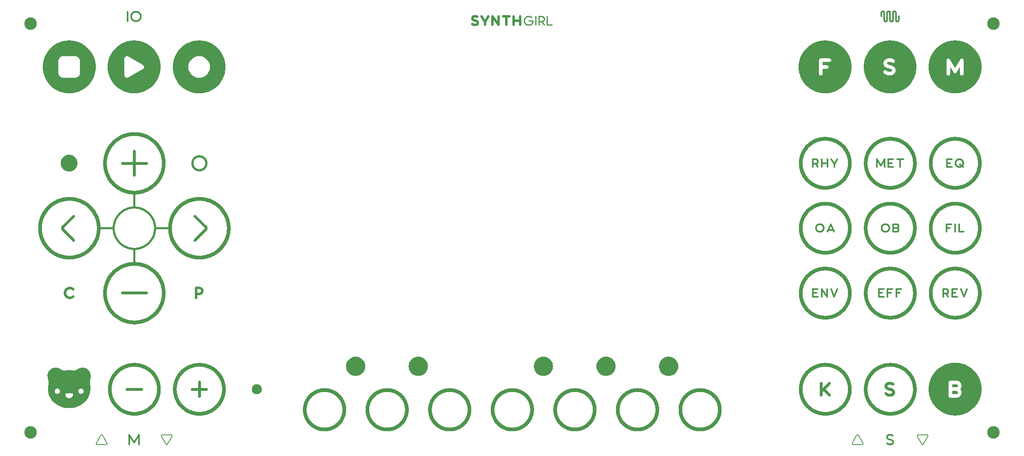
<source format=gbr>
G04 EAGLE Gerber RS-274X export*
G75*
%MOMM*%
%FSLAX34Y34*%
%LPD*%
%INSoldermask Top*%
%IPPOS*%
%AMOC8*
5,1,8,0,0,1.08239X$1,22.5*%
G01*
%ADD10C,2.601600*%
%ADD11C,0.600000*%
%ADD12C,0.350000*%
%ADD13C,0.400000*%
%ADD14C,0.500000*%
%ADD15C,0.300000*%
%ADD16C,0.800000*%
%ADD17C,0.250000*%
%ADD18C,2.101600*%
%ADD19C,0.200000*%

G36*
X926896Y280385D02*
X926896Y280385D01*
X926900Y280388D01*
X926903Y280385D01*
X933687Y281680D01*
X933690Y281683D01*
X933693Y281681D01*
X940262Y283815D01*
X940265Y283819D01*
X940268Y283818D01*
X946517Y286759D01*
X946520Y286763D01*
X946523Y286762D01*
X952355Y290462D01*
X952356Y290467D01*
X952360Y290466D01*
X957682Y294869D01*
X957683Y294873D01*
X957686Y294873D01*
X962414Y299908D01*
X962415Y299913D01*
X962418Y299913D01*
X966478Y305501D01*
X966478Y305505D01*
X966481Y305506D01*
X969809Y311558D01*
X969808Y311563D01*
X969811Y311564D01*
X972354Y317986D01*
X972353Y317990D01*
X972356Y317992D01*
X974074Y324682D01*
X974072Y324686D01*
X974075Y324688D01*
X974940Y331540D01*
X974938Y331544D01*
X974941Y331547D01*
X974941Y338453D01*
X974938Y338457D01*
X974940Y338460D01*
X974075Y345312D01*
X974071Y345316D01*
X974074Y345318D01*
X972356Y352008D01*
X972352Y352011D01*
X972354Y352014D01*
X969811Y358436D01*
X969807Y358438D01*
X969809Y358442D01*
X966481Y364494D01*
X966477Y364496D01*
X966478Y364499D01*
X962418Y370087D01*
X962414Y370089D01*
X962414Y370092D01*
X957686Y375127D01*
X957681Y375128D01*
X957682Y375131D01*
X952360Y379534D01*
X952355Y379534D01*
X952355Y379538D01*
X946523Y383238D01*
X946518Y383238D01*
X946517Y383241D01*
X940268Y386182D01*
X940263Y386181D01*
X940262Y386185D01*
X933693Y388319D01*
X933689Y388317D01*
X933687Y388320D01*
X926903Y389615D01*
X926898Y389613D01*
X926896Y389615D01*
X920003Y390049D01*
X919999Y390047D01*
X919997Y390049D01*
X913104Y389615D01*
X913100Y389612D01*
X913097Y389615D01*
X906313Y388320D01*
X906310Y388317D01*
X906307Y388319D01*
X899738Y386185D01*
X899735Y386181D01*
X899732Y386182D01*
X893483Y383241D01*
X893480Y383237D01*
X893477Y383238D01*
X887645Y379538D01*
X887644Y379533D01*
X887640Y379534D01*
X882319Y375131D01*
X882317Y375127D01*
X882314Y375127D01*
X877586Y370092D01*
X877585Y370087D01*
X877582Y370087D01*
X873522Y364499D01*
X873522Y364495D01*
X873519Y364494D01*
X870191Y358442D01*
X870192Y358437D01*
X870189Y358436D01*
X867646Y352014D01*
X867647Y352010D01*
X867644Y352008D01*
X865927Y345318D01*
X865928Y345314D01*
X865925Y345312D01*
X865060Y338460D01*
X865062Y338456D01*
X865059Y338453D01*
X865059Y331547D01*
X865062Y331543D01*
X865060Y331540D01*
X865925Y324688D01*
X865929Y324684D01*
X865927Y324682D01*
X867644Y317992D01*
X867648Y317989D01*
X867646Y317986D01*
X870189Y311564D01*
X870193Y311562D01*
X870191Y311558D01*
X873519Y305506D01*
X873523Y305504D01*
X873522Y305501D01*
X877582Y299913D01*
X877586Y299911D01*
X877586Y299908D01*
X882314Y294873D01*
X882319Y294872D01*
X882319Y294869D01*
X887640Y290466D01*
X887645Y290466D01*
X887645Y290462D01*
X893477Y286762D01*
X893482Y286762D01*
X893483Y286759D01*
X899732Y283818D01*
X899737Y283819D01*
X899738Y283815D01*
X906307Y281681D01*
X906311Y281683D01*
X906313Y281680D01*
X913097Y280385D01*
X913102Y280387D01*
X913104Y280385D01*
X919997Y279951D01*
X920001Y279953D01*
X920003Y279951D01*
X926896Y280385D01*
G37*
G36*
X926896Y-389615D02*
X926896Y-389615D01*
X926900Y-389612D01*
X926903Y-389615D01*
X933687Y-388320D01*
X933690Y-388317D01*
X933693Y-388319D01*
X940262Y-386185D01*
X940265Y-386181D01*
X940268Y-386182D01*
X946517Y-383241D01*
X946520Y-383237D01*
X946523Y-383238D01*
X952355Y-379538D01*
X952356Y-379533D01*
X952360Y-379534D01*
X957682Y-375131D01*
X957683Y-375127D01*
X957686Y-375127D01*
X962414Y-370092D01*
X962415Y-370087D01*
X962418Y-370087D01*
X966478Y-364499D01*
X966478Y-364495D01*
X966481Y-364494D01*
X969809Y-358442D01*
X969808Y-358437D01*
X969811Y-358436D01*
X972354Y-352014D01*
X972353Y-352010D01*
X972356Y-352008D01*
X974074Y-345318D01*
X974072Y-345314D01*
X974075Y-345312D01*
X974940Y-338460D01*
X974938Y-338456D01*
X974941Y-338453D01*
X974941Y-331547D01*
X974938Y-331543D01*
X974940Y-331540D01*
X974075Y-324688D01*
X974071Y-324684D01*
X974074Y-324682D01*
X972356Y-317992D01*
X972352Y-317989D01*
X972354Y-317986D01*
X969811Y-311564D01*
X969807Y-311562D01*
X969809Y-311558D01*
X966481Y-305506D01*
X966477Y-305504D01*
X966478Y-305501D01*
X962418Y-299913D01*
X962414Y-299911D01*
X962414Y-299908D01*
X957686Y-294873D01*
X957681Y-294872D01*
X957682Y-294869D01*
X952360Y-290466D01*
X952355Y-290466D01*
X952355Y-290462D01*
X946523Y-286762D01*
X946518Y-286762D01*
X946517Y-286759D01*
X940268Y-283818D01*
X940263Y-283819D01*
X940262Y-283815D01*
X933693Y-281681D01*
X933689Y-281683D01*
X933687Y-281680D01*
X926903Y-280385D01*
X926898Y-280387D01*
X926896Y-280385D01*
X920003Y-279951D01*
X919999Y-279953D01*
X919997Y-279951D01*
X913104Y-280385D01*
X913100Y-280388D01*
X913097Y-280385D01*
X906313Y-281680D01*
X906310Y-281683D01*
X906307Y-281681D01*
X899738Y-283815D01*
X899735Y-283819D01*
X899732Y-283818D01*
X893483Y-286759D01*
X893480Y-286763D01*
X893477Y-286762D01*
X887645Y-290462D01*
X887644Y-290467D01*
X887640Y-290466D01*
X882319Y-294869D01*
X882317Y-294873D01*
X882314Y-294873D01*
X877586Y-299908D01*
X877585Y-299913D01*
X877582Y-299913D01*
X873522Y-305501D01*
X873522Y-305505D01*
X873519Y-305506D01*
X870191Y-311558D01*
X870192Y-311563D01*
X870189Y-311564D01*
X867646Y-317986D01*
X867647Y-317990D01*
X867644Y-317992D01*
X867621Y-318082D01*
X867583Y-318229D01*
X867545Y-318377D01*
X867507Y-318525D01*
X867469Y-318673D01*
X867330Y-319214D01*
X867292Y-319362D01*
X867254Y-319510D01*
X867217Y-319658D01*
X867216Y-319658D01*
X867179Y-319805D01*
X867141Y-319953D01*
X866964Y-320643D01*
X866926Y-320790D01*
X866888Y-320938D01*
X866850Y-321086D01*
X866812Y-321234D01*
X866774Y-321381D01*
X866635Y-321923D01*
X866597Y-322071D01*
X866559Y-322219D01*
X866521Y-322366D01*
X866483Y-322514D01*
X866445Y-322662D01*
X866306Y-323204D01*
X866268Y-323351D01*
X866230Y-323499D01*
X866192Y-323647D01*
X866154Y-323795D01*
X866116Y-323942D01*
X865939Y-324632D01*
X865927Y-324682D01*
X865928Y-324686D01*
X865925Y-324688D01*
X865060Y-331540D01*
X865062Y-331544D01*
X865059Y-331547D01*
X865059Y-338453D01*
X865062Y-338457D01*
X865060Y-338460D01*
X865925Y-345312D01*
X865929Y-345316D01*
X865927Y-345318D01*
X867644Y-352008D01*
X867648Y-352011D01*
X867646Y-352014D01*
X870189Y-358436D01*
X870193Y-358438D01*
X870191Y-358442D01*
X873519Y-364494D01*
X873523Y-364496D01*
X873522Y-364499D01*
X877582Y-370087D01*
X877586Y-370089D01*
X877586Y-370092D01*
X882314Y-375127D01*
X882319Y-375128D01*
X882319Y-375131D01*
X887640Y-379534D01*
X887645Y-379534D01*
X887645Y-379538D01*
X893477Y-383238D01*
X893482Y-383238D01*
X893483Y-383241D01*
X899732Y-386182D01*
X899737Y-386181D01*
X899738Y-386185D01*
X906307Y-388319D01*
X906311Y-388317D01*
X906313Y-388320D01*
X913097Y-389615D01*
X913102Y-389613D01*
X913104Y-389615D01*
X919997Y-390049D01*
X920001Y-390047D01*
X920003Y-390049D01*
X926896Y-389615D01*
G37*
G36*
X656896Y280385D02*
X656896Y280385D01*
X656900Y280388D01*
X656903Y280385D01*
X663687Y281680D01*
X663690Y281683D01*
X663693Y281681D01*
X670262Y283815D01*
X670265Y283819D01*
X670268Y283818D01*
X676517Y286759D01*
X676520Y286763D01*
X676523Y286762D01*
X682355Y290462D01*
X682356Y290467D01*
X682360Y290466D01*
X687682Y294869D01*
X687683Y294873D01*
X687686Y294873D01*
X692414Y299908D01*
X692415Y299913D01*
X692418Y299913D01*
X696478Y305501D01*
X696478Y305505D01*
X696481Y305506D01*
X699809Y311558D01*
X699808Y311563D01*
X699811Y311564D01*
X702354Y317986D01*
X702353Y317990D01*
X702356Y317992D01*
X704074Y324682D01*
X704072Y324686D01*
X704075Y324688D01*
X704940Y331540D01*
X704938Y331544D01*
X704941Y331547D01*
X704941Y338453D01*
X704938Y338457D01*
X704940Y338460D01*
X704075Y345312D01*
X704071Y345316D01*
X704074Y345318D01*
X702356Y352008D01*
X702352Y352011D01*
X702354Y352014D01*
X699811Y358436D01*
X699807Y358438D01*
X699809Y358442D01*
X696481Y364494D01*
X696477Y364496D01*
X696478Y364499D01*
X692418Y370087D01*
X692414Y370089D01*
X692414Y370092D01*
X687686Y375127D01*
X687681Y375128D01*
X687682Y375131D01*
X682360Y379534D01*
X682355Y379534D01*
X682355Y379538D01*
X676523Y383238D01*
X676518Y383238D01*
X676517Y383241D01*
X670268Y386182D01*
X670263Y386181D01*
X670262Y386185D01*
X663693Y388319D01*
X663689Y388317D01*
X663687Y388320D01*
X656903Y389615D01*
X656898Y389613D01*
X656896Y389615D01*
X650003Y390049D01*
X649999Y390047D01*
X649997Y390049D01*
X643104Y389615D01*
X643100Y389612D01*
X643097Y389615D01*
X636313Y388320D01*
X636310Y388317D01*
X636307Y388319D01*
X629738Y386185D01*
X629735Y386181D01*
X629732Y386182D01*
X623483Y383241D01*
X623480Y383237D01*
X623477Y383238D01*
X617645Y379538D01*
X617644Y379533D01*
X617640Y379534D01*
X612319Y375131D01*
X612317Y375127D01*
X612314Y375127D01*
X607586Y370092D01*
X607585Y370087D01*
X607582Y370087D01*
X603522Y364499D01*
X603522Y364495D01*
X603519Y364494D01*
X600191Y358442D01*
X600192Y358437D01*
X600189Y358436D01*
X597646Y352014D01*
X597647Y352010D01*
X597644Y352008D01*
X597621Y351918D01*
X597583Y351771D01*
X597545Y351623D01*
X597507Y351475D01*
X597469Y351327D01*
X597330Y350786D01*
X597292Y350638D01*
X597254Y350490D01*
X597217Y350342D01*
X597216Y350342D01*
X597179Y350195D01*
X597141Y350047D01*
X596964Y349357D01*
X596926Y349210D01*
X596888Y349062D01*
X596850Y348914D01*
X596812Y348766D01*
X596774Y348619D01*
X596635Y348077D01*
X596597Y347929D01*
X596559Y347781D01*
X596521Y347634D01*
X596483Y347486D01*
X596445Y347338D01*
X596306Y346796D01*
X596268Y346649D01*
X596230Y346501D01*
X596192Y346353D01*
X596154Y346205D01*
X596116Y346058D01*
X595939Y345368D01*
X595927Y345318D01*
X595928Y345314D01*
X595925Y345312D01*
X595060Y338460D01*
X595062Y338456D01*
X595059Y338453D01*
X595059Y331547D01*
X595062Y331543D01*
X595060Y331540D01*
X595925Y324688D01*
X595929Y324684D01*
X595927Y324682D01*
X597644Y317992D01*
X597648Y317989D01*
X597646Y317986D01*
X600189Y311564D01*
X600193Y311562D01*
X600191Y311558D01*
X603519Y305506D01*
X603523Y305504D01*
X603522Y305501D01*
X607582Y299913D01*
X607586Y299911D01*
X607586Y299908D01*
X612314Y294873D01*
X612319Y294872D01*
X612319Y294869D01*
X617640Y290466D01*
X617645Y290466D01*
X617645Y290462D01*
X623477Y286762D01*
X623482Y286762D01*
X623483Y286759D01*
X629732Y283818D01*
X629737Y283819D01*
X629738Y283815D01*
X636307Y281681D01*
X636311Y281683D01*
X636313Y281680D01*
X643097Y280385D01*
X643102Y280387D01*
X643104Y280385D01*
X649997Y279951D01*
X650001Y279953D01*
X650003Y279951D01*
X656896Y280385D01*
G37*
G36*
X-643104Y280385D02*
X-643104Y280385D01*
X-643100Y280388D01*
X-643097Y280385D01*
X-636313Y281680D01*
X-636310Y281683D01*
X-636307Y281681D01*
X-629738Y283815D01*
X-629735Y283819D01*
X-629732Y283818D01*
X-623483Y286759D01*
X-623480Y286763D01*
X-623477Y286762D01*
X-617645Y290462D01*
X-617644Y290467D01*
X-617640Y290466D01*
X-612319Y294869D01*
X-612317Y294873D01*
X-612314Y294873D01*
X-607586Y299908D01*
X-607585Y299913D01*
X-607582Y299913D01*
X-603522Y305501D01*
X-603522Y305505D01*
X-603519Y305506D01*
X-600191Y311558D01*
X-600192Y311563D01*
X-600189Y311564D01*
X-597646Y317986D01*
X-597647Y317990D01*
X-597644Y317992D01*
X-597640Y318008D01*
X-597602Y318155D01*
X-597564Y318303D01*
X-597526Y318451D01*
X-597488Y318599D01*
X-597349Y319140D01*
X-597311Y319288D01*
X-597273Y319436D01*
X-597236Y319584D01*
X-597235Y319584D01*
X-597198Y319731D01*
X-597160Y319879D01*
X-597021Y320421D01*
X-596983Y320569D01*
X-596945Y320716D01*
X-596907Y320864D01*
X-596869Y321012D01*
X-596831Y321160D01*
X-596793Y321307D01*
X-596654Y321849D01*
X-596616Y321997D01*
X-596578Y322145D01*
X-596540Y322292D01*
X-596502Y322440D01*
X-596464Y322588D01*
X-596325Y323130D01*
X-596287Y323277D01*
X-596249Y323425D01*
X-596211Y323573D01*
X-596173Y323721D01*
X-596135Y323868D01*
X-595996Y324410D01*
X-595958Y324558D01*
X-595927Y324682D01*
X-595928Y324686D01*
X-595925Y324688D01*
X-595060Y331540D01*
X-595062Y331544D01*
X-595059Y331547D01*
X-595059Y338453D01*
X-595062Y338457D01*
X-595060Y338460D01*
X-595925Y345312D01*
X-595929Y345316D01*
X-595927Y345318D01*
X-597644Y352008D01*
X-597648Y352011D01*
X-597646Y352014D01*
X-600189Y358436D01*
X-600193Y358438D01*
X-600191Y358442D01*
X-603519Y364494D01*
X-603523Y364496D01*
X-603522Y364499D01*
X-607582Y370087D01*
X-607586Y370089D01*
X-607586Y370092D01*
X-612314Y375127D01*
X-612319Y375128D01*
X-612319Y375131D01*
X-617640Y379534D01*
X-617645Y379534D01*
X-617645Y379538D01*
X-623477Y383238D01*
X-623482Y383238D01*
X-623483Y383241D01*
X-629732Y386182D01*
X-629737Y386181D01*
X-629738Y386185D01*
X-636307Y388319D01*
X-636311Y388317D01*
X-636313Y388320D01*
X-643097Y389615D01*
X-643102Y389613D01*
X-643104Y389615D01*
X-649997Y390049D01*
X-650001Y390047D01*
X-650003Y390049D01*
X-656896Y389615D01*
X-656900Y389612D01*
X-656903Y389615D01*
X-663687Y388320D01*
X-663690Y388317D01*
X-663693Y388319D01*
X-670262Y386185D01*
X-670265Y386181D01*
X-670268Y386182D01*
X-676517Y383241D01*
X-676520Y383237D01*
X-676523Y383238D01*
X-682355Y379538D01*
X-682356Y379533D01*
X-682360Y379534D01*
X-687682Y375131D01*
X-687683Y375127D01*
X-687686Y375127D01*
X-692414Y370092D01*
X-692415Y370087D01*
X-692418Y370087D01*
X-696478Y364499D01*
X-696478Y364495D01*
X-696481Y364494D01*
X-699809Y358442D01*
X-699808Y358437D01*
X-699811Y358436D01*
X-702354Y352014D01*
X-702353Y352010D01*
X-702356Y352008D01*
X-704074Y345318D01*
X-704072Y345314D01*
X-704075Y345312D01*
X-704940Y338460D01*
X-704938Y338456D01*
X-704941Y338453D01*
X-704941Y331547D01*
X-704938Y331543D01*
X-704940Y331540D01*
X-704075Y324688D01*
X-704071Y324684D01*
X-704074Y324682D01*
X-702356Y317992D01*
X-702352Y317989D01*
X-702354Y317986D01*
X-699811Y311564D01*
X-699807Y311562D01*
X-699809Y311558D01*
X-696481Y305506D01*
X-696477Y305504D01*
X-696478Y305501D01*
X-692418Y299913D01*
X-692414Y299911D01*
X-692414Y299908D01*
X-687686Y294873D01*
X-687681Y294872D01*
X-687682Y294869D01*
X-682360Y290466D01*
X-682355Y290466D01*
X-682355Y290462D01*
X-676523Y286762D01*
X-676518Y286762D01*
X-676517Y286759D01*
X-670268Y283818D01*
X-670263Y283819D01*
X-670262Y283815D01*
X-663693Y281681D01*
X-663689Y281683D01*
X-663687Y281680D01*
X-656903Y280385D01*
X-656898Y280387D01*
X-656896Y280385D01*
X-650003Y279951D01*
X-649999Y279953D01*
X-649997Y279951D01*
X-643104Y280385D01*
G37*
G36*
X-913104Y280385D02*
X-913104Y280385D01*
X-913100Y280388D01*
X-913097Y280385D01*
X-906313Y281680D01*
X-906310Y281683D01*
X-906307Y281681D01*
X-899738Y283815D01*
X-899735Y283819D01*
X-899732Y283818D01*
X-893483Y286759D01*
X-893480Y286763D01*
X-893477Y286762D01*
X-887645Y290462D01*
X-887644Y290467D01*
X-887640Y290466D01*
X-882319Y294869D01*
X-882317Y294873D01*
X-882314Y294873D01*
X-877586Y299908D01*
X-877585Y299913D01*
X-877582Y299913D01*
X-873522Y305501D01*
X-873522Y305505D01*
X-873519Y305506D01*
X-870191Y311558D01*
X-870192Y311563D01*
X-870189Y311564D01*
X-867646Y317986D01*
X-867647Y317990D01*
X-867644Y317992D01*
X-867640Y318008D01*
X-867602Y318155D01*
X-867564Y318303D01*
X-867526Y318451D01*
X-867488Y318599D01*
X-867349Y319140D01*
X-867311Y319288D01*
X-867273Y319436D01*
X-867236Y319584D01*
X-867235Y319584D01*
X-867198Y319731D01*
X-867160Y319879D01*
X-867021Y320421D01*
X-866983Y320569D01*
X-866945Y320716D01*
X-866907Y320864D01*
X-866869Y321012D01*
X-866831Y321160D01*
X-866793Y321307D01*
X-866654Y321849D01*
X-866616Y321997D01*
X-866578Y322145D01*
X-866540Y322292D01*
X-866502Y322440D01*
X-866464Y322588D01*
X-866325Y323130D01*
X-866287Y323277D01*
X-866249Y323425D01*
X-866211Y323573D01*
X-866173Y323721D01*
X-866135Y323868D01*
X-865996Y324410D01*
X-865958Y324558D01*
X-865927Y324682D01*
X-865928Y324686D01*
X-865925Y324688D01*
X-865060Y331540D01*
X-865062Y331544D01*
X-865059Y331547D01*
X-865059Y338453D01*
X-865062Y338457D01*
X-865060Y338460D01*
X-865925Y345312D01*
X-865929Y345316D01*
X-865927Y345318D01*
X-867644Y352008D01*
X-867648Y352011D01*
X-867646Y352014D01*
X-870189Y358436D01*
X-870193Y358438D01*
X-870191Y358442D01*
X-873519Y364494D01*
X-873523Y364496D01*
X-873522Y364499D01*
X-877582Y370087D01*
X-877586Y370089D01*
X-877586Y370092D01*
X-882314Y375127D01*
X-882319Y375128D01*
X-882319Y375131D01*
X-887640Y379534D01*
X-887645Y379534D01*
X-887645Y379538D01*
X-893477Y383238D01*
X-893482Y383238D01*
X-893483Y383241D01*
X-899732Y386182D01*
X-899737Y386181D01*
X-899738Y386185D01*
X-906307Y388319D01*
X-906311Y388317D01*
X-906313Y388320D01*
X-913097Y389615D01*
X-913102Y389613D01*
X-913104Y389615D01*
X-919997Y390049D01*
X-920001Y390047D01*
X-920003Y390049D01*
X-926896Y389615D01*
X-926900Y389612D01*
X-926903Y389615D01*
X-933687Y388320D01*
X-933690Y388317D01*
X-933693Y388319D01*
X-940262Y386185D01*
X-940265Y386181D01*
X-940268Y386182D01*
X-946517Y383241D01*
X-946520Y383237D01*
X-946523Y383238D01*
X-952355Y379538D01*
X-952356Y379533D01*
X-952360Y379534D01*
X-957682Y375131D01*
X-957683Y375127D01*
X-957686Y375127D01*
X-962414Y370092D01*
X-962415Y370087D01*
X-962418Y370087D01*
X-966478Y364499D01*
X-966478Y364495D01*
X-966481Y364494D01*
X-969809Y358442D01*
X-969808Y358437D01*
X-969811Y358436D01*
X-972354Y352014D01*
X-972353Y352010D01*
X-972356Y352008D01*
X-974074Y345318D01*
X-974072Y345314D01*
X-974075Y345312D01*
X-974940Y338460D01*
X-974938Y338456D01*
X-974941Y338453D01*
X-974941Y331547D01*
X-974938Y331543D01*
X-974940Y331540D01*
X-974075Y324688D01*
X-974071Y324684D01*
X-974074Y324682D01*
X-972356Y317992D01*
X-972352Y317989D01*
X-972354Y317986D01*
X-969811Y311564D01*
X-969807Y311562D01*
X-969809Y311558D01*
X-966481Y305506D01*
X-966477Y305504D01*
X-966478Y305501D01*
X-962418Y299913D01*
X-962414Y299911D01*
X-962414Y299908D01*
X-957686Y294873D01*
X-957681Y294872D01*
X-957682Y294869D01*
X-952360Y290466D01*
X-952355Y290466D01*
X-952355Y290462D01*
X-946523Y286762D01*
X-946518Y286762D01*
X-946517Y286759D01*
X-940268Y283818D01*
X-940263Y283819D01*
X-940262Y283815D01*
X-933693Y281681D01*
X-933689Y281683D01*
X-933687Y281680D01*
X-926903Y280385D01*
X-926898Y280387D01*
X-926896Y280385D01*
X-920003Y279951D01*
X-919999Y279953D01*
X-919997Y279951D01*
X-913104Y280385D01*
G37*
G36*
X-778104Y280385D02*
X-778104Y280385D01*
X-778100Y280388D01*
X-778097Y280385D01*
X-771313Y281680D01*
X-771310Y281683D01*
X-771307Y281681D01*
X-764738Y283815D01*
X-764735Y283819D01*
X-764732Y283818D01*
X-758483Y286759D01*
X-758480Y286763D01*
X-758477Y286762D01*
X-752645Y290462D01*
X-752644Y290467D01*
X-752640Y290466D01*
X-747319Y294869D01*
X-747317Y294873D01*
X-747314Y294873D01*
X-742586Y299908D01*
X-742585Y299913D01*
X-742582Y299913D01*
X-738522Y305501D01*
X-738522Y305505D01*
X-738519Y305506D01*
X-735191Y311558D01*
X-735192Y311563D01*
X-735189Y311564D01*
X-732646Y317986D01*
X-732647Y317990D01*
X-732644Y317992D01*
X-732640Y318008D01*
X-732602Y318155D01*
X-732564Y318303D01*
X-732526Y318451D01*
X-732488Y318599D01*
X-732349Y319140D01*
X-732311Y319288D01*
X-732273Y319436D01*
X-732236Y319584D01*
X-732235Y319584D01*
X-732198Y319731D01*
X-732160Y319879D01*
X-732021Y320421D01*
X-731983Y320569D01*
X-731945Y320716D01*
X-731907Y320864D01*
X-731869Y321012D01*
X-731831Y321160D01*
X-731793Y321307D01*
X-731654Y321849D01*
X-731616Y321997D01*
X-731578Y322145D01*
X-731540Y322292D01*
X-731502Y322440D01*
X-731464Y322588D01*
X-731325Y323130D01*
X-731287Y323277D01*
X-731249Y323425D01*
X-731211Y323573D01*
X-731173Y323721D01*
X-731135Y323868D01*
X-730996Y324410D01*
X-730958Y324558D01*
X-730927Y324682D01*
X-730928Y324686D01*
X-730925Y324688D01*
X-730060Y331540D01*
X-730062Y331544D01*
X-730059Y331547D01*
X-730059Y338453D01*
X-730062Y338457D01*
X-730060Y338460D01*
X-730925Y345312D01*
X-730929Y345316D01*
X-730927Y345318D01*
X-732644Y352008D01*
X-732648Y352011D01*
X-732646Y352014D01*
X-735189Y358436D01*
X-735193Y358438D01*
X-735191Y358442D01*
X-738519Y364494D01*
X-738523Y364496D01*
X-738522Y364499D01*
X-742582Y370087D01*
X-742586Y370089D01*
X-742586Y370092D01*
X-747314Y375127D01*
X-747319Y375128D01*
X-747319Y375131D01*
X-752640Y379534D01*
X-752645Y379534D01*
X-752645Y379538D01*
X-758477Y383238D01*
X-758482Y383238D01*
X-758483Y383241D01*
X-764732Y386182D01*
X-764737Y386181D01*
X-764738Y386185D01*
X-771307Y388319D01*
X-771311Y388317D01*
X-771313Y388320D01*
X-778097Y389615D01*
X-778102Y389613D01*
X-778104Y389615D01*
X-784997Y390049D01*
X-785001Y390047D01*
X-785003Y390049D01*
X-791896Y389615D01*
X-791900Y389612D01*
X-791903Y389615D01*
X-798687Y388320D01*
X-798690Y388317D01*
X-798693Y388319D01*
X-805262Y386185D01*
X-805265Y386181D01*
X-805268Y386182D01*
X-811517Y383241D01*
X-811520Y383237D01*
X-811523Y383238D01*
X-817355Y379538D01*
X-817356Y379533D01*
X-817360Y379534D01*
X-822682Y375131D01*
X-822683Y375127D01*
X-822686Y375127D01*
X-827414Y370092D01*
X-827415Y370087D01*
X-827418Y370087D01*
X-831478Y364499D01*
X-831478Y364495D01*
X-831481Y364494D01*
X-834809Y358442D01*
X-834808Y358437D01*
X-834811Y358436D01*
X-837354Y352014D01*
X-837353Y352010D01*
X-837356Y352008D01*
X-839074Y345318D01*
X-839072Y345314D01*
X-839075Y345312D01*
X-839940Y338460D01*
X-839938Y338456D01*
X-839941Y338453D01*
X-839941Y331547D01*
X-839938Y331543D01*
X-839940Y331540D01*
X-839075Y324688D01*
X-839071Y324684D01*
X-839074Y324682D01*
X-837356Y317992D01*
X-837352Y317989D01*
X-837354Y317986D01*
X-834811Y311564D01*
X-834807Y311562D01*
X-834809Y311558D01*
X-831481Y305506D01*
X-831477Y305504D01*
X-831478Y305501D01*
X-827418Y299913D01*
X-827414Y299911D01*
X-827414Y299908D01*
X-822686Y294873D01*
X-822681Y294872D01*
X-822682Y294869D01*
X-817360Y290466D01*
X-817355Y290466D01*
X-817355Y290462D01*
X-811523Y286762D01*
X-811518Y286762D01*
X-811517Y286759D01*
X-805268Y283818D01*
X-805263Y283819D01*
X-805262Y283815D01*
X-798693Y281681D01*
X-798689Y281683D01*
X-798687Y281680D01*
X-791903Y280385D01*
X-791898Y280387D01*
X-791896Y280385D01*
X-785003Y279951D01*
X-784999Y279953D01*
X-784997Y279951D01*
X-778104Y280385D01*
G37*
G36*
X791896Y280385D02*
X791896Y280385D01*
X791900Y280388D01*
X791903Y280385D01*
X798687Y281680D01*
X798690Y281683D01*
X798693Y281681D01*
X805262Y283815D01*
X805265Y283819D01*
X805268Y283818D01*
X811517Y286759D01*
X811520Y286763D01*
X811523Y286762D01*
X817355Y290462D01*
X817356Y290467D01*
X817360Y290466D01*
X822682Y294869D01*
X822683Y294873D01*
X822686Y294873D01*
X827414Y299908D01*
X827415Y299913D01*
X827418Y299913D01*
X831478Y305501D01*
X831478Y305505D01*
X831481Y305506D01*
X834809Y311558D01*
X834808Y311563D01*
X834811Y311564D01*
X837354Y317986D01*
X837353Y317990D01*
X837356Y317992D01*
X837360Y318008D01*
X837398Y318155D01*
X837436Y318303D01*
X837474Y318451D01*
X837512Y318599D01*
X837651Y319140D01*
X837689Y319288D01*
X837727Y319436D01*
X837765Y319584D01*
X837802Y319731D01*
X837840Y319879D01*
X837979Y320421D01*
X837980Y320421D01*
X838017Y320569D01*
X838055Y320716D01*
X838093Y320864D01*
X838131Y321012D01*
X838169Y321160D01*
X838207Y321307D01*
X838346Y321849D01*
X838384Y321997D01*
X838422Y322145D01*
X838460Y322292D01*
X838498Y322440D01*
X838536Y322588D01*
X838675Y323130D01*
X838713Y323277D01*
X838751Y323425D01*
X838789Y323573D01*
X838827Y323721D01*
X838865Y323868D01*
X839004Y324410D01*
X839042Y324558D01*
X839074Y324682D01*
X839072Y324686D01*
X839075Y324688D01*
X839940Y331540D01*
X839938Y331544D01*
X839941Y331547D01*
X839941Y338453D01*
X839938Y338457D01*
X839940Y338460D01*
X839075Y345312D01*
X839071Y345316D01*
X839074Y345318D01*
X837356Y352008D01*
X837352Y352011D01*
X837354Y352014D01*
X834811Y358436D01*
X834807Y358438D01*
X834809Y358442D01*
X831481Y364494D01*
X831477Y364496D01*
X831478Y364499D01*
X827418Y370087D01*
X827414Y370089D01*
X827414Y370092D01*
X822686Y375127D01*
X822681Y375128D01*
X822682Y375131D01*
X817360Y379534D01*
X817355Y379534D01*
X817355Y379538D01*
X811523Y383238D01*
X811518Y383238D01*
X811517Y383241D01*
X805268Y386182D01*
X805263Y386181D01*
X805262Y386185D01*
X798693Y388319D01*
X798689Y388317D01*
X798687Y388320D01*
X791903Y389615D01*
X791898Y389613D01*
X791896Y389615D01*
X785003Y390049D01*
X784999Y390047D01*
X784997Y390049D01*
X778104Y389615D01*
X778100Y389612D01*
X778097Y389615D01*
X771313Y388320D01*
X771310Y388317D01*
X771307Y388319D01*
X764738Y386185D01*
X764735Y386181D01*
X764732Y386182D01*
X758483Y383241D01*
X758480Y383237D01*
X758477Y383238D01*
X752645Y379538D01*
X752644Y379533D01*
X752640Y379534D01*
X747319Y375131D01*
X747317Y375127D01*
X747314Y375127D01*
X742586Y370092D01*
X742585Y370087D01*
X742582Y370087D01*
X738522Y364499D01*
X738522Y364495D01*
X738519Y364494D01*
X735191Y358442D01*
X735192Y358437D01*
X735189Y358436D01*
X732646Y352014D01*
X732647Y352010D01*
X732644Y352008D01*
X732621Y351918D01*
X732583Y351771D01*
X732545Y351623D01*
X732507Y351475D01*
X732469Y351327D01*
X732330Y350786D01*
X732292Y350638D01*
X732254Y350490D01*
X732217Y350342D01*
X732216Y350342D01*
X732179Y350195D01*
X732141Y350047D01*
X731964Y349357D01*
X731926Y349210D01*
X731888Y349062D01*
X731850Y348914D01*
X731812Y348766D01*
X731774Y348619D01*
X731635Y348077D01*
X731597Y347929D01*
X731559Y347781D01*
X731521Y347634D01*
X731483Y347486D01*
X731445Y347338D01*
X731306Y346796D01*
X731268Y346649D01*
X731230Y346501D01*
X731192Y346353D01*
X731154Y346205D01*
X731116Y346058D01*
X730939Y345368D01*
X730927Y345318D01*
X730928Y345314D01*
X730925Y345312D01*
X730060Y338460D01*
X730062Y338456D01*
X730059Y338453D01*
X730059Y331547D01*
X730062Y331543D01*
X730060Y331540D01*
X730925Y324688D01*
X730929Y324684D01*
X730927Y324682D01*
X732644Y317992D01*
X732648Y317989D01*
X732646Y317986D01*
X735189Y311564D01*
X735193Y311562D01*
X735191Y311558D01*
X738519Y305506D01*
X738523Y305504D01*
X738522Y305501D01*
X742582Y299913D01*
X742586Y299911D01*
X742586Y299908D01*
X747314Y294873D01*
X747319Y294872D01*
X747319Y294869D01*
X752640Y290466D01*
X752645Y290466D01*
X752645Y290462D01*
X758477Y286762D01*
X758482Y286762D01*
X758483Y286759D01*
X764732Y283818D01*
X764737Y283819D01*
X764738Y283815D01*
X771307Y281681D01*
X771311Y281683D01*
X771313Y281680D01*
X778097Y280385D01*
X778102Y280387D01*
X778104Y280385D01*
X784997Y279951D01*
X785001Y279953D01*
X785003Y279951D01*
X791896Y280385D01*
G37*
G36*
X-917196Y-374514D02*
X-917196Y-374514D01*
X-917193Y-374517D01*
X-911621Y-373878D01*
X-911620Y-373877D01*
X-911618Y-373877D01*
X-911618Y-373876D01*
X-911616Y-373878D01*
X-907507Y-372980D01*
X-907505Y-372977D01*
X-907503Y-372979D01*
X-903488Y-371723D01*
X-903486Y-371720D01*
X-903484Y-371721D01*
X-899596Y-370112D01*
X-899594Y-370110D01*
X-899592Y-370111D01*
X-895865Y-368157D01*
X-895864Y-368153D01*
X-895861Y-368154D01*
X-892336Y-365860D01*
X-892335Y-365856D01*
X-892332Y-365857D01*
X-889047Y-363230D01*
X-889046Y-363226D01*
X-889044Y-363227D01*
X-886034Y-360286D01*
X-886033Y-360282D01*
X-886030Y-360282D01*
X-883335Y-357050D01*
X-883335Y-357046D01*
X-883332Y-357046D01*
X-880997Y-353548D01*
X-880998Y-353544D01*
X-880995Y-353543D01*
X-879061Y-349809D01*
X-879061Y-349807D01*
X-879062Y-349807D01*
X-879062Y-349805D01*
X-879059Y-349805D01*
X-877989Y-347157D01*
X-877990Y-347155D01*
X-877988Y-347154D01*
X-877127Y-344431D01*
X-877126Y-344430D01*
X-877127Y-344428D01*
X-877126Y-344428D01*
X-876453Y-341496D01*
X-876455Y-341494D01*
X-876453Y-341493D01*
X-876137Y-339456D01*
X-876138Y-339454D01*
X-876137Y-339453D01*
X-875937Y-337401D01*
X-875939Y-337399D01*
X-875937Y-337398D01*
X-875859Y-335406D01*
X-875860Y-335404D01*
X-875859Y-335403D01*
X-875891Y-333409D01*
X-875892Y-333408D01*
X-875891Y-333407D01*
X-875946Y-332566D01*
X-875948Y-332565D01*
X-875947Y-332564D01*
X-876036Y-331726D01*
X-876775Y-323075D01*
X-876718Y-318754D01*
X-876178Y-314467D01*
X-875954Y-313396D01*
X-875671Y-312337D01*
X-875672Y-312335D01*
X-875670Y-312335D01*
X-875083Y-309502D01*
X-875085Y-309496D01*
X-875082Y-309494D01*
X-874974Y-306602D01*
X-874978Y-306597D01*
X-874975Y-306594D01*
X-875350Y-303725D01*
X-875354Y-303721D01*
X-875352Y-303717D01*
X-876200Y-300951D01*
X-876205Y-300948D01*
X-876203Y-300944D01*
X-877499Y-298357D01*
X-877505Y-298354D01*
X-877504Y-298350D01*
X-879213Y-296016D01*
X-879219Y-296014D01*
X-879218Y-296010D01*
X-881293Y-293993D01*
X-881299Y-293992D01*
X-881299Y-293987D01*
X-883680Y-292344D01*
X-883686Y-292344D01*
X-883687Y-292340D01*
X-886308Y-291115D01*
X-886315Y-291117D01*
X-886316Y-291113D01*
X-889105Y-290342D01*
X-889111Y-290344D01*
X-889113Y-290341D01*
X-891991Y-290045D01*
X-891996Y-290048D01*
X-891999Y-290045D01*
X-894886Y-290233D01*
X-894891Y-290237D01*
X-894895Y-290234D01*
X-897710Y-290900D01*
X-897714Y-290905D01*
X-897718Y-290903D01*
X-900383Y-292028D01*
X-900386Y-292034D01*
X-900390Y-292032D01*
X-902831Y-293586D01*
X-902831Y-293587D01*
X-902832Y-293586D01*
X-904136Y-294456D01*
X-905535Y-295154D01*
X-907010Y-295672D01*
X-909318Y-296103D01*
X-911667Y-296115D01*
X-917207Y-295479D01*
X-917211Y-295481D01*
X-917213Y-295479D01*
X-922792Y-295479D01*
X-922796Y-295481D01*
X-922798Y-295479D01*
X-928338Y-296115D01*
X-930687Y-296103D01*
X-932996Y-295671D01*
X-934472Y-295154D01*
X-935872Y-294456D01*
X-937177Y-293586D01*
X-939618Y-292031D01*
X-939624Y-292031D01*
X-939625Y-292027D01*
X-942291Y-290900D01*
X-942297Y-290901D01*
X-942298Y-290897D01*
X-945114Y-290230D01*
X-945120Y-290233D01*
X-945123Y-290229D01*
X-948010Y-290040D01*
X-948015Y-290043D01*
X-948019Y-290040D01*
X-950897Y-290335D01*
X-950902Y-290339D01*
X-950905Y-290337D01*
X-953695Y-291107D01*
X-953699Y-291112D01*
X-953703Y-291110D01*
X-956325Y-292334D01*
X-956328Y-292340D01*
X-956332Y-292338D01*
X-958714Y-293982D01*
X-958716Y-293988D01*
X-958720Y-293987D01*
X-960794Y-296005D01*
X-960795Y-296011D01*
X-960800Y-296011D01*
X-962509Y-298346D01*
X-962509Y-298353D01*
X-962513Y-298353D01*
X-963810Y-300941D01*
X-963809Y-300947D01*
X-963813Y-300948D01*
X-964660Y-303715D01*
X-964658Y-303721D01*
X-964661Y-303723D01*
X-964662Y-303723D01*
X-965037Y-306593D01*
X-965034Y-306598D01*
X-965037Y-306601D01*
X-964928Y-309493D01*
X-964924Y-309498D01*
X-964927Y-309501D01*
X-964338Y-312335D01*
X-964337Y-312336D01*
X-964338Y-312337D01*
X-964054Y-313396D01*
X-963827Y-314467D01*
X-963287Y-318754D01*
X-963231Y-323075D01*
X-963969Y-331726D01*
X-964058Y-332564D01*
X-964057Y-332565D01*
X-964058Y-332566D01*
X-964114Y-333407D01*
X-964113Y-333408D01*
X-964114Y-333409D01*
X-964147Y-335401D01*
X-964146Y-335403D01*
X-964147Y-335404D01*
X-964068Y-337395D01*
X-964066Y-337397D01*
X-964068Y-337398D01*
X-963869Y-339448D01*
X-963868Y-339449D01*
X-963869Y-339451D01*
X-963552Y-341486D01*
X-963551Y-341487D01*
X-963552Y-341488D01*
X-963246Y-342964D01*
X-963245Y-342965D01*
X-963246Y-342966D01*
X-962879Y-344429D01*
X-962877Y-344430D01*
X-962878Y-344431D01*
X-962020Y-347148D01*
X-962018Y-347150D01*
X-962019Y-347152D01*
X-960953Y-349794D01*
X-960950Y-349796D01*
X-960951Y-349798D01*
X-959017Y-353534D01*
X-959013Y-353536D01*
X-959014Y-353539D01*
X-956680Y-357039D01*
X-956676Y-357040D01*
X-956677Y-357043D01*
X-953982Y-360277D01*
X-953979Y-360278D01*
X-953979Y-360281D01*
X-950968Y-363223D01*
X-950965Y-363224D01*
X-950965Y-363227D01*
X-947678Y-365853D01*
X-947675Y-365853D01*
X-947674Y-365856D01*
X-944148Y-368151D01*
X-944145Y-368151D01*
X-944144Y-368153D01*
X-940417Y-370108D01*
X-940414Y-370108D01*
X-940413Y-370110D01*
X-936524Y-371721D01*
X-936521Y-371721D01*
X-936520Y-371723D01*
X-932505Y-372978D01*
X-932501Y-372977D01*
X-932500Y-372979D01*
X-928390Y-373877D01*
X-928387Y-373876D01*
X-928387Y-373877D01*
X-928386Y-373877D01*
X-928385Y-373878D01*
X-922813Y-374517D01*
X-922809Y-374514D01*
X-922808Y-374517D01*
X-917199Y-374517D01*
X-917196Y-374514D01*
G37*
%LPC*%
G36*
X-932498Y312549D02*
X-932498Y312549D01*
X-934228Y312701D01*
X-935903Y313150D01*
X-937475Y313883D01*
X-938896Y314878D01*
X-940123Y316104D01*
X-941117Y317525D01*
X-941851Y319097D01*
X-942299Y320772D01*
X-942451Y322502D01*
X-942451Y347498D01*
X-942299Y349228D01*
X-941851Y350903D01*
X-941117Y352475D01*
X-940123Y353896D01*
X-938896Y355123D01*
X-937475Y356117D01*
X-935903Y356851D01*
X-934228Y357299D01*
X-932498Y357451D01*
X-907502Y357451D01*
X-905772Y357299D01*
X-904097Y356851D01*
X-902525Y356117D01*
X-901104Y355123D01*
X-899878Y353896D01*
X-898883Y352475D01*
X-898150Y350903D01*
X-897701Y349228D01*
X-897549Y347498D01*
X-897549Y322502D01*
X-897701Y320772D01*
X-897735Y320645D01*
X-897788Y320448D01*
X-897827Y320300D01*
X-897840Y320251D01*
X-897880Y320103D01*
X-897933Y319906D01*
X-897986Y319709D01*
X-898038Y319512D01*
X-898078Y319364D01*
X-898091Y319315D01*
X-898131Y319167D01*
X-898150Y319097D01*
X-898883Y317525D01*
X-899878Y316104D01*
X-901104Y314878D01*
X-902525Y313883D01*
X-904097Y313150D01*
X-905772Y312701D01*
X-907502Y312549D01*
X-932498Y312549D01*
G37*
%LPD*%
%LPC*%
G36*
X-653512Y312826D02*
X-653512Y312826D01*
X-656938Y313648D01*
X-660192Y314996D01*
X-663196Y316837D01*
X-665875Y319125D01*
X-668163Y321804D01*
X-670004Y324808D01*
X-671352Y328062D01*
X-672174Y331488D01*
X-672451Y335000D01*
X-672174Y338512D01*
X-671352Y341938D01*
X-670004Y345192D01*
X-668163Y348196D01*
X-665875Y350875D01*
X-663196Y353163D01*
X-660192Y355004D01*
X-656938Y356352D01*
X-653512Y357174D01*
X-650000Y357451D01*
X-646488Y357174D01*
X-643062Y356352D01*
X-639808Y355004D01*
X-636804Y353163D01*
X-634125Y350875D01*
X-631837Y348196D01*
X-629996Y345192D01*
X-628648Y341938D01*
X-627826Y338512D01*
X-627549Y335000D01*
X-627826Y331488D01*
X-628648Y328062D01*
X-629996Y324808D01*
X-631837Y321804D01*
X-634125Y319125D01*
X-636804Y316837D01*
X-639808Y314996D01*
X-643062Y313648D01*
X-646488Y312826D01*
X-650000Y312549D01*
X-653512Y312826D01*
G37*
%LPD*%
G36*
X-321867Y-307303D02*
X-321867Y-307303D01*
X-321863Y-307299D01*
X-321860Y-307302D01*
X-318808Y-306569D01*
X-318804Y-306565D01*
X-318801Y-306567D01*
X-315901Y-305366D01*
X-315898Y-305361D01*
X-315894Y-305362D01*
X-313219Y-303722D01*
X-313216Y-303717D01*
X-313212Y-303718D01*
X-310826Y-301680D01*
X-310825Y-301674D01*
X-310820Y-301674D01*
X-308782Y-299288D01*
X-308782Y-299282D01*
X-308778Y-299281D01*
X-307138Y-296606D01*
X-307138Y-296600D01*
X-307134Y-296599D01*
X-305933Y-293699D01*
X-305935Y-293694D01*
X-305931Y-293692D01*
X-305198Y-290640D01*
X-305201Y-290635D01*
X-305197Y-290633D01*
X-304951Y-287504D01*
X-304954Y-287499D01*
X-304951Y-287496D01*
X-305197Y-284367D01*
X-305201Y-284363D01*
X-305198Y-284360D01*
X-305931Y-281308D01*
X-305936Y-281304D01*
X-305933Y-281301D01*
X-307134Y-278401D01*
X-307139Y-278398D01*
X-307138Y-278394D01*
X-308778Y-275719D01*
X-308783Y-275716D01*
X-308782Y-275712D01*
X-310820Y-273326D01*
X-310826Y-273325D01*
X-310826Y-273320D01*
X-313212Y-271282D01*
X-313218Y-271282D01*
X-313219Y-271278D01*
X-315894Y-269638D01*
X-315900Y-269638D01*
X-315901Y-269634D01*
X-318801Y-268433D01*
X-318806Y-268435D01*
X-318808Y-268431D01*
X-321860Y-267698D01*
X-321865Y-267701D01*
X-321867Y-267697D01*
X-324996Y-267451D01*
X-325001Y-267454D01*
X-325004Y-267451D01*
X-328133Y-267697D01*
X-328137Y-267701D01*
X-328140Y-267698D01*
X-331192Y-268431D01*
X-331196Y-268436D01*
X-331199Y-268433D01*
X-334099Y-269634D01*
X-334102Y-269639D01*
X-334106Y-269638D01*
X-336781Y-271278D01*
X-336784Y-271283D01*
X-336788Y-271282D01*
X-339174Y-273320D01*
X-339175Y-273326D01*
X-339180Y-273326D01*
X-341218Y-275712D01*
X-341218Y-275718D01*
X-341222Y-275719D01*
X-342862Y-278394D01*
X-342862Y-278400D01*
X-342866Y-278401D01*
X-344067Y-281301D01*
X-344065Y-281306D01*
X-344069Y-281308D01*
X-344802Y-284360D01*
X-344799Y-284365D01*
X-344803Y-284367D01*
X-345049Y-287496D01*
X-345046Y-287501D01*
X-345049Y-287504D01*
X-344803Y-290633D01*
X-344799Y-290637D01*
X-344802Y-290640D01*
X-344069Y-293692D01*
X-344065Y-293696D01*
X-344067Y-293699D01*
X-342866Y-296599D01*
X-342861Y-296602D01*
X-342862Y-296606D01*
X-341222Y-299281D01*
X-341217Y-299284D01*
X-341218Y-299288D01*
X-339180Y-301674D01*
X-339174Y-301675D01*
X-339174Y-301680D01*
X-336788Y-303718D01*
X-336782Y-303718D01*
X-336781Y-303722D01*
X-334106Y-305362D01*
X-334100Y-305362D01*
X-334099Y-305366D01*
X-331199Y-306567D01*
X-331194Y-306565D01*
X-331192Y-306569D01*
X-328140Y-307302D01*
X-328135Y-307299D01*
X-328133Y-307303D01*
X-325004Y-307549D01*
X-324999Y-307546D01*
X-324996Y-307549D01*
X-321867Y-307303D01*
G37*
G36*
X328133Y-307303D02*
X328133Y-307303D01*
X328137Y-307299D01*
X328140Y-307302D01*
X331192Y-306569D01*
X331196Y-306565D01*
X331199Y-306567D01*
X334099Y-305366D01*
X334102Y-305361D01*
X334106Y-305362D01*
X336781Y-303722D01*
X336784Y-303717D01*
X336788Y-303718D01*
X339174Y-301680D01*
X339175Y-301674D01*
X339180Y-301674D01*
X341218Y-299288D01*
X341218Y-299282D01*
X341222Y-299281D01*
X342862Y-296606D01*
X342862Y-296600D01*
X342866Y-296599D01*
X344067Y-293699D01*
X344065Y-293694D01*
X344069Y-293692D01*
X344802Y-290640D01*
X344799Y-290635D01*
X344803Y-290633D01*
X345049Y-287504D01*
X345046Y-287499D01*
X345049Y-287496D01*
X344803Y-284367D01*
X344799Y-284363D01*
X344802Y-284360D01*
X344069Y-281308D01*
X344065Y-281304D01*
X344067Y-281301D01*
X342866Y-278401D01*
X342861Y-278398D01*
X342862Y-278394D01*
X341222Y-275719D01*
X341217Y-275716D01*
X341218Y-275712D01*
X339180Y-273326D01*
X339174Y-273325D01*
X339174Y-273320D01*
X336788Y-271282D01*
X336782Y-271282D01*
X336781Y-271278D01*
X334106Y-269638D01*
X334100Y-269638D01*
X334099Y-269634D01*
X331199Y-268433D01*
X331194Y-268435D01*
X331192Y-268431D01*
X328140Y-267698D01*
X328135Y-267701D01*
X328133Y-267697D01*
X325004Y-267451D01*
X324999Y-267454D01*
X324996Y-267451D01*
X321867Y-267697D01*
X321863Y-267701D01*
X321860Y-267698D01*
X318808Y-268431D01*
X318804Y-268436D01*
X318801Y-268433D01*
X315901Y-269634D01*
X315898Y-269639D01*
X315894Y-269638D01*
X313219Y-271278D01*
X313216Y-271283D01*
X313212Y-271282D01*
X310826Y-273320D01*
X310825Y-273326D01*
X310820Y-273326D01*
X308782Y-275712D01*
X308782Y-275718D01*
X308778Y-275719D01*
X307138Y-278394D01*
X307138Y-278400D01*
X307134Y-278401D01*
X305933Y-281301D01*
X305935Y-281306D01*
X305931Y-281308D01*
X305198Y-284360D01*
X305201Y-284365D01*
X305197Y-284367D01*
X304951Y-287496D01*
X304954Y-287501D01*
X304951Y-287504D01*
X305197Y-290633D01*
X305201Y-290637D01*
X305198Y-290640D01*
X305931Y-293692D01*
X305936Y-293696D01*
X305933Y-293699D01*
X307134Y-296599D01*
X307139Y-296602D01*
X307138Y-296606D01*
X308778Y-299281D01*
X308783Y-299284D01*
X308782Y-299288D01*
X310820Y-301674D01*
X310826Y-301675D01*
X310826Y-301680D01*
X313212Y-303718D01*
X313218Y-303718D01*
X313219Y-303722D01*
X315894Y-305362D01*
X315900Y-305362D01*
X315901Y-305366D01*
X318801Y-306567D01*
X318806Y-306565D01*
X318808Y-306569D01*
X321860Y-307302D01*
X321865Y-307299D01*
X321867Y-307303D01*
X324996Y-307549D01*
X325001Y-307546D01*
X325004Y-307549D01*
X328133Y-307303D01*
G37*
G36*
X-191867Y-307303D02*
X-191867Y-307303D01*
X-191863Y-307299D01*
X-191860Y-307302D01*
X-188808Y-306569D01*
X-188804Y-306565D01*
X-188801Y-306567D01*
X-185901Y-305366D01*
X-185898Y-305361D01*
X-185894Y-305362D01*
X-183219Y-303722D01*
X-183216Y-303717D01*
X-183212Y-303718D01*
X-180826Y-301680D01*
X-180825Y-301674D01*
X-180820Y-301674D01*
X-178782Y-299288D01*
X-178782Y-299282D01*
X-178778Y-299281D01*
X-177138Y-296606D01*
X-177138Y-296600D01*
X-177134Y-296599D01*
X-175933Y-293699D01*
X-175935Y-293694D01*
X-175931Y-293692D01*
X-175198Y-290640D01*
X-175201Y-290635D01*
X-175197Y-290633D01*
X-174951Y-287504D01*
X-174954Y-287499D01*
X-174951Y-287496D01*
X-175197Y-284367D01*
X-175201Y-284363D01*
X-175198Y-284360D01*
X-175931Y-281308D01*
X-175936Y-281304D01*
X-175933Y-281301D01*
X-177134Y-278401D01*
X-177139Y-278398D01*
X-177138Y-278394D01*
X-178778Y-275719D01*
X-178783Y-275716D01*
X-178782Y-275712D01*
X-180820Y-273326D01*
X-180826Y-273325D01*
X-180826Y-273320D01*
X-183212Y-271282D01*
X-183218Y-271282D01*
X-183219Y-271278D01*
X-185894Y-269638D01*
X-185900Y-269638D01*
X-185901Y-269634D01*
X-188801Y-268433D01*
X-188806Y-268435D01*
X-188808Y-268431D01*
X-191860Y-267698D01*
X-191865Y-267701D01*
X-191867Y-267697D01*
X-194996Y-267451D01*
X-195001Y-267454D01*
X-195004Y-267451D01*
X-198133Y-267697D01*
X-198137Y-267701D01*
X-198140Y-267698D01*
X-201192Y-268431D01*
X-201196Y-268436D01*
X-201199Y-268433D01*
X-204099Y-269634D01*
X-204102Y-269639D01*
X-204106Y-269638D01*
X-206781Y-271278D01*
X-206784Y-271283D01*
X-206788Y-271282D01*
X-209174Y-273320D01*
X-209175Y-273326D01*
X-209180Y-273326D01*
X-211218Y-275712D01*
X-211218Y-275718D01*
X-211222Y-275719D01*
X-212862Y-278394D01*
X-212862Y-278400D01*
X-212866Y-278401D01*
X-214067Y-281301D01*
X-214065Y-281306D01*
X-214069Y-281308D01*
X-214802Y-284360D01*
X-214799Y-284365D01*
X-214803Y-284367D01*
X-215049Y-287496D01*
X-215046Y-287501D01*
X-215049Y-287504D01*
X-214803Y-290633D01*
X-214799Y-290637D01*
X-214802Y-290640D01*
X-214069Y-293692D01*
X-214065Y-293696D01*
X-214067Y-293699D01*
X-212866Y-296599D01*
X-212861Y-296602D01*
X-212862Y-296606D01*
X-211222Y-299281D01*
X-211217Y-299284D01*
X-211218Y-299288D01*
X-209180Y-301674D01*
X-209174Y-301675D01*
X-209174Y-301680D01*
X-206788Y-303718D01*
X-206782Y-303718D01*
X-206781Y-303722D01*
X-204106Y-305362D01*
X-204100Y-305362D01*
X-204099Y-305366D01*
X-201199Y-306567D01*
X-201194Y-306565D01*
X-201192Y-306569D01*
X-198140Y-307302D01*
X-198135Y-307299D01*
X-198133Y-307303D01*
X-195004Y-307549D01*
X-194999Y-307546D01*
X-194996Y-307549D01*
X-191867Y-307303D01*
G37*
G36*
X198133Y-307303D02*
X198133Y-307303D01*
X198137Y-307299D01*
X198140Y-307302D01*
X201192Y-306569D01*
X201196Y-306565D01*
X201199Y-306567D01*
X204099Y-305366D01*
X204102Y-305361D01*
X204106Y-305362D01*
X206781Y-303722D01*
X206784Y-303717D01*
X206788Y-303718D01*
X209174Y-301680D01*
X209175Y-301674D01*
X209180Y-301674D01*
X211218Y-299288D01*
X211218Y-299282D01*
X211222Y-299281D01*
X212862Y-296606D01*
X212862Y-296600D01*
X212866Y-296599D01*
X214067Y-293699D01*
X214065Y-293694D01*
X214069Y-293692D01*
X214802Y-290640D01*
X214799Y-290635D01*
X214803Y-290633D01*
X215049Y-287504D01*
X215046Y-287499D01*
X215049Y-287496D01*
X214803Y-284367D01*
X214799Y-284363D01*
X214802Y-284360D01*
X214069Y-281308D01*
X214065Y-281304D01*
X214067Y-281301D01*
X212866Y-278401D01*
X212861Y-278398D01*
X212862Y-278394D01*
X211222Y-275719D01*
X211217Y-275716D01*
X211218Y-275712D01*
X209180Y-273326D01*
X209174Y-273325D01*
X209174Y-273320D01*
X206788Y-271282D01*
X206782Y-271282D01*
X206781Y-271278D01*
X204106Y-269638D01*
X204100Y-269638D01*
X204099Y-269634D01*
X201199Y-268433D01*
X201194Y-268435D01*
X201192Y-268431D01*
X198140Y-267698D01*
X198135Y-267701D01*
X198133Y-267697D01*
X195004Y-267451D01*
X194999Y-267454D01*
X194996Y-267451D01*
X191867Y-267697D01*
X191863Y-267701D01*
X191860Y-267698D01*
X188808Y-268431D01*
X188804Y-268436D01*
X188801Y-268433D01*
X185901Y-269634D01*
X185898Y-269639D01*
X185894Y-269638D01*
X183219Y-271278D01*
X183216Y-271283D01*
X183212Y-271282D01*
X180826Y-273320D01*
X180825Y-273326D01*
X180820Y-273326D01*
X178782Y-275712D01*
X178782Y-275718D01*
X178778Y-275719D01*
X177138Y-278394D01*
X177138Y-278400D01*
X177134Y-278401D01*
X175933Y-281301D01*
X175935Y-281306D01*
X175931Y-281308D01*
X175198Y-284360D01*
X175201Y-284365D01*
X175197Y-284367D01*
X174951Y-287496D01*
X174954Y-287501D01*
X174951Y-287504D01*
X175197Y-290633D01*
X175201Y-290637D01*
X175198Y-290640D01*
X175931Y-293692D01*
X175936Y-293696D01*
X175933Y-293699D01*
X177134Y-296599D01*
X177139Y-296602D01*
X177138Y-296606D01*
X178778Y-299281D01*
X178783Y-299284D01*
X178782Y-299288D01*
X180820Y-301674D01*
X180826Y-301675D01*
X180826Y-301680D01*
X183212Y-303718D01*
X183218Y-303718D01*
X183219Y-303722D01*
X185894Y-305362D01*
X185900Y-305362D01*
X185901Y-305366D01*
X188801Y-306567D01*
X188806Y-306565D01*
X188808Y-306569D01*
X191860Y-307302D01*
X191865Y-307299D01*
X191867Y-307303D01*
X194996Y-307549D01*
X195001Y-307546D01*
X195004Y-307549D01*
X198133Y-307303D01*
G37*
G36*
X68133Y-307303D02*
X68133Y-307303D01*
X68137Y-307299D01*
X68140Y-307302D01*
X71192Y-306569D01*
X71196Y-306565D01*
X71199Y-306567D01*
X74099Y-305366D01*
X74102Y-305361D01*
X74106Y-305362D01*
X76781Y-303722D01*
X76784Y-303717D01*
X76788Y-303718D01*
X79174Y-301680D01*
X79175Y-301674D01*
X79180Y-301674D01*
X81218Y-299288D01*
X81218Y-299282D01*
X81222Y-299281D01*
X82862Y-296606D01*
X82862Y-296600D01*
X82866Y-296599D01*
X84067Y-293699D01*
X84065Y-293694D01*
X84069Y-293692D01*
X84802Y-290640D01*
X84799Y-290635D01*
X84803Y-290633D01*
X85049Y-287504D01*
X85046Y-287499D01*
X85049Y-287496D01*
X84803Y-284367D01*
X84799Y-284363D01*
X84802Y-284360D01*
X84069Y-281308D01*
X84065Y-281304D01*
X84067Y-281301D01*
X82866Y-278401D01*
X82861Y-278398D01*
X82862Y-278394D01*
X81222Y-275719D01*
X81217Y-275716D01*
X81218Y-275712D01*
X79180Y-273326D01*
X79174Y-273325D01*
X79174Y-273320D01*
X76788Y-271282D01*
X76782Y-271282D01*
X76781Y-271278D01*
X74106Y-269638D01*
X74100Y-269638D01*
X74099Y-269634D01*
X71199Y-268433D01*
X71194Y-268435D01*
X71192Y-268431D01*
X68140Y-267698D01*
X68135Y-267701D01*
X68133Y-267697D01*
X65004Y-267451D01*
X64999Y-267454D01*
X64996Y-267451D01*
X61867Y-267697D01*
X61863Y-267701D01*
X61860Y-267698D01*
X58808Y-268431D01*
X58804Y-268436D01*
X58801Y-268433D01*
X55901Y-269634D01*
X55898Y-269639D01*
X55894Y-269638D01*
X53219Y-271278D01*
X53216Y-271283D01*
X53212Y-271282D01*
X50826Y-273320D01*
X50825Y-273326D01*
X50820Y-273326D01*
X48782Y-275712D01*
X48782Y-275718D01*
X48778Y-275719D01*
X47138Y-278394D01*
X47138Y-278400D01*
X47134Y-278401D01*
X45933Y-281301D01*
X45935Y-281306D01*
X45931Y-281308D01*
X45198Y-284360D01*
X45201Y-284365D01*
X45197Y-284367D01*
X44951Y-287496D01*
X44954Y-287501D01*
X44951Y-287504D01*
X45197Y-290633D01*
X45201Y-290637D01*
X45198Y-290640D01*
X45931Y-293692D01*
X45936Y-293696D01*
X45933Y-293699D01*
X47134Y-296599D01*
X47139Y-296602D01*
X47138Y-296606D01*
X48778Y-299281D01*
X48783Y-299284D01*
X48782Y-299288D01*
X50820Y-301674D01*
X50826Y-301675D01*
X50826Y-301680D01*
X53212Y-303718D01*
X53218Y-303718D01*
X53219Y-303722D01*
X55894Y-305362D01*
X55900Y-305362D01*
X55901Y-305366D01*
X58801Y-306567D01*
X58806Y-306565D01*
X58808Y-306569D01*
X61860Y-307302D01*
X61865Y-307299D01*
X61867Y-307303D01*
X64996Y-307549D01*
X65001Y-307546D01*
X65004Y-307549D01*
X68133Y-307303D01*
G37*
%LPC*%
G36*
X-800384Y312581D02*
X-800384Y312581D01*
X-801474Y312813D01*
X-802491Y313266D01*
X-803392Y313920D01*
X-804137Y314748D01*
X-804694Y315713D01*
X-805038Y316772D01*
X-805155Y317882D01*
X-805155Y352120D01*
X-805011Y353351D01*
X-804588Y354514D01*
X-803908Y355547D01*
X-803008Y356396D01*
X-801937Y357015D01*
X-800752Y357370D01*
X-799517Y357441D01*
X-798299Y357227D01*
X-797160Y356735D01*
X-785025Y349728D01*
X-767511Y339616D01*
X-766517Y338875D01*
X-765722Y337928D01*
X-765167Y336822D01*
X-764881Y335618D01*
X-764881Y334382D01*
X-765167Y333178D01*
X-765722Y332073D01*
X-766517Y331125D01*
X-767511Y330385D01*
X-785025Y320274D01*
X-797161Y313267D01*
X-798181Y312813D01*
X-799270Y312581D01*
X-800384Y312581D01*
G37*
%LPD*%
G36*
X-917259Y117666D02*
X-917259Y117666D01*
X-917254Y117670D01*
X-917251Y117668D01*
X-914581Y118309D01*
X-914577Y118313D01*
X-914573Y118311D01*
X-912036Y119362D01*
X-912033Y119367D01*
X-912029Y119365D01*
X-909688Y120800D01*
X-909686Y120806D01*
X-909682Y120805D01*
X-907594Y122588D01*
X-907592Y122594D01*
X-907588Y122594D01*
X-905805Y124682D01*
X-905804Y124688D01*
X-905800Y124688D01*
X-904365Y127029D01*
X-904366Y127035D01*
X-904362Y127036D01*
X-903311Y129573D01*
X-903312Y129579D01*
X-903309Y129581D01*
X-902668Y132251D01*
X-902670Y132256D01*
X-902666Y132259D01*
X-902451Y134996D01*
X-902454Y135001D01*
X-902451Y135004D01*
X-902666Y137741D01*
X-902670Y137746D01*
X-902668Y137749D01*
X-903309Y140419D01*
X-903313Y140423D01*
X-903311Y140427D01*
X-904362Y142964D01*
X-904367Y142967D01*
X-904365Y142971D01*
X-905800Y145312D01*
X-905806Y145314D01*
X-905805Y145318D01*
X-907588Y147406D01*
X-907594Y147408D01*
X-907594Y147412D01*
X-909682Y149195D01*
X-909688Y149196D01*
X-909688Y149200D01*
X-912029Y150635D01*
X-912035Y150634D01*
X-912036Y150638D01*
X-914573Y151689D01*
X-914579Y151688D01*
X-914581Y151691D01*
X-917251Y152332D01*
X-917256Y152330D01*
X-917259Y152334D01*
X-919996Y152549D01*
X-920001Y152546D01*
X-920004Y152549D01*
X-922741Y152334D01*
X-922746Y152330D01*
X-922749Y152332D01*
X-925419Y151691D01*
X-925423Y151687D01*
X-925427Y151689D01*
X-927964Y150638D01*
X-927967Y150633D01*
X-927971Y150635D01*
X-930312Y149200D01*
X-930314Y149194D01*
X-930318Y149195D01*
X-932406Y147412D01*
X-932408Y147406D01*
X-932412Y147406D01*
X-934195Y145318D01*
X-934196Y145312D01*
X-934200Y145312D01*
X-935635Y142971D01*
X-935634Y142965D01*
X-935638Y142964D01*
X-936689Y140427D01*
X-936688Y140421D01*
X-936691Y140419D01*
X-937332Y137749D01*
X-937330Y137744D01*
X-937334Y137741D01*
X-937549Y135004D01*
X-937546Y134999D01*
X-937549Y134996D01*
X-937334Y132259D01*
X-937330Y132254D01*
X-937332Y132251D01*
X-936691Y129581D01*
X-936687Y129577D01*
X-936689Y129573D01*
X-935638Y127036D01*
X-935633Y127033D01*
X-935635Y127029D01*
X-934200Y124688D01*
X-934194Y124686D01*
X-934195Y124682D01*
X-932412Y122594D01*
X-932406Y122592D01*
X-932406Y122588D01*
X-930318Y120805D01*
X-930312Y120804D01*
X-930312Y120800D01*
X-927971Y119365D01*
X-927965Y119366D01*
X-927964Y119362D01*
X-925427Y118311D01*
X-925421Y118312D01*
X-925419Y118309D01*
X-922749Y117668D01*
X-922744Y117670D01*
X-922741Y117666D01*
X-920004Y117451D01*
X-919999Y117454D01*
X-919996Y117451D01*
X-917259Y117666D01*
G37*
%LPC*%
G36*
X910275Y-352701D02*
X910275Y-352701D01*
X909449Y-352608D01*
X908667Y-352334D01*
X907965Y-351893D01*
X907379Y-351307D01*
X906939Y-350606D01*
X906665Y-349823D01*
X906572Y-348997D01*
X906572Y-321003D01*
X906665Y-320177D01*
X906939Y-319394D01*
X907379Y-318693D01*
X907965Y-318107D01*
X908667Y-317666D01*
X909449Y-317392D01*
X910275Y-317299D01*
X922725Y-317299D01*
X924748Y-317492D01*
X926696Y-318063D01*
X928502Y-318991D01*
X930099Y-320244D01*
X931431Y-321775D01*
X932450Y-323531D01*
X933119Y-325448D01*
X933414Y-327456D01*
X933325Y-329484D01*
X932854Y-331459D01*
X932018Y-333309D01*
X930846Y-334972D01*
X930848Y-335023D01*
X930846Y-335028D01*
X932018Y-336691D01*
X932854Y-338541D01*
X933325Y-340516D01*
X933414Y-342544D01*
X933119Y-344552D01*
X932450Y-346469D01*
X931431Y-348225D01*
X930099Y-349756D01*
X928502Y-351009D01*
X926696Y-351937D01*
X924748Y-352508D01*
X922725Y-352701D01*
X910275Y-352701D01*
G37*
%LPD*%
%LPC*%
G36*
X905567Y317327D02*
X905567Y317327D01*
X904701Y317540D01*
X903911Y317955D01*
X903243Y318546D01*
X902737Y319280D01*
X902420Y320114D01*
X902312Y321003D01*
X902312Y348997D01*
X902415Y349866D01*
X902718Y350684D01*
X903203Y351408D01*
X903845Y351999D01*
X904607Y352423D01*
X905447Y352657D01*
X906318Y352688D01*
X907173Y352514D01*
X907963Y352145D01*
X908644Y351602D01*
X909182Y350911D01*
X919958Y333074D01*
X919963Y333072D01*
X919964Y333066D01*
X919975Y333067D01*
X919987Y333052D01*
X919996Y333059D01*
X920013Y333052D01*
X920021Y333072D01*
X920042Y333074D01*
X930818Y350911D01*
X931356Y351602D01*
X932037Y352145D01*
X932827Y352514D01*
X933682Y352688D01*
X934553Y352657D01*
X935393Y352423D01*
X936155Y351999D01*
X936797Y351408D01*
X937282Y350684D01*
X937585Y349866D01*
X937688Y348997D01*
X937688Y321003D01*
X937580Y320114D01*
X937264Y319280D01*
X936757Y318546D01*
X936089Y317955D01*
X935299Y317540D01*
X934433Y317327D01*
X933541Y317327D01*
X932675Y317540D01*
X931885Y317955D01*
X931217Y318546D01*
X930711Y319280D01*
X930394Y320114D01*
X930286Y321003D01*
X930286Y335541D01*
X930275Y335556D01*
X930273Y335574D01*
X930262Y335573D01*
X930250Y335588D01*
X930226Y335569D01*
X930195Y335566D01*
X923169Y323936D01*
X922710Y323328D01*
X922139Y322828D01*
X921478Y322455D01*
X920755Y322225D01*
X920000Y322147D01*
X919245Y322225D01*
X918522Y322455D01*
X917861Y322828D01*
X917290Y323328D01*
X916831Y323936D01*
X909805Y335566D01*
X909788Y335573D01*
X909776Y335588D01*
X909767Y335581D01*
X909750Y335588D01*
X909738Y335559D01*
X909714Y335541D01*
X909714Y321003D01*
X909606Y320114D01*
X909290Y319280D01*
X908783Y318546D01*
X908115Y317955D01*
X907325Y317540D01*
X906459Y317327D01*
X905567Y317327D01*
G37*
%LPD*%
%LPC*%
G36*
X782270Y317486D02*
X782270Y317486D01*
X779582Y317938D01*
X777001Y318817D01*
X774597Y320102D01*
X772431Y321759D01*
X771798Y322392D01*
X771337Y323156D01*
X771073Y324008D01*
X771019Y324898D01*
X771181Y325775D01*
X771548Y326589D01*
X772098Y327290D01*
X772801Y327840D01*
X773615Y328206D01*
X774492Y328366D01*
X775383Y328311D01*
X776234Y328045D01*
X777000Y327582D01*
X777621Y327097D01*
X777621Y327096D01*
X778253Y326621D01*
X778254Y326621D01*
X778254Y326620D01*
X778513Y326435D01*
X778514Y326435D01*
X778514Y326434D01*
X778777Y326254D01*
X778778Y326254D01*
X778778Y326253D01*
X779045Y326081D01*
X779046Y326081D01*
X779046Y326080D01*
X779182Y325997D01*
X779183Y325997D01*
X779320Y325917D01*
X779321Y325917D01*
X779321Y325916D01*
X779470Y325834D01*
X779471Y325834D01*
X779471Y325833D01*
X779621Y325754D01*
X779622Y325755D01*
X779622Y325754D01*
X779775Y325679D01*
X779776Y325679D01*
X779776Y325678D01*
X779930Y325607D01*
X779931Y325608D01*
X779931Y325607D01*
X780061Y325551D01*
X780062Y325552D01*
X780062Y325551D01*
X780193Y325498D01*
X780194Y325498D01*
X780326Y325448D01*
X780327Y325448D01*
X780460Y325400D01*
X780461Y325401D01*
X780461Y325400D01*
X780595Y325355D01*
X780595Y325356D01*
X780596Y325355D01*
X780730Y325313D01*
X780731Y325313D01*
X780732Y325312D01*
X781003Y325234D01*
X781004Y325235D01*
X781004Y325234D01*
X781306Y325157D01*
X781307Y325158D01*
X781308Y325157D01*
X781612Y325090D01*
X781613Y325090D01*
X781613Y325089D01*
X781919Y325031D01*
X781920Y325032D01*
X781920Y325031D01*
X782228Y324981D01*
X782229Y324981D01*
X782549Y324937D01*
X782550Y324938D01*
X782550Y324937D01*
X782871Y324903D01*
X782872Y324903D01*
X782873Y324902D01*
X783194Y324876D01*
X783195Y324877D01*
X783196Y324876D01*
X783518Y324859D01*
X783519Y324860D01*
X783519Y324859D01*
X783837Y324850D01*
X783838Y324851D01*
X783839Y324850D01*
X784157Y324850D01*
X784157Y324851D01*
X784158Y324850D01*
X784476Y324859D01*
X784477Y324859D01*
X784794Y324876D01*
X784795Y324877D01*
X784796Y324876D01*
X785024Y324894D01*
X785025Y324895D01*
X785253Y324917D01*
X785254Y324918D01*
X785482Y324945D01*
X785482Y324946D01*
X785483Y324945D01*
X785710Y324978D01*
X785710Y324979D01*
X785711Y324978D01*
X785987Y325025D01*
X785988Y325026D01*
X785989Y325026D01*
X786264Y325082D01*
X786265Y325082D01*
X786402Y325114D01*
X786403Y325114D01*
X786538Y325148D01*
X786539Y325149D01*
X786675Y325186D01*
X786675Y325187D01*
X786676Y325186D01*
X786810Y325227D01*
X786811Y325227D01*
X786919Y325262D01*
X786920Y325263D01*
X786920Y325262D01*
X787028Y325300D01*
X787028Y325301D01*
X787029Y325300D01*
X787136Y325340D01*
X787136Y325341D01*
X787137Y325340D01*
X787242Y325383D01*
X787243Y325384D01*
X787243Y325383D01*
X787348Y325428D01*
X787348Y325429D01*
X787349Y325429D01*
X787452Y325477D01*
X787453Y325478D01*
X787454Y325477D01*
X787555Y325528D01*
X787556Y325529D01*
X787656Y325583D01*
X787657Y325584D01*
X787658Y325584D01*
X787743Y325633D01*
X787743Y325634D01*
X787744Y325634D01*
X787828Y325685D01*
X787828Y325686D01*
X787829Y325686D01*
X787912Y325740D01*
X787912Y325741D01*
X787913Y325741D01*
X787993Y325798D01*
X787994Y325799D01*
X788073Y325858D01*
X788074Y325859D01*
X788075Y325858D01*
X788152Y325920D01*
X788152Y325921D01*
X788153Y325921D01*
X788228Y325984D01*
X788229Y325985D01*
X788230Y325985D01*
X788303Y326051D01*
X788303Y326052D01*
X788304Y326052D01*
X788367Y326112D01*
X788367Y326113D01*
X788368Y326113D01*
X788429Y326175D01*
X788429Y326176D01*
X788430Y326176D01*
X788489Y326240D01*
X788490Y326241D01*
X788491Y326241D01*
X788548Y326306D01*
X788548Y326307D01*
X788576Y326340D01*
X788576Y326341D01*
X788577Y326341D01*
X788604Y326375D01*
X788604Y326376D01*
X788631Y326410D01*
X788631Y326411D01*
X788657Y326446D01*
X788658Y326446D01*
X788683Y326481D01*
X788683Y326482D01*
X788708Y326518D01*
X788708Y326519D01*
X788709Y326519D01*
X788732Y326555D01*
X788732Y326556D01*
X788733Y326556D01*
X788756Y326593D01*
X788756Y326594D01*
X788757Y326594D01*
X788793Y326655D01*
X788792Y326656D01*
X788793Y326657D01*
X788827Y326719D01*
X788827Y326720D01*
X788828Y326721D01*
X788860Y326784D01*
X788860Y326785D01*
X788861Y326786D01*
X788876Y326818D01*
X788876Y326819D01*
X788891Y326851D01*
X788890Y326852D01*
X788891Y326852D01*
X788905Y326884D01*
X788905Y326885D01*
X788919Y326919D01*
X788918Y326919D01*
X788919Y326919D01*
X788932Y326952D01*
X788931Y326953D01*
X788932Y326953D01*
X788944Y326987D01*
X788944Y326988D01*
X788956Y327021D01*
X788956Y327022D01*
X788967Y327056D01*
X788967Y327057D01*
X788978Y327091D01*
X788977Y327092D01*
X788978Y327092D01*
X788988Y327126D01*
X788987Y327127D01*
X788988Y327127D01*
X788998Y327166D01*
X788998Y327167D01*
X789007Y327206D01*
X789008Y327207D01*
X789016Y327246D01*
X789016Y327247D01*
X789024Y327286D01*
X789024Y327287D01*
X789031Y327326D01*
X789031Y327327D01*
X789037Y327367D01*
X789038Y327368D01*
X789043Y327407D01*
X789043Y327408D01*
X789048Y327448D01*
X789047Y327449D01*
X789048Y327449D01*
X789055Y327529D01*
X789055Y327530D01*
X789055Y327531D01*
X789060Y327611D01*
X789059Y327612D01*
X789060Y327612D01*
X789062Y327693D01*
X789062Y327694D01*
X789062Y327774D01*
X789061Y327775D01*
X789062Y327776D01*
X789059Y327857D01*
X789058Y327858D01*
X789059Y327858D01*
X789054Y327939D01*
X789053Y327940D01*
X789050Y327981D01*
X789049Y327981D01*
X789050Y327981D01*
X789045Y328022D01*
X789045Y328023D01*
X789040Y328063D01*
X789039Y328063D01*
X789040Y328064D01*
X789034Y328104D01*
X789033Y328104D01*
X789033Y328105D01*
X789027Y328142D01*
X789027Y328143D01*
X789020Y328181D01*
X789019Y328182D01*
X789020Y328182D01*
X789012Y328220D01*
X789011Y328220D01*
X789012Y328221D01*
X789003Y328258D01*
X789003Y328259D01*
X788994Y328296D01*
X788993Y328296D01*
X788994Y328297D01*
X788984Y328334D01*
X788983Y328335D01*
X788984Y328335D01*
X788973Y328372D01*
X788973Y328373D01*
X788962Y328409D01*
X788961Y328410D01*
X788962Y328410D01*
X788949Y328450D01*
X788948Y328451D01*
X788935Y328491D01*
X788934Y328491D01*
X788934Y328492D01*
X788920Y328531D01*
X788920Y328532D01*
X788905Y328571D01*
X788904Y328571D01*
X788904Y328572D01*
X788889Y328610D01*
X788888Y328611D01*
X788872Y328650D01*
X788871Y328650D01*
X788871Y328651D01*
X788837Y328727D01*
X788835Y328728D01*
X788836Y328728D01*
X788798Y328803D01*
X788797Y328804D01*
X788798Y328805D01*
X788758Y328878D01*
X788757Y328879D01*
X788757Y328880D01*
X788715Y328952D01*
X788714Y328953D01*
X788714Y328954D01*
X788670Y329025D01*
X788669Y329025D01*
X788669Y329026D01*
X788618Y329104D01*
X788616Y329104D01*
X788617Y329105D01*
X788563Y329181D01*
X788561Y329182D01*
X788562Y329182D01*
X788505Y329257D01*
X788504Y329257D01*
X788504Y329258D01*
X788445Y329330D01*
X788444Y329331D01*
X788444Y329332D01*
X788383Y329402D01*
X788382Y329402D01*
X788382Y329403D01*
X788319Y329472D01*
X788318Y329472D01*
X788318Y329473D01*
X788253Y329540D01*
X788252Y329540D01*
X788252Y329541D01*
X788185Y329605D01*
X788183Y329606D01*
X788105Y329677D01*
X788104Y329677D01*
X788104Y329678D01*
X788023Y329746D01*
X788022Y329746D01*
X788022Y329747D01*
X787939Y329812D01*
X787938Y329812D01*
X787938Y329813D01*
X787853Y329875D01*
X787852Y329875D01*
X787852Y329876D01*
X787766Y329937D01*
X787765Y329937D01*
X787677Y329996D01*
X787676Y329996D01*
X787587Y330053D01*
X787586Y330053D01*
X787496Y330108D01*
X787495Y330108D01*
X787370Y330180D01*
X787369Y330180D01*
X787243Y330248D01*
X787242Y330248D01*
X787242Y330249D01*
X787114Y330314D01*
X787113Y330314D01*
X787113Y330315D01*
X786984Y330378D01*
X786983Y330378D01*
X786721Y330497D01*
X786720Y330497D01*
X786720Y330498D01*
X786456Y330610D01*
X786454Y330610D01*
X785982Y330795D01*
X785981Y330794D01*
X785981Y330795D01*
X785504Y330966D01*
X785503Y330966D01*
X785022Y331126D01*
X785021Y331125D01*
X785021Y331126D01*
X784537Y331277D01*
X784536Y331276D01*
X784536Y331277D01*
X780421Y332429D01*
X779541Y332700D01*
X779086Y332853D01*
X778634Y333015D01*
X778185Y333187D01*
X777743Y333368D01*
X777218Y333600D01*
X776959Y333722D01*
X776703Y333848D01*
X776449Y333980D01*
X776197Y334117D01*
X775949Y334259D01*
X775704Y334406D01*
X775425Y334584D01*
X775150Y334771D01*
X774881Y334967D01*
X774619Y335170D01*
X774364Y335381D01*
X774239Y335491D01*
X774117Y335601D01*
X773997Y335715D01*
X773878Y335831D01*
X773761Y335949D01*
X773648Y336068D01*
X773526Y336202D01*
X773406Y336339D01*
X773290Y336479D01*
X773177Y336620D01*
X773066Y336765D01*
X772959Y336911D01*
X772855Y337060D01*
X772753Y337211D01*
X772655Y337364D01*
X772561Y337519D01*
X772469Y337676D01*
X772381Y337836D01*
X772296Y337996D01*
X772215Y338158D01*
X772137Y338322D01*
X772062Y338488D01*
X771994Y338646D01*
X771930Y338805D01*
X771869Y338965D01*
X771811Y339126D01*
X771756Y339289D01*
X771703Y339453D01*
X771655Y339617D01*
X771608Y339783D01*
X771565Y339949D01*
X771525Y340116D01*
X771454Y340452D01*
X771393Y340791D01*
X771345Y341131D01*
X771309Y341464D01*
X771283Y341795D01*
X771269Y342128D01*
X771265Y342462D01*
X771271Y342796D01*
X771289Y343129D01*
X771317Y343461D01*
X771356Y343792D01*
X771405Y344121D01*
X771466Y344450D01*
X771537Y344777D01*
X771619Y345101D01*
X771711Y345421D01*
X771814Y345739D01*
X771928Y346053D01*
X772052Y346364D01*
X772120Y346520D01*
X772190Y346676D01*
X772264Y346832D01*
X772339Y346985D01*
X772419Y347138D01*
X772500Y347288D01*
X772584Y347438D01*
X772671Y347585D01*
X772760Y347732D01*
X772852Y347876D01*
X772947Y348019D01*
X773044Y348160D01*
X773145Y348299D01*
X773247Y348436D01*
X773352Y348571D01*
X773460Y348705D01*
X773568Y348833D01*
X773678Y348959D01*
X773792Y349084D01*
X773907Y349207D01*
X774024Y349327D01*
X774144Y349446D01*
X774389Y349676D01*
X774643Y349898D01*
X774904Y350111D01*
X775172Y350316D01*
X775446Y350511D01*
X775701Y350682D01*
X775962Y350846D01*
X776227Y351003D01*
X776496Y351152D01*
X776768Y351294D01*
X777045Y351430D01*
X777324Y351559D01*
X777607Y351681D01*
X777909Y351803D01*
X778213Y351919D01*
X778519Y352026D01*
X778829Y352128D01*
X779092Y352208D01*
X779357Y352283D01*
X779623Y352353D01*
X779891Y352419D01*
X780429Y352536D01*
X780971Y352635D01*
X781486Y352713D01*
X782006Y352776D01*
X782525Y352824D01*
X783046Y352860D01*
X783549Y352882D01*
X784054Y352894D01*
X784526Y352895D01*
X784998Y352885D01*
X787180Y352686D01*
X789312Y352187D01*
X791355Y351397D01*
X793267Y350332D01*
X793958Y349765D01*
X794493Y349051D01*
X794841Y348230D01*
X794982Y347349D01*
X794909Y346460D01*
X794625Y345614D01*
X794147Y344862D01*
X793502Y344245D01*
X792729Y343800D01*
X791871Y343554D01*
X790980Y343519D01*
X790106Y343699D01*
X789298Y344085D01*
X789046Y344240D01*
X789045Y344240D01*
X789045Y344241D01*
X788787Y344390D01*
X788785Y344390D01*
X788785Y344391D01*
X788522Y344533D01*
X788521Y344532D01*
X788521Y344533D01*
X788254Y344667D01*
X788253Y344667D01*
X787982Y344792D01*
X787981Y344792D01*
X787981Y344793D01*
X787844Y344851D01*
X787843Y344851D01*
X787843Y344852D01*
X787705Y344908D01*
X787704Y344908D01*
X787704Y344909D01*
X787565Y344963D01*
X787564Y344962D01*
X787564Y344963D01*
X787424Y345014D01*
X787423Y345015D01*
X787283Y345063D01*
X787282Y345063D01*
X787282Y345064D01*
X787140Y345110D01*
X787139Y345109D01*
X787139Y345110D01*
X787005Y345151D01*
X787004Y345150D01*
X787004Y345151D01*
X786869Y345189D01*
X786868Y345189D01*
X786868Y345190D01*
X786733Y345225D01*
X786732Y345225D01*
X786732Y345226D01*
X786595Y345259D01*
X786594Y345259D01*
X786458Y345290D01*
X786457Y345290D01*
X786319Y345319D01*
X786181Y345345D01*
X786180Y345345D01*
X786041Y345369D01*
X786041Y345368D01*
X786041Y345369D01*
X785888Y345392D01*
X785887Y345392D01*
X785734Y345412D01*
X785733Y345412D01*
X785733Y345413D01*
X785425Y345445D01*
X785424Y345445D01*
X785116Y345469D01*
X785115Y345468D01*
X785114Y345469D01*
X784806Y345484D01*
X784805Y345483D01*
X784804Y345484D01*
X784469Y345492D01*
X784468Y345492D01*
X784133Y345492D01*
X784132Y345492D01*
X783796Y345485D01*
X783796Y345484D01*
X783795Y345485D01*
X783460Y345470D01*
X783460Y345469D01*
X783459Y345470D01*
X783142Y345448D01*
X783142Y345447D01*
X783141Y345448D01*
X782825Y345419D01*
X782824Y345418D01*
X782824Y345419D01*
X782509Y345381D01*
X782508Y345381D01*
X782507Y345381D01*
X782193Y345335D01*
X782192Y345334D01*
X781906Y345283D01*
X781906Y345282D01*
X781905Y345283D01*
X781622Y345222D01*
X781621Y345221D01*
X781620Y345222D01*
X781480Y345188D01*
X781479Y345187D01*
X781479Y345188D01*
X781339Y345151D01*
X781338Y345151D01*
X781198Y345112D01*
X781198Y345111D01*
X781197Y345112D01*
X781059Y345070D01*
X781058Y345069D01*
X780912Y345022D01*
X780911Y345021D01*
X780766Y344971D01*
X780765Y344970D01*
X780621Y344916D01*
X780620Y344915D01*
X780620Y344916D01*
X780477Y344858D01*
X780370Y344812D01*
X780264Y344764D01*
X780263Y344764D01*
X780159Y344714D01*
X780159Y344713D01*
X780158Y344713D01*
X780055Y344661D01*
X780055Y344660D01*
X780054Y344661D01*
X779953Y344606D01*
X779953Y344605D01*
X779952Y344605D01*
X779852Y344547D01*
X779851Y344546D01*
X779851Y344547D01*
X779752Y344486D01*
X779752Y344485D01*
X779751Y344485D01*
X779654Y344421D01*
X779654Y344420D01*
X779653Y344421D01*
X779589Y344376D01*
X779589Y344375D01*
X779588Y344375D01*
X779525Y344329D01*
X779525Y344328D01*
X779524Y344328D01*
X779462Y344280D01*
X779462Y344278D01*
X779461Y344279D01*
X779401Y344228D01*
X779401Y344227D01*
X779400Y344228D01*
X779371Y344202D01*
X779370Y344201D01*
X779341Y344175D01*
X779341Y344174D01*
X779312Y344148D01*
X779312Y344147D01*
X779311Y344147D01*
X779284Y344120D01*
X779284Y344119D01*
X779283Y344119D01*
X779256Y344091D01*
X779256Y344090D01*
X779255Y344090D01*
X779229Y344062D01*
X779228Y344061D01*
X779202Y344032D01*
X779202Y344031D01*
X779201Y344031D01*
X779176Y344002D01*
X779176Y344001D01*
X779175Y344001D01*
X779153Y343973D01*
X779153Y343972D01*
X779152Y343972D01*
X779131Y343945D01*
X779131Y343944D01*
X779130Y343944D01*
X779109Y343916D01*
X779109Y343915D01*
X779108Y343915D01*
X779088Y343886D01*
X779088Y343885D01*
X779087Y343885D01*
X779068Y343856D01*
X779067Y343856D01*
X779048Y343827D01*
X779048Y343825D01*
X779047Y343825D01*
X779011Y343766D01*
X779011Y343765D01*
X779010Y343765D01*
X778975Y343706D01*
X778976Y343704D01*
X778975Y343704D01*
X778943Y343645D01*
X778943Y343644D01*
X778942Y343643D01*
X778913Y343584D01*
X778913Y343583D01*
X778912Y343583D01*
X778885Y343524D01*
X778885Y343523D01*
X778869Y343488D01*
X778869Y343487D01*
X778854Y343452D01*
X778854Y343451D01*
X778840Y343416D01*
X778841Y343415D01*
X778840Y343415D01*
X778827Y343380D01*
X778827Y343379D01*
X778815Y343345D01*
X778815Y343344D01*
X778804Y343309D01*
X778804Y343308D01*
X778803Y343308D01*
X778793Y343273D01*
X778793Y343272D01*
X778783Y343236D01*
X778783Y343235D01*
X778774Y343200D01*
X778774Y343199D01*
X778766Y343163D01*
X778766Y343162D01*
X778765Y343162D01*
X778758Y343125D01*
X778758Y343124D01*
X778751Y343087D01*
X778752Y343086D01*
X778751Y343086D01*
X778745Y343048D01*
X778746Y343047D01*
X778745Y343047D01*
X778740Y343008D01*
X778740Y343007D01*
X778735Y342968D01*
X778735Y342967D01*
X778731Y342926D01*
X778731Y342925D01*
X778724Y342843D01*
X778725Y342842D01*
X778724Y342841D01*
X778720Y342755D01*
X778721Y342755D01*
X778720Y342754D01*
X778719Y342665D01*
X778719Y342664D01*
X778720Y342572D01*
X778720Y342571D01*
X778723Y342477D01*
X778724Y342476D01*
X778723Y342476D01*
X778729Y342380D01*
X778730Y342379D01*
X778729Y342379D01*
X778738Y342282D01*
X778739Y342281D01*
X778750Y342183D01*
X778751Y342182D01*
X778750Y342182D01*
X778765Y342084D01*
X778766Y342083D01*
X778765Y342083D01*
X778783Y341985D01*
X778784Y341985D01*
X778783Y341984D01*
X778803Y341887D01*
X778804Y341887D01*
X778804Y341886D01*
X778815Y341838D01*
X778816Y341838D01*
X778815Y341837D01*
X778828Y341790D01*
X778828Y341789D01*
X778841Y341742D01*
X778841Y341741D01*
X778855Y341695D01*
X778855Y341694D01*
X778870Y341648D01*
X778870Y341647D01*
X778886Y341602D01*
X778886Y341601D01*
X778902Y341556D01*
X778903Y341556D01*
X778903Y341555D01*
X778920Y341511D01*
X778921Y341511D01*
X778920Y341510D01*
X778938Y341467D01*
X778939Y341467D01*
X778939Y341466D01*
X778958Y341424D01*
X778959Y341423D01*
X778958Y341423D01*
X778977Y341383D01*
X778978Y341383D01*
X778978Y341382D01*
X778997Y341344D01*
X778998Y341344D01*
X778998Y341343D01*
X779018Y341305D01*
X779019Y341305D01*
X779018Y341304D01*
X779039Y341268D01*
X779040Y341268D01*
X779040Y341267D01*
X779061Y341231D01*
X779062Y341231D01*
X779062Y341230D01*
X779084Y341196D01*
X779085Y341195D01*
X779107Y341161D01*
X779108Y341161D01*
X779108Y341160D01*
X779131Y341127D01*
X779132Y341127D01*
X779132Y341126D01*
X779155Y341095D01*
X779156Y341094D01*
X779180Y341063D01*
X779180Y341062D01*
X779205Y341033D01*
X779205Y341032D01*
X779230Y341003D01*
X779231Y341003D01*
X779230Y341002D01*
X779255Y340975D01*
X779256Y340975D01*
X779256Y340974D01*
X779281Y340948D01*
X779282Y340948D01*
X779282Y340947D01*
X779307Y340922D01*
X779308Y340922D01*
X779307Y340921D01*
X779332Y340897D01*
X779334Y340897D01*
X779333Y340896D01*
X779364Y340869D01*
X779366Y340868D01*
X779365Y340867D01*
X779397Y340841D01*
X779398Y340841D01*
X779398Y340840D01*
X779429Y340815D01*
X779430Y340815D01*
X779430Y340814D01*
X779462Y340791D01*
X779463Y340791D01*
X779463Y340790D01*
X779496Y340767D01*
X779497Y340767D01*
X779497Y340766D01*
X779531Y340744D01*
X779532Y340744D01*
X779532Y340743D01*
X779602Y340698D01*
X779603Y340698D01*
X779603Y340697D01*
X779702Y340639D01*
X779703Y340639D01*
X779703Y340638D01*
X779808Y340578D01*
X779809Y340578D01*
X779920Y340518D01*
X779921Y340518D01*
X779921Y340517D01*
X780170Y340391D01*
X780171Y340391D01*
X780308Y340326D01*
X780309Y340326D01*
X780309Y340325D01*
X780585Y340203D01*
X780586Y340203D01*
X780587Y340202D01*
X780873Y340084D01*
X780874Y340084D01*
X781163Y339973D01*
X781164Y339973D01*
X781455Y339868D01*
X781456Y339868D01*
X781749Y339769D01*
X781750Y339769D01*
X781750Y339768D01*
X782465Y339545D01*
X782466Y339546D01*
X782466Y339545D01*
X786641Y338374D01*
X787466Y338114D01*
X788285Y337833D01*
X788758Y337658D01*
X789227Y337474D01*
X789737Y337258D01*
X790240Y337026D01*
X790486Y336904D01*
X790733Y336776D01*
X790975Y336645D01*
X791215Y336508D01*
X791481Y336348D01*
X791743Y336182D01*
X792000Y336008D01*
X792252Y335829D01*
X792501Y335641D01*
X792742Y335448D01*
X792979Y335247D01*
X793210Y335040D01*
X793443Y334817D01*
X793670Y334586D01*
X793890Y334349D01*
X794102Y334104D01*
X794306Y333854D01*
X794504Y333596D01*
X794692Y333334D01*
X794873Y333064D01*
X795049Y332782D01*
X795216Y332495D01*
X795374Y332201D01*
X795522Y331904D01*
X795661Y331601D01*
X795788Y331294D01*
X795905Y330983D01*
X795960Y330825D01*
X796012Y330667D01*
X796062Y330505D01*
X796109Y330341D01*
X796153Y330177D01*
X796194Y330012D01*
X796232Y329847D01*
X796268Y329682D01*
X796300Y329514D01*
X796330Y329347D01*
X796380Y329010D01*
X796419Y328672D01*
X796446Y328333D01*
X796461Y327994D01*
X796465Y327653D01*
X796457Y327312D01*
X796437Y326972D01*
X796423Y326803D01*
X796405Y326633D01*
X796385Y326464D01*
X796362Y326295D01*
X796336Y326128D01*
X796306Y325959D01*
X796274Y325792D01*
X796239Y325626D01*
X796201Y325460D01*
X796160Y325296D01*
X796114Y325127D01*
X796114Y325126D01*
X796100Y325077D01*
X796067Y324961D01*
X796015Y324795D01*
X795961Y324631D01*
X795904Y324466D01*
X795844Y324304D01*
X795780Y324141D01*
X795714Y323982D01*
X795645Y323822D01*
X795573Y323664D01*
X795498Y323508D01*
X795420Y323352D01*
X795339Y323199D01*
X795256Y323046D01*
X795170Y322896D01*
X795081Y322747D01*
X794993Y322606D01*
X794903Y322467D01*
X794715Y322192D01*
X794518Y321923D01*
X794312Y321663D01*
X794097Y321408D01*
X793875Y321162D01*
X793643Y320921D01*
X793406Y320689D01*
X793168Y320471D01*
X792924Y320261D01*
X792674Y320058D01*
X792419Y319864D01*
X792157Y319676D01*
X791890Y319497D01*
X791618Y319326D01*
X791342Y319163D01*
X791073Y319015D01*
X790802Y318876D01*
X790528Y318744D01*
X790248Y318618D01*
X789968Y318501D01*
X789682Y318390D01*
X789395Y318287D01*
X789105Y318189D01*
X788836Y318106D01*
X788567Y318029D01*
X788294Y317957D01*
X788021Y317891D01*
X787746Y317829D01*
X787471Y317773D01*
X786916Y317675D01*
X786554Y317621D01*
X786192Y317575D01*
X785828Y317536D01*
X785464Y317504D01*
X784998Y317474D01*
X782270Y317486D01*
G37*
%LPD*%
%LPC*%
G36*
X640675Y317327D02*
X640675Y317327D01*
X639809Y317540D01*
X639019Y317955D01*
X638351Y318546D01*
X637845Y319280D01*
X637528Y320114D01*
X637420Y321003D01*
X637420Y348997D01*
X637513Y349823D01*
X637787Y350606D01*
X638228Y351307D01*
X638814Y351893D01*
X639515Y352334D01*
X640298Y352608D01*
X641124Y352701D01*
X658876Y352701D01*
X659764Y352593D01*
X660599Y352277D01*
X661333Y351770D01*
X661924Y351102D01*
X662339Y350312D01*
X662552Y349446D01*
X662552Y348554D01*
X662339Y347688D01*
X661924Y346898D01*
X661333Y346230D01*
X660599Y345724D01*
X659764Y345407D01*
X658876Y345299D01*
X644871Y345299D01*
X644824Y345263D01*
X644829Y345256D01*
X644822Y345250D01*
X644822Y338750D01*
X644858Y338703D01*
X644865Y338708D01*
X644871Y338701D01*
X653573Y338701D01*
X654462Y338593D01*
X655296Y338277D01*
X656030Y337770D01*
X656621Y337102D01*
X657036Y336312D01*
X657249Y335446D01*
X657249Y334554D01*
X657036Y333688D01*
X656621Y332898D01*
X656030Y332230D01*
X655296Y331724D01*
X654462Y331407D01*
X653573Y331299D01*
X644871Y331299D01*
X644824Y331263D01*
X644829Y331256D01*
X644822Y331250D01*
X644822Y321003D01*
X644714Y320114D01*
X644398Y319280D01*
X643891Y318546D01*
X643223Y317955D01*
X642433Y317540D01*
X641567Y317327D01*
X640675Y317327D01*
G37*
%LPD*%
%LPC*%
G36*
X-920809Y-353816D02*
X-920809Y-353816D01*
X-922384Y-353490D01*
X-923860Y-352850D01*
X-925176Y-351924D01*
X-926276Y-350751D01*
X-927116Y-349378D01*
X-927659Y-347864D01*
X-927883Y-346271D01*
X-927816Y-345606D01*
X-927572Y-344985D01*
X-927169Y-344452D01*
X-926661Y-344060D01*
X-926068Y-343813D01*
X-925429Y-343729D01*
X-914576Y-343729D01*
X-913937Y-343813D01*
X-913344Y-344060D01*
X-912836Y-344452D01*
X-912521Y-344841D01*
X-912291Y-345287D01*
X-912158Y-345770D01*
X-912125Y-346271D01*
X-912350Y-347864D01*
X-912893Y-349378D01*
X-913732Y-350751D01*
X-914832Y-351924D01*
X-916148Y-352850D01*
X-917624Y-353490D01*
X-919200Y-353816D01*
X-920809Y-353816D01*
G37*
%LPD*%
%LPC*%
G36*
X-945575Y-344622D02*
X-945575Y-344622D01*
X-946500Y-344370D01*
X-947582Y-343827D01*
X-948517Y-343059D01*
X-949259Y-342103D01*
X-949770Y-341006D01*
X-950027Y-339824D01*
X-950015Y-338614D01*
X-949737Y-337436D01*
X-949204Y-336349D01*
X-948445Y-335407D01*
X-947495Y-334657D01*
X-946404Y-334135D01*
X-945224Y-333867D01*
X-944013Y-333867D01*
X-942833Y-334135D01*
X-941742Y-334657D01*
X-940792Y-335407D01*
X-940033Y-336349D01*
X-939501Y-337436D01*
X-939222Y-338614D01*
X-939210Y-339824D01*
X-939467Y-341006D01*
X-939978Y-342103D01*
X-940720Y-343059D01*
X-941655Y-343827D01*
X-942737Y-344370D01*
X-943663Y-344622D01*
X-944619Y-344706D01*
X-945575Y-344622D01*
G37*
%LPD*%
%LPC*%
G36*
X-896343Y-344622D02*
X-896343Y-344622D01*
X-897269Y-344370D01*
X-898350Y-343828D01*
X-899283Y-343060D01*
X-900024Y-342104D01*
X-900535Y-341008D01*
X-900791Y-339827D01*
X-900779Y-338618D01*
X-900501Y-337441D01*
X-899969Y-336356D01*
X-899210Y-335414D01*
X-898261Y-334665D01*
X-897170Y-334143D01*
X-895991Y-333876D01*
X-894782Y-333876D01*
X-893603Y-334143D01*
X-892513Y-334665D01*
X-891564Y-335414D01*
X-890805Y-336356D01*
X-890273Y-337441D01*
X-889994Y-338618D01*
X-889983Y-339827D01*
X-890239Y-341008D01*
X-890749Y-342104D01*
X-891490Y-343060D01*
X-892424Y-343828D01*
X-893505Y-344370D01*
X-894431Y-344622D01*
X-895387Y-344707D01*
X-896343Y-344622D01*
G37*
%LPD*%
G36*
X922731Y-331297D02*
X922731Y-331297D01*
X922733Y-331299D01*
X923511Y-331204D01*
X923515Y-331201D01*
X923516Y-331201D01*
X923518Y-331199D01*
X923523Y-331202D01*
X924255Y-330924D01*
X924260Y-330916D01*
X924266Y-330918D01*
X924911Y-330473D01*
X924913Y-330465D01*
X924919Y-330465D01*
X925439Y-329879D01*
X925440Y-329870D01*
X925446Y-329869D01*
X925810Y-329175D01*
X925808Y-329167D01*
X925814Y-329164D01*
X926002Y-328404D01*
X925998Y-328395D01*
X926003Y-328392D01*
X926003Y-327608D01*
X925998Y-327601D01*
X926002Y-327596D01*
X925814Y-326836D01*
X925807Y-326830D01*
X925810Y-326825D01*
X925446Y-326131D01*
X925438Y-326127D01*
X925439Y-326121D01*
X924919Y-325535D01*
X924911Y-325533D01*
X924911Y-325527D01*
X924266Y-325082D01*
X924257Y-325082D01*
X924255Y-325076D01*
X923523Y-324798D01*
X923515Y-324801D01*
X923513Y-324798D01*
X923511Y-324796D01*
X922733Y-324701D01*
X922729Y-324703D01*
X922727Y-324701D01*
X914023Y-324701D01*
X913975Y-324737D01*
X913981Y-324744D01*
X913973Y-324750D01*
X913973Y-331250D01*
X914009Y-331297D01*
X914017Y-331292D01*
X914023Y-331299D01*
X922727Y-331299D01*
X922731Y-331297D01*
G37*
G36*
X922731Y-345297D02*
X922731Y-345297D01*
X922733Y-345299D01*
X923511Y-345204D01*
X923515Y-345201D01*
X923516Y-345201D01*
X923518Y-345199D01*
X923523Y-345202D01*
X924255Y-344924D01*
X924260Y-344916D01*
X924266Y-344918D01*
X924911Y-344473D01*
X924913Y-344465D01*
X924919Y-344465D01*
X925439Y-343879D01*
X925440Y-343870D01*
X925446Y-343869D01*
X925810Y-343175D01*
X925808Y-343167D01*
X925814Y-343164D01*
X926002Y-342404D01*
X925998Y-342395D01*
X926003Y-342392D01*
X926003Y-341608D01*
X925998Y-341601D01*
X926002Y-341596D01*
X925814Y-340836D01*
X925807Y-340830D01*
X925810Y-340825D01*
X925446Y-340131D01*
X925438Y-340127D01*
X925439Y-340121D01*
X924919Y-339535D01*
X924911Y-339533D01*
X924911Y-339527D01*
X924266Y-339082D01*
X924257Y-339082D01*
X924255Y-339076D01*
X923523Y-338798D01*
X923515Y-338801D01*
X923513Y-338798D01*
X923511Y-338796D01*
X922733Y-338701D01*
X922729Y-338703D01*
X922727Y-338701D01*
X914023Y-338701D01*
X913975Y-338737D01*
X913981Y-338744D01*
X913973Y-338750D01*
X913973Y-345250D01*
X914009Y-345297D01*
X914017Y-345292D01*
X914023Y-345299D01*
X922727Y-345299D01*
X922731Y-345297D01*
G37*
D10*
X-1000000Y425000D03*
X1000000Y425000D03*
X1000000Y-425000D03*
X-1000000Y-425000D03*
D11*
X775928Y-344108D02*
X777425Y-345239D01*
X778210Y-345749D01*
X778616Y-345979D01*
X779034Y-346188D01*
X779462Y-346375D01*
X779899Y-346540D01*
X780345Y-346684D01*
X780798Y-346810D01*
X781718Y-347006D01*
X782648Y-347136D01*
X783581Y-347205D01*
X784516Y-347209D01*
X785451Y-347149D01*
X786381Y-347021D01*
X786842Y-346928D01*
X787297Y-346814D01*
X787744Y-346677D01*
X788182Y-346514D01*
X788608Y-346324D01*
X789020Y-346105D01*
X789417Y-345855D01*
X789795Y-345576D01*
X790150Y-345268D01*
X790480Y-344933D01*
X790781Y-344574D01*
X790920Y-344385D01*
X791050Y-344191D01*
X791171Y-343991D01*
X791283Y-343786D01*
X791386Y-343576D01*
X791478Y-343362D01*
X791560Y-343143D01*
X791631Y-342920D01*
X791693Y-342694D01*
X791744Y-342465D01*
X791785Y-342233D01*
X791815Y-342000D01*
X791836Y-341766D01*
X791846Y-341531D01*
X791835Y-341060D01*
X791815Y-340826D01*
X791784Y-340594D01*
X791743Y-340363D01*
X791692Y-340134D01*
X791630Y-339909D01*
X791559Y-339687D01*
X791478Y-339468D01*
X791388Y-339253D01*
X791180Y-338836D01*
X790938Y-338438D01*
X790666Y-338059D01*
X790364Y-337704D01*
X790037Y-337373D01*
X789686Y-337069D01*
X789314Y-336793D01*
X788923Y-336541D01*
X788516Y-336312D01*
X788097Y-336103D01*
X787667Y-335911D01*
X786786Y-335571D01*
X784996Y-334999D01*
X781402Y-333989D01*
X780514Y-333687D01*
X779635Y-333331D01*
X779203Y-333127D01*
X778782Y-332903D01*
X778379Y-332658D01*
X777996Y-332388D01*
X777815Y-332243D01*
X777641Y-332092D01*
X777475Y-331933D01*
X777317Y-331767D01*
X777169Y-331593D01*
X777031Y-331411D01*
X776903Y-331222D01*
X776785Y-331025D01*
X776677Y-330821D01*
X776580Y-330612D01*
X776492Y-330396D01*
X776415Y-330176D01*
X776348Y-329952D01*
X776291Y-329723D01*
X776206Y-329258D01*
X776160Y-328785D01*
X776153Y-328310D01*
X776184Y-327836D01*
X776253Y-327368D01*
X776360Y-326909D01*
X776504Y-326464D01*
X776684Y-326034D01*
X776788Y-325826D01*
X776900Y-325624D01*
X777022Y-325428D01*
X777152Y-325237D01*
X777291Y-325054D01*
X777438Y-324877D01*
X777595Y-324708D01*
X777759Y-324546D01*
X777931Y-324391D01*
X778110Y-324243D01*
X778486Y-323969D01*
X778885Y-323721D01*
X779302Y-323500D01*
X779733Y-323303D01*
X780175Y-323131D01*
X780623Y-322983D01*
X781075Y-322857D01*
X781530Y-322752D01*
X782452Y-322599D01*
X783384Y-322513D01*
X784322Y-322483D01*
X785261Y-322508D01*
X786194Y-322598D01*
X786657Y-322672D01*
X787115Y-322766D01*
X787568Y-322881D01*
X788015Y-323019D01*
X788456Y-323177D01*
X788890Y-323354D01*
X789734Y-323763D01*
X790542Y-324235D01*
D12*
X768896Y-135000D02*
X761779Y-135000D01*
X761779Y-127000D02*
X771926Y-127000D01*
X761779Y-127000D02*
X761779Y-143000D01*
X771926Y-143000D01*
X779926Y-127000D02*
X790074Y-127000D01*
X787043Y-135000D02*
X779926Y-135000D01*
X779926Y-127000D02*
X779926Y-143000D01*
X798074Y-127000D02*
X808221Y-127000D01*
X805191Y-135000D02*
X798074Y-135000D01*
X798074Y-127000D02*
X798074Y-143000D01*
X902292Y0D02*
X909409Y0D01*
X912440Y8000D02*
X902292Y8000D01*
X902292Y-8000D01*
X920440Y-8000D02*
X920440Y8000D01*
X928440Y8000D02*
X928445Y-8000D01*
X937708Y-8000D01*
X931977Y-127000D02*
X938301Y-143000D01*
X944624Y-127000D01*
X923977Y-143000D02*
X913830Y-143000D01*
X913830Y-135000D02*
X913830Y-127000D01*
X913830Y-135000D02*
X913830Y-143000D01*
X913830Y-127000D02*
X923977Y-127000D01*
X920947Y-135000D02*
X913830Y-135000D01*
X895377Y-136478D02*
X895377Y-127000D01*
X895377Y-136478D02*
X895377Y-143000D01*
X895377Y-136478D02*
X901091Y-136478D01*
X905524Y-143000D01*
X901091Y-127000D02*
X895377Y-127000D01*
X901091Y-127000D02*
X901228Y-127002D01*
X901364Y-127008D01*
X901500Y-127018D01*
X901636Y-127031D01*
X901772Y-127049D01*
X901906Y-127071D01*
X902041Y-127096D01*
X902174Y-127125D01*
X902307Y-127159D01*
X902438Y-127195D01*
X902568Y-127236D01*
X902698Y-127281D01*
X902825Y-127329D01*
X902952Y-127381D01*
X903077Y-127436D01*
X903200Y-127495D01*
X903321Y-127558D01*
X903441Y-127624D01*
X903558Y-127693D01*
X903674Y-127766D01*
X903787Y-127842D01*
X903899Y-127921D01*
X904007Y-128004D01*
X904114Y-128089D01*
X904218Y-128178D01*
X904319Y-128269D01*
X904418Y-128364D01*
X904514Y-128461D01*
X904607Y-128561D01*
X904697Y-128664D01*
X904784Y-128769D01*
X904868Y-128877D01*
X904949Y-128987D01*
X905027Y-129099D01*
X905101Y-129214D01*
X905172Y-129330D01*
X905240Y-129449D01*
X905304Y-129569D01*
X905365Y-129692D01*
X905422Y-129816D01*
X905476Y-129941D01*
X905526Y-130068D01*
X905572Y-130197D01*
X905615Y-130327D01*
X905653Y-130458D01*
X905688Y-130590D01*
X905720Y-130723D01*
X905747Y-130856D01*
X905771Y-130991D01*
X905790Y-131126D01*
X905806Y-131262D01*
X905818Y-131398D01*
X905826Y-131534D01*
X905830Y-131671D01*
X905830Y-131807D01*
X905826Y-131944D01*
X905818Y-132080D01*
X905806Y-132216D01*
X905790Y-132352D01*
X905771Y-132487D01*
X905747Y-132622D01*
X905720Y-132755D01*
X905688Y-132888D01*
X905653Y-133020D01*
X905615Y-133151D01*
X905572Y-133281D01*
X905526Y-133410D01*
X905476Y-133537D01*
X905422Y-133662D01*
X905365Y-133786D01*
X905304Y-133909D01*
X905240Y-134029D01*
X905172Y-134148D01*
X905101Y-134264D01*
X905027Y-134379D01*
X904949Y-134491D01*
X904868Y-134601D01*
X904784Y-134709D01*
X904697Y-134814D01*
X904607Y-134917D01*
X904514Y-135017D01*
X904418Y-135114D01*
X904319Y-135209D01*
X904218Y-135300D01*
X904114Y-135389D01*
X904007Y-135474D01*
X903899Y-135557D01*
X903787Y-135636D01*
X903674Y-135712D01*
X903558Y-135785D01*
X903441Y-135854D01*
X903321Y-135920D01*
X903200Y-135983D01*
X903077Y-136042D01*
X902952Y-136097D01*
X902825Y-136149D01*
X902698Y-136197D01*
X902568Y-136242D01*
X902438Y-136283D01*
X902307Y-136319D01*
X902174Y-136353D01*
X902041Y-136382D01*
X901906Y-136407D01*
X901772Y-136429D01*
X901636Y-136447D01*
X901500Y-136460D01*
X901364Y-136470D01*
X901228Y-136476D01*
X901091Y-136478D01*
X773585Y127000D02*
X773585Y143000D01*
X765593Y129770D01*
X757600Y143000D01*
X757600Y127000D01*
X781585Y135000D02*
X788702Y135000D01*
X791733Y143000D02*
X781585Y143000D01*
X781585Y127000D01*
X791733Y127000D01*
X806066Y143000D02*
X812400Y143000D01*
X806066Y143000D02*
X799733Y143000D01*
X806066Y143000D02*
X806066Y127000D01*
X675423Y143000D02*
X669100Y132548D01*
X662777Y143000D01*
X669100Y132548D02*
X669100Y127000D01*
X654777Y135000D02*
X643031Y135000D01*
X643031Y127000D02*
X643031Y143000D01*
X654777Y143000D02*
X654777Y127000D01*
X624577Y133522D02*
X624577Y143000D01*
X624577Y133522D02*
X624577Y127000D01*
X624577Y133522D02*
X630292Y133522D01*
X634724Y127000D01*
X630292Y143000D02*
X624577Y143000D01*
X630292Y143000D02*
X630429Y142998D01*
X630565Y142992D01*
X630701Y142982D01*
X630837Y142969D01*
X630973Y142951D01*
X631107Y142929D01*
X631242Y142904D01*
X631375Y142875D01*
X631508Y142841D01*
X631639Y142805D01*
X631769Y142764D01*
X631899Y142719D01*
X632026Y142671D01*
X632153Y142619D01*
X632278Y142564D01*
X632401Y142505D01*
X632522Y142442D01*
X632642Y142376D01*
X632759Y142307D01*
X632875Y142234D01*
X632988Y142158D01*
X633100Y142079D01*
X633208Y141996D01*
X633315Y141911D01*
X633419Y141822D01*
X633520Y141731D01*
X633619Y141636D01*
X633715Y141539D01*
X633808Y141439D01*
X633898Y141336D01*
X633985Y141231D01*
X634069Y141123D01*
X634150Y141013D01*
X634228Y140901D01*
X634302Y140786D01*
X634373Y140670D01*
X634441Y140551D01*
X634505Y140431D01*
X634566Y140308D01*
X634623Y140184D01*
X634677Y140059D01*
X634727Y139932D01*
X634773Y139803D01*
X634816Y139673D01*
X634854Y139542D01*
X634889Y139410D01*
X634921Y139277D01*
X634948Y139144D01*
X634972Y139009D01*
X634991Y138874D01*
X635007Y138738D01*
X635019Y138602D01*
X635027Y138466D01*
X635031Y138329D01*
X635031Y138193D01*
X635027Y138056D01*
X635019Y137920D01*
X635007Y137784D01*
X634991Y137648D01*
X634972Y137513D01*
X634948Y137378D01*
X634921Y137245D01*
X634889Y137112D01*
X634854Y136980D01*
X634816Y136849D01*
X634773Y136719D01*
X634727Y136590D01*
X634677Y136463D01*
X634623Y136338D01*
X634566Y136214D01*
X634505Y136091D01*
X634441Y135971D01*
X634373Y135852D01*
X634302Y135736D01*
X634228Y135621D01*
X634150Y135509D01*
X634069Y135399D01*
X633985Y135291D01*
X633898Y135186D01*
X633808Y135083D01*
X633715Y134983D01*
X633619Y134886D01*
X633520Y134791D01*
X633419Y134700D01*
X633315Y134611D01*
X633208Y134526D01*
X633100Y134443D01*
X632988Y134364D01*
X632875Y134288D01*
X632759Y134215D01*
X632642Y134146D01*
X632522Y134080D01*
X632401Y134017D01*
X632278Y133958D01*
X632153Y133903D01*
X632026Y133851D01*
X631899Y133803D01*
X631769Y133758D01*
X631639Y133717D01*
X631508Y133681D01*
X631375Y133647D01*
X631242Y133618D01*
X631107Y133593D01*
X630973Y133571D01*
X630837Y133553D01*
X630701Y133540D01*
X630565Y133530D01*
X630429Y133524D01*
X630292Y133522D01*
X929532Y132353D02*
X929675Y132368D01*
X929821Y132374D01*
X929968Y132369D01*
X930115Y132354D01*
X930263Y132329D01*
X930409Y132295D01*
X930554Y132252D01*
X930695Y132200D01*
X930833Y132139D01*
X930967Y132071D01*
X931096Y131994D01*
X931221Y131911D01*
X931461Y131729D01*
X931689Y131529D01*
X932124Y131106D01*
X932541Y130671D01*
X933351Y129781D01*
X934129Y128860D01*
X934527Y128407D01*
X934740Y128194D01*
X934968Y127993D01*
X935210Y127811D01*
X935336Y127728D01*
X935466Y127651D01*
X935599Y127582D01*
X935736Y127520D01*
X935876Y127466D01*
X936019Y127421D01*
X936165Y127385D01*
X936312Y127359D01*
X936462Y127342D01*
X936612Y127334D01*
X936762Y127337D01*
X936912Y127349D01*
X937061Y127372D01*
X937208Y127405D01*
X920939Y135000D02*
X920941Y135196D01*
X920949Y135393D01*
X920961Y135589D01*
X920978Y135784D01*
X920999Y135979D01*
X921026Y136174D01*
X921057Y136368D01*
X921093Y136561D01*
X921133Y136753D01*
X921179Y136944D01*
X921229Y137134D01*
X921283Y137322D01*
X921343Y137509D01*
X921407Y137695D01*
X921475Y137879D01*
X921548Y138061D01*
X921625Y138242D01*
X921707Y138420D01*
X921793Y138597D01*
X921884Y138771D01*
X921978Y138943D01*
X922077Y139113D01*
X922180Y139280D01*
X922287Y139445D01*
X922398Y139606D01*
X922513Y139766D01*
X922632Y139922D01*
X922755Y140075D01*
X922881Y140225D01*
X923011Y140372D01*
X923145Y140516D01*
X923282Y140657D01*
X923423Y140794D01*
X923567Y140928D01*
X923714Y141058D01*
X923864Y141184D01*
X924017Y141307D01*
X924173Y141426D01*
X924333Y141541D01*
X924494Y141652D01*
X924659Y141759D01*
X924826Y141862D01*
X924996Y141961D01*
X925168Y142055D01*
X925342Y142146D01*
X925519Y142232D01*
X925697Y142314D01*
X925878Y142391D01*
X926060Y142464D01*
X926244Y142532D01*
X926430Y142596D01*
X926617Y142656D01*
X926805Y142710D01*
X926995Y142760D01*
X927186Y142806D01*
X927378Y142846D01*
X927571Y142882D01*
X927765Y142913D01*
X927960Y142940D01*
X928155Y142961D01*
X928350Y142978D01*
X928546Y142990D01*
X928743Y142998D01*
X928939Y143000D01*
X929135Y142998D01*
X929332Y142990D01*
X929528Y142978D01*
X929723Y142961D01*
X929918Y142940D01*
X930113Y142913D01*
X930307Y142882D01*
X930500Y142846D01*
X930692Y142806D01*
X930883Y142760D01*
X931073Y142710D01*
X931261Y142656D01*
X931448Y142596D01*
X931634Y142532D01*
X931818Y142464D01*
X932000Y142391D01*
X932181Y142314D01*
X932359Y142232D01*
X932536Y142146D01*
X932710Y142055D01*
X932882Y141961D01*
X933052Y141862D01*
X933219Y141759D01*
X933384Y141652D01*
X933545Y141541D01*
X933705Y141426D01*
X933861Y141307D01*
X934014Y141184D01*
X934164Y141058D01*
X934311Y140928D01*
X934455Y140794D01*
X934596Y140657D01*
X934733Y140516D01*
X934867Y140372D01*
X934997Y140225D01*
X935123Y140075D01*
X935246Y139922D01*
X935365Y139766D01*
X935480Y139606D01*
X935591Y139445D01*
X935698Y139280D01*
X935801Y139113D01*
X935900Y138943D01*
X935994Y138771D01*
X936085Y138597D01*
X936171Y138420D01*
X936253Y138242D01*
X936330Y138061D01*
X936403Y137879D01*
X936471Y137695D01*
X936535Y137509D01*
X936595Y137322D01*
X936649Y137134D01*
X936699Y136944D01*
X936745Y136753D01*
X936785Y136561D01*
X936821Y136368D01*
X936852Y136174D01*
X936879Y135979D01*
X936900Y135784D01*
X936917Y135589D01*
X936929Y135393D01*
X936937Y135196D01*
X936939Y135000D01*
X936937Y134804D01*
X936929Y134607D01*
X936917Y134411D01*
X936900Y134216D01*
X936879Y134021D01*
X936852Y133826D01*
X936821Y133632D01*
X936785Y133439D01*
X936745Y133247D01*
X936699Y133056D01*
X936649Y132866D01*
X936595Y132678D01*
X936535Y132491D01*
X936471Y132305D01*
X936403Y132121D01*
X936330Y131939D01*
X936253Y131758D01*
X936171Y131580D01*
X936085Y131403D01*
X935994Y131229D01*
X935900Y131057D01*
X935801Y130887D01*
X935698Y130720D01*
X935591Y130555D01*
X935480Y130394D01*
X935365Y130234D01*
X935246Y130078D01*
X935123Y129925D01*
X934997Y129775D01*
X934867Y129628D01*
X934733Y129484D01*
X934596Y129343D01*
X934455Y129206D01*
X934311Y129072D01*
X934164Y128942D01*
X934014Y128816D01*
X933861Y128693D01*
X933705Y128574D01*
X933545Y128459D01*
X933384Y128348D01*
X933219Y128241D01*
X933052Y128138D01*
X932882Y128039D01*
X932710Y127945D01*
X932536Y127854D01*
X932359Y127768D01*
X932181Y127686D01*
X932000Y127609D01*
X931818Y127536D01*
X931634Y127468D01*
X931448Y127404D01*
X931261Y127344D01*
X931073Y127290D01*
X930883Y127240D01*
X930692Y127194D01*
X930500Y127154D01*
X930307Y127118D01*
X930113Y127087D01*
X929918Y127060D01*
X929723Y127039D01*
X929528Y127022D01*
X929332Y127010D01*
X929135Y127002D01*
X928939Y127000D01*
X928743Y127002D01*
X928546Y127010D01*
X928350Y127022D01*
X928155Y127039D01*
X927960Y127060D01*
X927765Y127087D01*
X927571Y127118D01*
X927378Y127154D01*
X927186Y127194D01*
X926995Y127240D01*
X926805Y127290D01*
X926617Y127344D01*
X926430Y127404D01*
X926244Y127468D01*
X926060Y127536D01*
X925878Y127609D01*
X925697Y127686D01*
X925519Y127768D01*
X925342Y127854D01*
X925168Y127945D01*
X924996Y128039D01*
X924826Y128138D01*
X924659Y128241D01*
X924494Y128348D01*
X924333Y128459D01*
X924173Y128574D01*
X924017Y128693D01*
X923864Y128816D01*
X923714Y128942D01*
X923567Y129072D01*
X923423Y129206D01*
X923282Y129343D01*
X923145Y129484D01*
X923011Y129628D01*
X922881Y129775D01*
X922755Y129925D01*
X922632Y130078D01*
X922513Y130234D01*
X922398Y130394D01*
X922287Y130555D01*
X922180Y130720D01*
X922077Y130887D01*
X921978Y131057D01*
X921884Y131229D01*
X921793Y131403D01*
X921707Y131580D01*
X921625Y131758D01*
X921548Y131939D01*
X921475Y132121D01*
X921407Y132305D01*
X921343Y132491D01*
X921283Y132678D01*
X921229Y132866D01*
X921179Y133056D01*
X921133Y133247D01*
X921093Y133439D01*
X921057Y133632D01*
X921026Y133826D01*
X920999Y134021D01*
X920978Y134216D01*
X920961Y134411D01*
X920949Y134607D01*
X920941Y134804D01*
X920939Y135000D01*
X909909Y135000D02*
X902792Y135000D01*
X902792Y143000D02*
X912939Y143000D01*
X902792Y143000D02*
X902792Y127000D01*
X912939Y127000D01*
D13*
X-828000Y0D02*
X-827987Y1055D01*
X-827948Y2110D01*
X-827883Y3163D01*
X-827793Y4215D01*
X-827677Y5264D01*
X-827535Y6309D01*
X-827367Y7351D01*
X-827174Y8389D01*
X-826955Y9421D01*
X-826711Y10448D01*
X-826442Y11469D01*
X-826148Y12482D01*
X-825830Y13488D01*
X-825486Y14486D01*
X-825119Y15475D01*
X-824727Y16455D01*
X-824311Y17425D01*
X-823872Y18385D01*
X-823409Y19333D01*
X-822923Y20270D01*
X-822414Y21195D01*
X-821882Y22106D01*
X-821329Y23005D01*
X-820753Y23890D01*
X-820156Y24760D01*
X-819538Y25615D01*
X-818899Y26455D01*
X-818239Y27279D01*
X-817560Y28086D01*
X-816861Y28877D01*
X-816143Y29650D01*
X-815406Y30406D01*
X-814650Y31143D01*
X-813877Y31861D01*
X-813086Y32560D01*
X-812279Y33239D01*
X-811455Y33899D01*
X-810615Y34538D01*
X-809760Y35156D01*
X-808890Y35753D01*
X-808005Y36329D01*
X-807106Y36882D01*
X-806195Y37414D01*
X-805270Y37923D01*
X-804333Y38409D01*
X-803385Y38872D01*
X-802425Y39311D01*
X-801455Y39727D01*
X-800475Y40119D01*
X-799486Y40486D01*
X-798488Y40830D01*
X-797482Y41148D01*
X-796469Y41442D01*
X-795448Y41711D01*
X-794421Y41955D01*
X-793389Y42174D01*
X-792351Y42367D01*
X-791309Y42535D01*
X-790264Y42677D01*
X-789215Y42793D01*
X-788163Y42883D01*
X-787110Y42948D01*
X-786055Y42987D01*
X-785000Y43000D01*
X-783945Y42987D01*
X-782890Y42948D01*
X-781837Y42883D01*
X-780785Y42793D01*
X-779736Y42677D01*
X-778691Y42535D01*
X-777649Y42367D01*
X-776611Y42174D01*
X-775579Y41955D01*
X-774552Y41711D01*
X-773531Y41442D01*
X-772518Y41148D01*
X-771512Y40830D01*
X-770514Y40486D01*
X-769525Y40119D01*
X-768545Y39727D01*
X-767575Y39311D01*
X-766615Y38872D01*
X-765667Y38409D01*
X-764730Y37923D01*
X-763805Y37414D01*
X-762894Y36882D01*
X-761995Y36329D01*
X-761110Y35753D01*
X-760240Y35156D01*
X-759385Y34538D01*
X-758545Y33899D01*
X-757721Y33239D01*
X-756914Y32560D01*
X-756123Y31861D01*
X-755350Y31143D01*
X-754594Y30406D01*
X-753857Y29650D01*
X-753139Y28877D01*
X-752440Y28086D01*
X-751761Y27279D01*
X-751101Y26455D01*
X-750462Y25615D01*
X-749844Y24760D01*
X-749247Y23890D01*
X-748671Y23005D01*
X-748118Y22106D01*
X-747586Y21195D01*
X-747077Y20270D01*
X-746591Y19333D01*
X-746128Y18385D01*
X-745689Y17425D01*
X-745273Y16455D01*
X-744881Y15475D01*
X-744514Y14486D01*
X-744170Y13488D01*
X-743852Y12482D01*
X-743558Y11469D01*
X-743289Y10448D01*
X-743045Y9421D01*
X-742826Y8389D01*
X-742633Y7351D01*
X-742465Y6309D01*
X-742323Y5264D01*
X-742207Y4215D01*
X-742117Y3163D01*
X-742052Y2110D01*
X-742013Y1055D01*
X-742000Y0D01*
X-742013Y-1055D01*
X-742052Y-2110D01*
X-742117Y-3163D01*
X-742207Y-4215D01*
X-742323Y-5264D01*
X-742465Y-6309D01*
X-742633Y-7351D01*
X-742826Y-8389D01*
X-743045Y-9421D01*
X-743289Y-10448D01*
X-743558Y-11469D01*
X-743852Y-12482D01*
X-744170Y-13488D01*
X-744514Y-14486D01*
X-744881Y-15475D01*
X-745273Y-16455D01*
X-745689Y-17425D01*
X-746128Y-18385D01*
X-746591Y-19333D01*
X-747077Y-20270D01*
X-747586Y-21195D01*
X-748118Y-22106D01*
X-748671Y-23005D01*
X-749247Y-23890D01*
X-749844Y-24760D01*
X-750462Y-25615D01*
X-751101Y-26455D01*
X-751761Y-27279D01*
X-752440Y-28086D01*
X-753139Y-28877D01*
X-753857Y-29650D01*
X-754594Y-30406D01*
X-755350Y-31143D01*
X-756123Y-31861D01*
X-756914Y-32560D01*
X-757721Y-33239D01*
X-758545Y-33899D01*
X-759385Y-34538D01*
X-760240Y-35156D01*
X-761110Y-35753D01*
X-761995Y-36329D01*
X-762894Y-36882D01*
X-763805Y-37414D01*
X-764730Y-37923D01*
X-765667Y-38409D01*
X-766615Y-38872D01*
X-767575Y-39311D01*
X-768545Y-39727D01*
X-769525Y-40119D01*
X-770514Y-40486D01*
X-771512Y-40830D01*
X-772518Y-41148D01*
X-773531Y-41442D01*
X-774552Y-41711D01*
X-775579Y-41955D01*
X-776611Y-42174D01*
X-777649Y-42367D01*
X-778691Y-42535D01*
X-779736Y-42677D01*
X-780785Y-42793D01*
X-781837Y-42883D01*
X-782890Y-42948D01*
X-783945Y-42987D01*
X-785000Y-43000D01*
X-786055Y-42987D01*
X-787110Y-42948D01*
X-788163Y-42883D01*
X-789215Y-42793D01*
X-790264Y-42677D01*
X-791309Y-42535D01*
X-792351Y-42367D01*
X-793389Y-42174D01*
X-794421Y-41955D01*
X-795448Y-41711D01*
X-796469Y-41442D01*
X-797482Y-41148D01*
X-798488Y-40830D01*
X-799486Y-40486D01*
X-800475Y-40119D01*
X-801455Y-39727D01*
X-802425Y-39311D01*
X-803385Y-38872D01*
X-804333Y-38409D01*
X-805270Y-37923D01*
X-806195Y-37414D01*
X-807106Y-36882D01*
X-808005Y-36329D01*
X-808890Y-35753D01*
X-809760Y-35156D01*
X-810615Y-34538D01*
X-811455Y-33899D01*
X-812279Y-33239D01*
X-813086Y-32560D01*
X-813877Y-31861D01*
X-814650Y-31143D01*
X-815406Y-30406D01*
X-816143Y-29650D01*
X-816861Y-28877D01*
X-817560Y-28086D01*
X-818239Y-27279D01*
X-818899Y-26455D01*
X-819538Y-25615D01*
X-820156Y-24760D01*
X-820753Y-23890D01*
X-821329Y-23005D01*
X-821882Y-22106D01*
X-822414Y-21195D01*
X-822923Y-20270D01*
X-823409Y-19333D01*
X-823872Y-18385D01*
X-824311Y-17425D01*
X-824727Y-16455D01*
X-825119Y-15475D01*
X-825486Y-14486D01*
X-825830Y-13488D01*
X-826148Y-12482D01*
X-826442Y-11469D01*
X-826711Y-10448D01*
X-826955Y-9421D01*
X-827174Y-8389D01*
X-827367Y-7351D01*
X-827535Y-6309D01*
X-827677Y-5264D01*
X-827793Y-4215D01*
X-827883Y-3163D01*
X-827948Y-2110D01*
X-827987Y-1055D01*
X-828000Y0D01*
X-785000Y43500D02*
X-785000Y75000D01*
X-785000Y-43500D02*
X-785000Y-75000D01*
X-828500Y0D02*
X-860000Y0D01*
X-741500Y0D02*
X-710000Y0D01*
D11*
X-760000Y-135000D02*
X-810000Y-135000D01*
X-810000Y135000D02*
X-760000Y135000D01*
X-785000Y160000D02*
X-785000Y110000D01*
X-658972Y25000D02*
X-637508Y3536D01*
X-637507Y3536D02*
X-637410Y3435D01*
X-637315Y3332D01*
X-637223Y3226D01*
X-637134Y3117D01*
X-637048Y3007D01*
X-636965Y2893D01*
X-636886Y2778D01*
X-636809Y2660D01*
X-636736Y2540D01*
X-636667Y2419D01*
X-636601Y2295D01*
X-636538Y2169D01*
X-636479Y2042D01*
X-636424Y1913D01*
X-636372Y1783D01*
X-636324Y1651D01*
X-636279Y1518D01*
X-636238Y1384D01*
X-636201Y1249D01*
X-636168Y1113D01*
X-636139Y975D01*
X-636114Y838D01*
X-636092Y699D01*
X-636074Y560D01*
X-636061Y420D01*
X-636051Y280D01*
X-636045Y140D01*
X-636043Y0D01*
X-636045Y-140D01*
X-636051Y-280D01*
X-636061Y-420D01*
X-636074Y-560D01*
X-636092Y-699D01*
X-636114Y-838D01*
X-636139Y-975D01*
X-636168Y-1113D01*
X-636201Y-1249D01*
X-636238Y-1384D01*
X-636279Y-1518D01*
X-636324Y-1651D01*
X-636372Y-1783D01*
X-636424Y-1913D01*
X-636479Y-2042D01*
X-636538Y-2169D01*
X-636601Y-2295D01*
X-636667Y-2419D01*
X-636736Y-2540D01*
X-636809Y-2660D01*
X-636886Y-2778D01*
X-636965Y-2893D01*
X-637048Y-3007D01*
X-637134Y-3117D01*
X-637223Y-3226D01*
X-637315Y-3332D01*
X-637410Y-3435D01*
X-637507Y-3536D01*
X-637508Y-3536D02*
X-658972Y-25000D01*
X-911027Y25000D02*
X-932492Y3536D01*
X-932589Y3435D01*
X-932684Y3332D01*
X-932776Y3226D01*
X-932865Y3117D01*
X-932951Y3007D01*
X-933034Y2893D01*
X-933113Y2778D01*
X-933190Y2660D01*
X-933263Y2540D01*
X-933332Y2419D01*
X-933398Y2295D01*
X-933461Y2169D01*
X-933520Y2042D01*
X-933575Y1913D01*
X-933627Y1783D01*
X-933675Y1651D01*
X-933720Y1518D01*
X-933761Y1384D01*
X-933798Y1249D01*
X-933831Y1113D01*
X-933860Y975D01*
X-933885Y838D01*
X-933907Y699D01*
X-933925Y560D01*
X-933938Y420D01*
X-933948Y280D01*
X-933954Y140D01*
X-933956Y0D01*
X-933954Y-140D01*
X-933948Y-280D01*
X-933938Y-420D01*
X-933925Y-560D01*
X-933907Y-699D01*
X-933885Y-838D01*
X-933860Y-975D01*
X-933831Y-1113D01*
X-933798Y-1249D01*
X-933761Y-1384D01*
X-933720Y-1518D01*
X-933675Y-1651D01*
X-933627Y-1783D01*
X-933575Y-1913D01*
X-933520Y-2042D01*
X-933461Y-2169D01*
X-933398Y-2295D01*
X-933332Y-2419D01*
X-933263Y-2540D01*
X-933190Y-2660D01*
X-933113Y-2778D01*
X-933034Y-2893D01*
X-932951Y-3007D01*
X-932865Y-3117D01*
X-932776Y-3226D01*
X-932684Y-3332D01*
X-932589Y-3435D01*
X-932492Y-3536D01*
X-911027Y-25000D01*
D14*
X-656692Y-124758D02*
X-656692Y-136893D01*
X-656692Y-145242D01*
X-656692Y-136893D02*
X-649376Y-136893D01*
X-649376Y-124758D02*
X-656692Y-124758D01*
X-649376Y-124757D02*
X-649221Y-124759D01*
X-649066Y-124765D01*
X-648911Y-124775D01*
X-648757Y-124789D01*
X-648603Y-124806D01*
X-648450Y-124828D01*
X-648297Y-124854D01*
X-648145Y-124883D01*
X-647993Y-124917D01*
X-647843Y-124954D01*
X-647694Y-124995D01*
X-647545Y-125040D01*
X-647398Y-125088D01*
X-647252Y-125141D01*
X-647108Y-125197D01*
X-646965Y-125257D01*
X-646823Y-125320D01*
X-646684Y-125387D01*
X-646546Y-125458D01*
X-646409Y-125532D01*
X-646275Y-125609D01*
X-646143Y-125690D01*
X-646013Y-125774D01*
X-645885Y-125862D01*
X-645759Y-125953D01*
X-645636Y-126047D01*
X-645515Y-126144D01*
X-645397Y-126244D01*
X-645281Y-126347D01*
X-645168Y-126453D01*
X-645058Y-126562D01*
X-644950Y-126673D01*
X-644846Y-126788D01*
X-644744Y-126905D01*
X-644646Y-127024D01*
X-644550Y-127146D01*
X-644458Y-127271D01*
X-644369Y-127398D01*
X-644283Y-127527D01*
X-644200Y-127658D01*
X-644121Y-127791D01*
X-644045Y-127926D01*
X-643973Y-128063D01*
X-643904Y-128202D01*
X-643839Y-128343D01*
X-643777Y-128485D01*
X-643719Y-128629D01*
X-643665Y-128774D01*
X-643615Y-128920D01*
X-643568Y-129068D01*
X-643525Y-129217D01*
X-643486Y-129367D01*
X-643450Y-129518D01*
X-643419Y-129670D01*
X-643391Y-129822D01*
X-643368Y-129975D01*
X-643348Y-130129D01*
X-643332Y-130283D01*
X-643320Y-130438D01*
X-643312Y-130593D01*
X-643308Y-130748D01*
X-643308Y-130902D01*
X-643312Y-131057D01*
X-643320Y-131212D01*
X-643332Y-131367D01*
X-643348Y-131521D01*
X-643368Y-131675D01*
X-643391Y-131828D01*
X-643419Y-131980D01*
X-643450Y-132132D01*
X-643486Y-132283D01*
X-643525Y-132433D01*
X-643568Y-132582D01*
X-643615Y-132730D01*
X-643665Y-132876D01*
X-643719Y-133021D01*
X-643777Y-133165D01*
X-643839Y-133307D01*
X-643904Y-133448D01*
X-643973Y-133587D01*
X-644045Y-133724D01*
X-644121Y-133859D01*
X-644200Y-133992D01*
X-644283Y-134123D01*
X-644369Y-134252D01*
X-644458Y-134379D01*
X-644550Y-134504D01*
X-644646Y-134626D01*
X-644744Y-134745D01*
X-644846Y-134862D01*
X-644950Y-134977D01*
X-645058Y-135088D01*
X-645168Y-135197D01*
X-645281Y-135303D01*
X-645397Y-135406D01*
X-645515Y-135506D01*
X-645636Y-135603D01*
X-645759Y-135697D01*
X-645885Y-135788D01*
X-646013Y-135876D01*
X-646143Y-135960D01*
X-646275Y-136041D01*
X-646409Y-136118D01*
X-646546Y-136192D01*
X-646684Y-136263D01*
X-646823Y-136330D01*
X-646965Y-136393D01*
X-647108Y-136453D01*
X-647252Y-136509D01*
X-647398Y-136562D01*
X-647545Y-136610D01*
X-647694Y-136655D01*
X-647843Y-136696D01*
X-647993Y-136733D01*
X-648145Y-136767D01*
X-648297Y-136796D01*
X-648450Y-136822D01*
X-648603Y-136844D01*
X-648757Y-136861D01*
X-648911Y-136875D01*
X-649066Y-136885D01*
X-649221Y-136891D01*
X-649376Y-136893D01*
X-911258Y-142242D02*
X-911437Y-142417D01*
X-911620Y-142587D01*
X-911807Y-142753D01*
X-911999Y-142914D01*
X-912194Y-143070D01*
X-912393Y-143222D01*
X-912595Y-143368D01*
X-912801Y-143510D01*
X-913011Y-143647D01*
X-913223Y-143778D01*
X-913439Y-143904D01*
X-913658Y-144025D01*
X-913880Y-144141D01*
X-914104Y-144251D01*
X-914332Y-144355D01*
X-914561Y-144454D01*
X-914793Y-144548D01*
X-915027Y-144635D01*
X-915264Y-144717D01*
X-915502Y-144793D01*
X-915742Y-144864D01*
X-915984Y-144928D01*
X-916227Y-144987D01*
X-916471Y-145039D01*
X-916717Y-145086D01*
X-916964Y-145126D01*
X-917211Y-145161D01*
X-917460Y-145189D01*
X-917709Y-145211D01*
X-917958Y-145228D01*
X-918208Y-145238D01*
X-918458Y-145242D01*
X-918708Y-145240D01*
X-918958Y-145232D01*
X-919208Y-145218D01*
X-919457Y-145197D01*
X-919706Y-145171D01*
X-919954Y-145138D01*
X-920201Y-145100D01*
X-920447Y-145055D01*
X-920692Y-145005D01*
X-920935Y-144948D01*
X-921178Y-144886D01*
X-921418Y-144817D01*
X-921657Y-144743D01*
X-921894Y-144663D01*
X-922129Y-144578D01*
X-922362Y-144486D01*
X-922592Y-144389D01*
X-922820Y-144286D01*
X-923045Y-144178D01*
X-923268Y-144064D01*
X-923488Y-143945D01*
X-923705Y-143821D01*
X-923919Y-143691D01*
X-924129Y-143556D01*
X-924337Y-143416D01*
X-924540Y-143271D01*
X-924740Y-143121D01*
X-924937Y-142967D01*
X-925129Y-142807D01*
X-925318Y-142643D01*
X-925503Y-142474D01*
X-925683Y-142301D01*
X-925859Y-142123D01*
X-926031Y-141942D01*
X-926198Y-141756D01*
X-926361Y-141566D01*
X-926519Y-141372D01*
X-926672Y-141174D01*
X-926820Y-140973D01*
X-926963Y-140768D01*
X-927102Y-140560D01*
X-927235Y-140348D01*
X-927363Y-140133D01*
X-927486Y-139915D01*
X-927603Y-139694D01*
X-927715Y-139471D01*
X-927821Y-139244D01*
X-927922Y-139016D01*
X-928017Y-138784D01*
X-928107Y-138551D01*
X-928191Y-138315D01*
X-928269Y-138078D01*
X-928341Y-137838D01*
X-928407Y-137597D01*
X-928468Y-137354D01*
X-928522Y-137110D01*
X-928571Y-136865D01*
X-928613Y-136619D01*
X-928650Y-136371D01*
X-928680Y-136123D01*
X-928705Y-135874D01*
X-928723Y-135625D01*
X-928735Y-135375D01*
X-928741Y-135125D01*
X-928741Y-134875D01*
X-928735Y-134625D01*
X-928723Y-134375D01*
X-928705Y-134126D01*
X-928680Y-133877D01*
X-928650Y-133629D01*
X-928613Y-133381D01*
X-928571Y-133135D01*
X-928522Y-132890D01*
X-928468Y-132646D01*
X-928407Y-132403D01*
X-928341Y-132162D01*
X-928269Y-131922D01*
X-928191Y-131685D01*
X-928107Y-131449D01*
X-928017Y-131216D01*
X-927922Y-130984D01*
X-927821Y-130756D01*
X-927715Y-130529D01*
X-927603Y-130306D01*
X-927486Y-130085D01*
X-927363Y-129867D01*
X-927235Y-129652D01*
X-927102Y-129440D01*
X-926963Y-129232D01*
X-926820Y-129027D01*
X-926672Y-128826D01*
X-926519Y-128628D01*
X-926361Y-128434D01*
X-926198Y-128244D01*
X-926031Y-128058D01*
X-925859Y-127877D01*
X-925683Y-127699D01*
X-925503Y-127526D01*
X-925318Y-127357D01*
X-925129Y-127193D01*
X-924937Y-127033D01*
X-924740Y-126879D01*
X-924540Y-126729D01*
X-924337Y-126584D01*
X-924129Y-126444D01*
X-923919Y-126309D01*
X-923705Y-126179D01*
X-923488Y-126055D01*
X-923268Y-125936D01*
X-923045Y-125822D01*
X-922820Y-125714D01*
X-922592Y-125611D01*
X-922362Y-125514D01*
X-922129Y-125422D01*
X-921894Y-125337D01*
X-921657Y-125257D01*
X-921418Y-125183D01*
X-921178Y-125114D01*
X-920935Y-125052D01*
X-920692Y-124995D01*
X-920447Y-124945D01*
X-920201Y-124900D01*
X-919954Y-124862D01*
X-919706Y-124829D01*
X-919457Y-124803D01*
X-919208Y-124782D01*
X-918958Y-124768D01*
X-918708Y-124760D01*
X-918458Y-124758D01*
X-918208Y-124762D01*
X-917958Y-124772D01*
X-917709Y-124789D01*
X-917460Y-124811D01*
X-917211Y-124839D01*
X-916964Y-124874D01*
X-916717Y-124914D01*
X-916471Y-124961D01*
X-916227Y-125013D01*
X-915984Y-125072D01*
X-915742Y-125136D01*
X-915502Y-125207D01*
X-915264Y-125283D01*
X-915027Y-125365D01*
X-914793Y-125452D01*
X-914561Y-125546D01*
X-914332Y-125645D01*
X-914104Y-125749D01*
X-913880Y-125859D01*
X-913658Y-125975D01*
X-913439Y-126096D01*
X-913223Y-126222D01*
X-913011Y-126353D01*
X-912801Y-126490D01*
X-912595Y-126632D01*
X-912393Y-126778D01*
X-912194Y-126930D01*
X-911999Y-127086D01*
X-911807Y-127247D01*
X-911620Y-127413D01*
X-911437Y-127583D01*
X-911258Y-127758D01*
D13*
X-664500Y135000D02*
X-664496Y135356D01*
X-664483Y135711D01*
X-664461Y136067D01*
X-664430Y136421D01*
X-664391Y136775D01*
X-664343Y137128D01*
X-664287Y137479D01*
X-664221Y137829D01*
X-664148Y138177D01*
X-664065Y138523D01*
X-663975Y138867D01*
X-663876Y139209D01*
X-663768Y139548D01*
X-663652Y139885D01*
X-663528Y140218D01*
X-663396Y140549D01*
X-663256Y140876D01*
X-663108Y141200D01*
X-662952Y141519D01*
X-662788Y141835D01*
X-662616Y142147D01*
X-662437Y142454D01*
X-662250Y142757D01*
X-662056Y143056D01*
X-661855Y143349D01*
X-661647Y143638D01*
X-661431Y143921D01*
X-661209Y144199D01*
X-660980Y144471D01*
X-660744Y144738D01*
X-660502Y144998D01*
X-660253Y145253D01*
X-659998Y145502D01*
X-659738Y145744D01*
X-659471Y145980D01*
X-659199Y146209D01*
X-658921Y146431D01*
X-658638Y146647D01*
X-658349Y146855D01*
X-658056Y147056D01*
X-657757Y147250D01*
X-657454Y147437D01*
X-657147Y147616D01*
X-656835Y147788D01*
X-656519Y147952D01*
X-656200Y148108D01*
X-655876Y148256D01*
X-655549Y148396D01*
X-655218Y148528D01*
X-654885Y148652D01*
X-654548Y148768D01*
X-654209Y148876D01*
X-653867Y148975D01*
X-653523Y149065D01*
X-653177Y149148D01*
X-652829Y149221D01*
X-652479Y149287D01*
X-652128Y149343D01*
X-651775Y149391D01*
X-651421Y149430D01*
X-651067Y149461D01*
X-650711Y149483D01*
X-650356Y149496D01*
X-650000Y149500D01*
X-649644Y149496D01*
X-649289Y149483D01*
X-648933Y149461D01*
X-648579Y149430D01*
X-648225Y149391D01*
X-647872Y149343D01*
X-647521Y149287D01*
X-647171Y149221D01*
X-646823Y149148D01*
X-646477Y149065D01*
X-646133Y148975D01*
X-645791Y148876D01*
X-645452Y148768D01*
X-645115Y148652D01*
X-644782Y148528D01*
X-644451Y148396D01*
X-644124Y148256D01*
X-643800Y148108D01*
X-643481Y147952D01*
X-643165Y147788D01*
X-642853Y147616D01*
X-642546Y147437D01*
X-642243Y147250D01*
X-641944Y147056D01*
X-641651Y146855D01*
X-641362Y146647D01*
X-641079Y146431D01*
X-640801Y146209D01*
X-640529Y145980D01*
X-640262Y145744D01*
X-640002Y145502D01*
X-639747Y145253D01*
X-639498Y144998D01*
X-639256Y144738D01*
X-639020Y144471D01*
X-638791Y144199D01*
X-638569Y143921D01*
X-638353Y143638D01*
X-638145Y143349D01*
X-637944Y143056D01*
X-637750Y142757D01*
X-637563Y142454D01*
X-637384Y142147D01*
X-637212Y141835D01*
X-637048Y141519D01*
X-636892Y141200D01*
X-636744Y140876D01*
X-636604Y140549D01*
X-636472Y140218D01*
X-636348Y139885D01*
X-636232Y139548D01*
X-636124Y139209D01*
X-636025Y138867D01*
X-635935Y138523D01*
X-635852Y138177D01*
X-635779Y137829D01*
X-635713Y137479D01*
X-635657Y137128D01*
X-635609Y136775D01*
X-635570Y136421D01*
X-635539Y136067D01*
X-635517Y135711D01*
X-635504Y135356D01*
X-635500Y135000D01*
X-635504Y134644D01*
X-635517Y134289D01*
X-635539Y133933D01*
X-635570Y133579D01*
X-635609Y133225D01*
X-635657Y132872D01*
X-635713Y132521D01*
X-635779Y132171D01*
X-635852Y131823D01*
X-635935Y131477D01*
X-636025Y131133D01*
X-636124Y130791D01*
X-636232Y130452D01*
X-636348Y130115D01*
X-636472Y129782D01*
X-636604Y129451D01*
X-636744Y129124D01*
X-636892Y128800D01*
X-637048Y128481D01*
X-637212Y128165D01*
X-637384Y127853D01*
X-637563Y127546D01*
X-637750Y127243D01*
X-637944Y126944D01*
X-638145Y126651D01*
X-638353Y126362D01*
X-638569Y126079D01*
X-638791Y125801D01*
X-639020Y125529D01*
X-639256Y125262D01*
X-639498Y125002D01*
X-639747Y124747D01*
X-640002Y124498D01*
X-640262Y124256D01*
X-640529Y124020D01*
X-640801Y123791D01*
X-641079Y123569D01*
X-641362Y123353D01*
X-641651Y123145D01*
X-641944Y122944D01*
X-642243Y122750D01*
X-642546Y122563D01*
X-642853Y122384D01*
X-643165Y122212D01*
X-643481Y122048D01*
X-643800Y121892D01*
X-644124Y121744D01*
X-644451Y121604D01*
X-644782Y121472D01*
X-645115Y121348D01*
X-645452Y121232D01*
X-645791Y121124D01*
X-646133Y121025D01*
X-646477Y120935D01*
X-646823Y120852D01*
X-647171Y120779D01*
X-647521Y120713D01*
X-647872Y120657D01*
X-648225Y120609D01*
X-648579Y120570D01*
X-648933Y120539D01*
X-649289Y120517D01*
X-649644Y120504D01*
X-650000Y120500D01*
X-650356Y120504D01*
X-650711Y120517D01*
X-651067Y120539D01*
X-651421Y120570D01*
X-651775Y120609D01*
X-652128Y120657D01*
X-652479Y120713D01*
X-652829Y120779D01*
X-653177Y120852D01*
X-653523Y120935D01*
X-653867Y121025D01*
X-654209Y121124D01*
X-654548Y121232D01*
X-654885Y121348D01*
X-655218Y121472D01*
X-655549Y121604D01*
X-655876Y121744D01*
X-656200Y121892D01*
X-656519Y122048D01*
X-656835Y122212D01*
X-657147Y122384D01*
X-657454Y122563D01*
X-657757Y122750D01*
X-658056Y122944D01*
X-658349Y123145D01*
X-658638Y123353D01*
X-658921Y123569D01*
X-659199Y123791D01*
X-659471Y124020D01*
X-659738Y124256D01*
X-659998Y124498D01*
X-660253Y124747D01*
X-660502Y125002D01*
X-660744Y125262D01*
X-660980Y125529D01*
X-661209Y125801D01*
X-661431Y126079D01*
X-661647Y126362D01*
X-661855Y126651D01*
X-662056Y126944D01*
X-662250Y127243D01*
X-662437Y127546D01*
X-662616Y127853D01*
X-662788Y128165D01*
X-662952Y128481D01*
X-663108Y128800D01*
X-663256Y129124D01*
X-663396Y129451D01*
X-663528Y129782D01*
X-663652Y130115D01*
X-663768Y130452D01*
X-663876Y130791D01*
X-663975Y131133D01*
X-664065Y131477D01*
X-664148Y131823D01*
X-664221Y132171D01*
X-664287Y132521D01*
X-664343Y132872D01*
X-664391Y133225D01*
X-664430Y133579D01*
X-664461Y133933D01*
X-664483Y134289D01*
X-664496Y134644D01*
X-664500Y135000D01*
D15*
X-791250Y440000D02*
X-791247Y440245D01*
X-791238Y440491D01*
X-791223Y440736D01*
X-791202Y440980D01*
X-791175Y441224D01*
X-791142Y441467D01*
X-791103Y441710D01*
X-791058Y441951D01*
X-791007Y442191D01*
X-790950Y442430D01*
X-790888Y442667D01*
X-790819Y442903D01*
X-790745Y443137D01*
X-790665Y443369D01*
X-790580Y443599D01*
X-790489Y443827D01*
X-790392Y444052D01*
X-790290Y444276D01*
X-790182Y444496D01*
X-790069Y444714D01*
X-789951Y444929D01*
X-789827Y445141D01*
X-789699Y445350D01*
X-789565Y445556D01*
X-789426Y445758D01*
X-789282Y445957D01*
X-789133Y446152D01*
X-788980Y446344D01*
X-788822Y446532D01*
X-788660Y446716D01*
X-788492Y446895D01*
X-788321Y447071D01*
X-788145Y447242D01*
X-787966Y447410D01*
X-787782Y447572D01*
X-787594Y447730D01*
X-787402Y447883D01*
X-787207Y448032D01*
X-787008Y448176D01*
X-786806Y448315D01*
X-786600Y448449D01*
X-786391Y448577D01*
X-786179Y448701D01*
X-785964Y448819D01*
X-785746Y448932D01*
X-785526Y449040D01*
X-785302Y449142D01*
X-785077Y449239D01*
X-784849Y449330D01*
X-784619Y449415D01*
X-784387Y449495D01*
X-784153Y449569D01*
X-783917Y449638D01*
X-783680Y449700D01*
X-783441Y449757D01*
X-783201Y449808D01*
X-782960Y449853D01*
X-782717Y449892D01*
X-782474Y449925D01*
X-782230Y449952D01*
X-781986Y449973D01*
X-781741Y449988D01*
X-781495Y449997D01*
X-781250Y450000D01*
X-781005Y449997D01*
X-780759Y449988D01*
X-780514Y449973D01*
X-780270Y449952D01*
X-780026Y449925D01*
X-779783Y449892D01*
X-779540Y449853D01*
X-779299Y449808D01*
X-779059Y449757D01*
X-778820Y449700D01*
X-778583Y449638D01*
X-778347Y449569D01*
X-778113Y449495D01*
X-777881Y449415D01*
X-777651Y449330D01*
X-777423Y449239D01*
X-777198Y449142D01*
X-776974Y449040D01*
X-776754Y448932D01*
X-776536Y448819D01*
X-776321Y448701D01*
X-776109Y448577D01*
X-775900Y448449D01*
X-775694Y448315D01*
X-775492Y448176D01*
X-775293Y448032D01*
X-775098Y447883D01*
X-774906Y447730D01*
X-774718Y447572D01*
X-774534Y447410D01*
X-774355Y447242D01*
X-774179Y447071D01*
X-774008Y446895D01*
X-773840Y446716D01*
X-773678Y446532D01*
X-773520Y446344D01*
X-773367Y446152D01*
X-773218Y445957D01*
X-773074Y445758D01*
X-772935Y445556D01*
X-772801Y445350D01*
X-772673Y445141D01*
X-772549Y444929D01*
X-772431Y444714D01*
X-772318Y444496D01*
X-772210Y444276D01*
X-772108Y444052D01*
X-772011Y443827D01*
X-771920Y443599D01*
X-771835Y443369D01*
X-771755Y443137D01*
X-771681Y442903D01*
X-771612Y442667D01*
X-771550Y442430D01*
X-771493Y442191D01*
X-771442Y441951D01*
X-771397Y441710D01*
X-771358Y441467D01*
X-771325Y441224D01*
X-771298Y440980D01*
X-771277Y440736D01*
X-771262Y440491D01*
X-771253Y440245D01*
X-771250Y440000D01*
X-771253Y439755D01*
X-771262Y439509D01*
X-771277Y439264D01*
X-771298Y439020D01*
X-771325Y438776D01*
X-771358Y438533D01*
X-771397Y438290D01*
X-771442Y438049D01*
X-771493Y437809D01*
X-771550Y437570D01*
X-771612Y437333D01*
X-771681Y437097D01*
X-771755Y436863D01*
X-771835Y436631D01*
X-771920Y436401D01*
X-772011Y436173D01*
X-772108Y435948D01*
X-772210Y435724D01*
X-772318Y435504D01*
X-772431Y435286D01*
X-772549Y435071D01*
X-772673Y434859D01*
X-772801Y434650D01*
X-772935Y434444D01*
X-773074Y434242D01*
X-773218Y434043D01*
X-773367Y433848D01*
X-773520Y433656D01*
X-773678Y433468D01*
X-773840Y433284D01*
X-774008Y433105D01*
X-774179Y432929D01*
X-774355Y432758D01*
X-774534Y432590D01*
X-774718Y432428D01*
X-774906Y432270D01*
X-775098Y432117D01*
X-775293Y431968D01*
X-775492Y431824D01*
X-775694Y431685D01*
X-775900Y431551D01*
X-776109Y431423D01*
X-776321Y431299D01*
X-776536Y431181D01*
X-776754Y431068D01*
X-776974Y430960D01*
X-777198Y430858D01*
X-777423Y430761D01*
X-777651Y430670D01*
X-777881Y430585D01*
X-778113Y430505D01*
X-778347Y430431D01*
X-778583Y430362D01*
X-778820Y430300D01*
X-779059Y430243D01*
X-779299Y430192D01*
X-779540Y430147D01*
X-779783Y430108D01*
X-780026Y430075D01*
X-780270Y430048D01*
X-780514Y430027D01*
X-780759Y430012D01*
X-781005Y430003D01*
X-781250Y430000D01*
X-781495Y430003D01*
X-781741Y430012D01*
X-781986Y430027D01*
X-782230Y430048D01*
X-782474Y430075D01*
X-782717Y430108D01*
X-782960Y430147D01*
X-783201Y430192D01*
X-783441Y430243D01*
X-783680Y430300D01*
X-783917Y430362D01*
X-784153Y430431D01*
X-784387Y430505D01*
X-784619Y430585D01*
X-784849Y430670D01*
X-785077Y430761D01*
X-785302Y430858D01*
X-785526Y430960D01*
X-785746Y431068D01*
X-785964Y431181D01*
X-786179Y431299D01*
X-786391Y431423D01*
X-786600Y431551D01*
X-786806Y431685D01*
X-787008Y431824D01*
X-787207Y431968D01*
X-787402Y432117D01*
X-787594Y432270D01*
X-787782Y432428D01*
X-787966Y432590D01*
X-788145Y432758D01*
X-788321Y432929D01*
X-788492Y433105D01*
X-788660Y433284D01*
X-788822Y433468D01*
X-788980Y433656D01*
X-789133Y433848D01*
X-789282Y434043D01*
X-789426Y434242D01*
X-789565Y434444D01*
X-789699Y434650D01*
X-789827Y434859D01*
X-789951Y435071D01*
X-790069Y435286D01*
X-790182Y435504D01*
X-790290Y435724D01*
X-790392Y435948D01*
X-790489Y436173D01*
X-790580Y436401D01*
X-790665Y436631D01*
X-790745Y436863D01*
X-790819Y437097D01*
X-790888Y437333D01*
X-790950Y437570D01*
X-791007Y437809D01*
X-791058Y438049D01*
X-791103Y438290D01*
X-791142Y438533D01*
X-791175Y438776D01*
X-791202Y439020D01*
X-791223Y439264D01*
X-791238Y439509D01*
X-791247Y439755D01*
X-791250Y440000D01*
X-798750Y450000D02*
X-798750Y430000D01*
X-791250Y440000D02*
X-791247Y440245D01*
X-791238Y440491D01*
X-791223Y440736D01*
X-791202Y440980D01*
X-791175Y441224D01*
X-791142Y441467D01*
X-791103Y441710D01*
X-791058Y441951D01*
X-791007Y442191D01*
X-790950Y442430D01*
X-790888Y442667D01*
X-790819Y442903D01*
X-790745Y443137D01*
X-790665Y443369D01*
X-790580Y443599D01*
X-790489Y443827D01*
X-790392Y444052D01*
X-790290Y444276D01*
X-790182Y444496D01*
X-790069Y444714D01*
X-789951Y444929D01*
X-789827Y445141D01*
X-789699Y445350D01*
X-789565Y445556D01*
X-789426Y445758D01*
X-789282Y445957D01*
X-789133Y446152D01*
X-788980Y446344D01*
X-788822Y446532D01*
X-788660Y446716D01*
X-788492Y446895D01*
X-788321Y447071D01*
X-788145Y447242D01*
X-787966Y447410D01*
X-787782Y447572D01*
X-787594Y447730D01*
X-787402Y447883D01*
X-787207Y448032D01*
X-787008Y448176D01*
X-786806Y448315D01*
X-786600Y448449D01*
X-786391Y448577D01*
X-786179Y448701D01*
X-785964Y448819D01*
X-785746Y448932D01*
X-785526Y449040D01*
X-785302Y449142D01*
X-785077Y449239D01*
X-784849Y449330D01*
X-784619Y449415D01*
X-784387Y449495D01*
X-784153Y449569D01*
X-783917Y449638D01*
X-783680Y449700D01*
X-783441Y449757D01*
X-783201Y449808D01*
X-782960Y449853D01*
X-782717Y449892D01*
X-782474Y449925D01*
X-782230Y449952D01*
X-781986Y449973D01*
X-781741Y449988D01*
X-781495Y449997D01*
X-781250Y450000D01*
X-781005Y449997D01*
X-780759Y449988D01*
X-780514Y449973D01*
X-780270Y449952D01*
X-780026Y449925D01*
X-779783Y449892D01*
X-779540Y449853D01*
X-779299Y449808D01*
X-779059Y449757D01*
X-778820Y449700D01*
X-778583Y449638D01*
X-778347Y449569D01*
X-778113Y449495D01*
X-777881Y449415D01*
X-777651Y449330D01*
X-777423Y449239D01*
X-777198Y449142D01*
X-776974Y449040D01*
X-776754Y448932D01*
X-776536Y448819D01*
X-776321Y448701D01*
X-776109Y448577D01*
X-775900Y448449D01*
X-775694Y448315D01*
X-775492Y448176D01*
X-775293Y448032D01*
X-775098Y447883D01*
X-774906Y447730D01*
X-774718Y447572D01*
X-774534Y447410D01*
X-774355Y447242D01*
X-774179Y447071D01*
X-774008Y446895D01*
X-773840Y446716D01*
X-773678Y446532D01*
X-773520Y446344D01*
X-773367Y446152D01*
X-773218Y445957D01*
X-773074Y445758D01*
X-772935Y445556D01*
X-772801Y445350D01*
X-772673Y445141D01*
X-772549Y444929D01*
X-772431Y444714D01*
X-772318Y444496D01*
X-772210Y444276D01*
X-772108Y444052D01*
X-772011Y443827D01*
X-771920Y443599D01*
X-771835Y443369D01*
X-771755Y443137D01*
X-771681Y442903D01*
X-771612Y442667D01*
X-771550Y442430D01*
X-771493Y442191D01*
X-771442Y441951D01*
X-771397Y441710D01*
X-771358Y441467D01*
X-771325Y441224D01*
X-771298Y440980D01*
X-771277Y440736D01*
X-771262Y440491D01*
X-771253Y440245D01*
X-771250Y440000D01*
X-771253Y439755D01*
X-771262Y439509D01*
X-771277Y439264D01*
X-771298Y439020D01*
X-771325Y438776D01*
X-771358Y438533D01*
X-771397Y438290D01*
X-771442Y438049D01*
X-771493Y437809D01*
X-771550Y437570D01*
X-771612Y437333D01*
X-771681Y437097D01*
X-771755Y436863D01*
X-771835Y436631D01*
X-771920Y436401D01*
X-772011Y436173D01*
X-772108Y435948D01*
X-772210Y435724D01*
X-772318Y435504D01*
X-772431Y435286D01*
X-772549Y435071D01*
X-772673Y434859D01*
X-772801Y434650D01*
X-772935Y434444D01*
X-773074Y434242D01*
X-773218Y434043D01*
X-773367Y433848D01*
X-773520Y433656D01*
X-773678Y433468D01*
X-773840Y433284D01*
X-774008Y433105D01*
X-774179Y432929D01*
X-774355Y432758D01*
X-774534Y432590D01*
X-774718Y432428D01*
X-774906Y432270D01*
X-775098Y432117D01*
X-775293Y431968D01*
X-775492Y431824D01*
X-775694Y431685D01*
X-775900Y431551D01*
X-776109Y431423D01*
X-776321Y431299D01*
X-776536Y431181D01*
X-776754Y431068D01*
X-776974Y430960D01*
X-777198Y430858D01*
X-777423Y430761D01*
X-777651Y430670D01*
X-777881Y430585D01*
X-778113Y430505D01*
X-778347Y430431D01*
X-778583Y430362D01*
X-778820Y430300D01*
X-779059Y430243D01*
X-779299Y430192D01*
X-779540Y430147D01*
X-779783Y430108D01*
X-780026Y430075D01*
X-780270Y430048D01*
X-780514Y430027D01*
X-780759Y430012D01*
X-781005Y430003D01*
X-781250Y430000D01*
X-781495Y430003D01*
X-781741Y430012D01*
X-781986Y430027D01*
X-782230Y430048D01*
X-782474Y430075D01*
X-782717Y430108D01*
X-782960Y430147D01*
X-783201Y430192D01*
X-783441Y430243D01*
X-783680Y430300D01*
X-783917Y430362D01*
X-784153Y430431D01*
X-784387Y430505D01*
X-784619Y430585D01*
X-784849Y430670D01*
X-785077Y430761D01*
X-785302Y430858D01*
X-785526Y430960D01*
X-785746Y431068D01*
X-785964Y431181D01*
X-786179Y431299D01*
X-786391Y431423D01*
X-786600Y431551D01*
X-786806Y431685D01*
X-787008Y431824D01*
X-787207Y431968D01*
X-787402Y432117D01*
X-787594Y432270D01*
X-787782Y432428D01*
X-787966Y432590D01*
X-788145Y432758D01*
X-788321Y432929D01*
X-788492Y433105D01*
X-788660Y433284D01*
X-788822Y433468D01*
X-788980Y433656D01*
X-789133Y433848D01*
X-789282Y434043D01*
X-789426Y434242D01*
X-789565Y434444D01*
X-789699Y434650D01*
X-789827Y434859D01*
X-789951Y435071D01*
X-790069Y435286D01*
X-790182Y435504D01*
X-790290Y435724D01*
X-790392Y435948D01*
X-790489Y436173D01*
X-790580Y436401D01*
X-790665Y436631D01*
X-790745Y436863D01*
X-790819Y437097D01*
X-790888Y437333D01*
X-790950Y437570D01*
X-791007Y437809D01*
X-791058Y438049D01*
X-791103Y438290D01*
X-791142Y438533D01*
X-791175Y438776D01*
X-791202Y439020D01*
X-791223Y439264D01*
X-791238Y439509D01*
X-791247Y439755D01*
X-791250Y440000D01*
X803000Y440000D02*
X803000Y432500D01*
X802998Y432392D01*
X802992Y432284D01*
X802982Y432176D01*
X802969Y432068D01*
X802951Y431961D01*
X802930Y431855D01*
X802905Y431750D01*
X802876Y431645D01*
X802843Y431542D01*
X802807Y431440D01*
X802766Y431339D01*
X802723Y431240D01*
X802675Y431143D01*
X802625Y431047D01*
X802571Y430953D01*
X802513Y430862D01*
X802452Y430772D01*
X802388Y430684D01*
X802321Y430599D01*
X802251Y430517D01*
X802178Y430437D01*
X802102Y430360D01*
X802023Y430285D01*
X801942Y430214D01*
X801858Y430145D01*
X801772Y430079D01*
X801684Y430017D01*
X801593Y429958D01*
X801500Y429902D01*
X801405Y429849D01*
X801309Y429800D01*
X801210Y429755D01*
X801110Y429713D01*
X801009Y429675D01*
X800906Y429640D01*
X800803Y429609D01*
X800698Y429582D01*
X800592Y429559D01*
X800485Y429540D01*
X800378Y429524D01*
X800270Y429512D01*
X800162Y429504D01*
X800054Y429500D01*
X799946Y429500D01*
X799838Y429504D01*
X799730Y429512D01*
X799622Y429524D01*
X799515Y429540D01*
X799408Y429559D01*
X799302Y429582D01*
X799197Y429609D01*
X799094Y429640D01*
X798991Y429675D01*
X798890Y429713D01*
X798790Y429755D01*
X798691Y429800D01*
X798595Y429849D01*
X798500Y429902D01*
X798407Y429958D01*
X798316Y430017D01*
X798228Y430079D01*
X798142Y430145D01*
X798058Y430214D01*
X797977Y430285D01*
X797898Y430360D01*
X797822Y430437D01*
X797749Y430517D01*
X797679Y430599D01*
X797612Y430684D01*
X797548Y430772D01*
X797487Y430862D01*
X797429Y430953D01*
X797375Y431047D01*
X797325Y431143D01*
X797277Y431240D01*
X797234Y431339D01*
X797193Y431440D01*
X797157Y431542D01*
X797124Y431645D01*
X797095Y431750D01*
X797070Y431855D01*
X797049Y431961D01*
X797031Y432068D01*
X797018Y432176D01*
X797008Y432284D01*
X797002Y432392D01*
X797000Y432500D01*
X797000Y447500D01*
X796998Y447608D01*
X796992Y447716D01*
X796982Y447824D01*
X796969Y447932D01*
X796951Y448039D01*
X796930Y448145D01*
X796905Y448250D01*
X796876Y448355D01*
X796843Y448458D01*
X796807Y448560D01*
X796766Y448661D01*
X796723Y448760D01*
X796675Y448857D01*
X796625Y448953D01*
X796571Y449047D01*
X796513Y449138D01*
X796452Y449228D01*
X796388Y449316D01*
X796321Y449401D01*
X796251Y449483D01*
X796178Y449563D01*
X796102Y449640D01*
X796023Y449715D01*
X795942Y449786D01*
X795858Y449855D01*
X795772Y449921D01*
X795684Y449983D01*
X795593Y450042D01*
X795500Y450098D01*
X795405Y450151D01*
X795309Y450200D01*
X795210Y450245D01*
X795110Y450287D01*
X795009Y450325D01*
X794906Y450360D01*
X794803Y450391D01*
X794698Y450418D01*
X794592Y450441D01*
X794485Y450460D01*
X794378Y450476D01*
X794270Y450488D01*
X794162Y450496D01*
X794054Y450500D01*
X793946Y450500D01*
X793838Y450496D01*
X793730Y450488D01*
X793622Y450476D01*
X793515Y450460D01*
X793408Y450441D01*
X793302Y450418D01*
X793197Y450391D01*
X793094Y450360D01*
X792991Y450325D01*
X792890Y450287D01*
X792790Y450245D01*
X792691Y450200D01*
X792595Y450151D01*
X792500Y450098D01*
X792407Y450042D01*
X792316Y449983D01*
X792228Y449921D01*
X792142Y449855D01*
X792058Y449786D01*
X791977Y449715D01*
X791898Y449640D01*
X791822Y449563D01*
X791749Y449483D01*
X791679Y449401D01*
X791612Y449316D01*
X791548Y449228D01*
X791487Y449138D01*
X791429Y449047D01*
X791375Y448953D01*
X791325Y448857D01*
X791277Y448760D01*
X791234Y448661D01*
X791193Y448560D01*
X791157Y448458D01*
X791124Y448355D01*
X791095Y448250D01*
X791070Y448145D01*
X791049Y448039D01*
X791031Y447932D01*
X791018Y447824D01*
X791008Y447716D01*
X791002Y447608D01*
X791000Y447500D01*
X791000Y432500D01*
X790998Y432392D01*
X790992Y432284D01*
X790982Y432176D01*
X790969Y432068D01*
X790951Y431961D01*
X790930Y431855D01*
X790905Y431750D01*
X790876Y431645D01*
X790843Y431542D01*
X790807Y431440D01*
X790766Y431339D01*
X790723Y431240D01*
X790675Y431143D01*
X790625Y431047D01*
X790571Y430953D01*
X790513Y430862D01*
X790452Y430772D01*
X790388Y430684D01*
X790321Y430599D01*
X790251Y430517D01*
X790178Y430437D01*
X790102Y430360D01*
X790023Y430285D01*
X789942Y430214D01*
X789858Y430145D01*
X789772Y430079D01*
X789684Y430017D01*
X789593Y429958D01*
X789500Y429902D01*
X789405Y429849D01*
X789309Y429800D01*
X789210Y429755D01*
X789110Y429713D01*
X789009Y429675D01*
X788906Y429640D01*
X788803Y429609D01*
X788698Y429582D01*
X788592Y429559D01*
X788485Y429540D01*
X788378Y429524D01*
X788270Y429512D01*
X788162Y429504D01*
X788054Y429500D01*
X787946Y429500D01*
X787838Y429504D01*
X787730Y429512D01*
X787622Y429524D01*
X787515Y429540D01*
X787408Y429559D01*
X787302Y429582D01*
X787197Y429609D01*
X787094Y429640D01*
X786991Y429675D01*
X786890Y429713D01*
X786790Y429755D01*
X786691Y429800D01*
X786595Y429849D01*
X786500Y429902D01*
X786407Y429958D01*
X786316Y430017D01*
X786228Y430079D01*
X786142Y430145D01*
X786058Y430214D01*
X785977Y430285D01*
X785898Y430360D01*
X785822Y430437D01*
X785749Y430517D01*
X785679Y430599D01*
X785612Y430684D01*
X785548Y430772D01*
X785487Y430862D01*
X785429Y430953D01*
X785375Y431047D01*
X785325Y431143D01*
X785277Y431240D01*
X785234Y431339D01*
X785193Y431440D01*
X785157Y431542D01*
X785124Y431645D01*
X785095Y431750D01*
X785070Y431855D01*
X785049Y431961D01*
X785031Y432068D01*
X785018Y432176D01*
X785008Y432284D01*
X785002Y432392D01*
X785000Y432500D01*
X785000Y447500D01*
X784998Y447608D01*
X784992Y447716D01*
X784982Y447824D01*
X784969Y447932D01*
X784951Y448039D01*
X784930Y448145D01*
X784905Y448250D01*
X784876Y448355D01*
X784843Y448458D01*
X784807Y448560D01*
X784766Y448661D01*
X784723Y448760D01*
X784675Y448857D01*
X784625Y448953D01*
X784571Y449047D01*
X784513Y449138D01*
X784452Y449228D01*
X784388Y449316D01*
X784321Y449401D01*
X784251Y449483D01*
X784178Y449563D01*
X784102Y449640D01*
X784023Y449715D01*
X783942Y449786D01*
X783858Y449855D01*
X783772Y449921D01*
X783684Y449983D01*
X783593Y450042D01*
X783500Y450098D01*
X783405Y450151D01*
X783309Y450200D01*
X783210Y450245D01*
X783110Y450287D01*
X783009Y450325D01*
X782906Y450360D01*
X782803Y450391D01*
X782698Y450418D01*
X782592Y450441D01*
X782485Y450460D01*
X782378Y450476D01*
X782270Y450488D01*
X782162Y450496D01*
X782054Y450500D01*
X781946Y450500D01*
X781838Y450496D01*
X781730Y450488D01*
X781622Y450476D01*
X781515Y450460D01*
X781408Y450441D01*
X781302Y450418D01*
X781197Y450391D01*
X781094Y450360D01*
X780991Y450325D01*
X780890Y450287D01*
X780790Y450245D01*
X780691Y450200D01*
X780595Y450151D01*
X780500Y450098D01*
X780407Y450042D01*
X780316Y449983D01*
X780228Y449921D01*
X780142Y449855D01*
X780058Y449786D01*
X779977Y449715D01*
X779898Y449640D01*
X779822Y449563D01*
X779749Y449483D01*
X779679Y449401D01*
X779612Y449316D01*
X779548Y449228D01*
X779487Y449138D01*
X779429Y449047D01*
X779375Y448953D01*
X779325Y448857D01*
X779277Y448760D01*
X779234Y448661D01*
X779193Y448560D01*
X779157Y448458D01*
X779124Y448355D01*
X779095Y448250D01*
X779070Y448145D01*
X779049Y448039D01*
X779031Y447932D01*
X779018Y447824D01*
X779008Y447716D01*
X779002Y447608D01*
X779000Y447500D01*
X779000Y432500D01*
X778998Y432392D01*
X778992Y432284D01*
X778982Y432176D01*
X778969Y432068D01*
X778951Y431961D01*
X778930Y431855D01*
X778905Y431750D01*
X778876Y431645D01*
X778843Y431542D01*
X778807Y431440D01*
X778766Y431339D01*
X778723Y431240D01*
X778675Y431143D01*
X778625Y431047D01*
X778571Y430953D01*
X778513Y430862D01*
X778452Y430772D01*
X778388Y430684D01*
X778321Y430599D01*
X778251Y430517D01*
X778178Y430437D01*
X778102Y430360D01*
X778023Y430285D01*
X777942Y430214D01*
X777858Y430145D01*
X777772Y430079D01*
X777684Y430017D01*
X777593Y429958D01*
X777500Y429902D01*
X777405Y429849D01*
X777309Y429800D01*
X777210Y429755D01*
X777110Y429713D01*
X777009Y429675D01*
X776906Y429640D01*
X776803Y429609D01*
X776698Y429582D01*
X776592Y429559D01*
X776485Y429540D01*
X776378Y429524D01*
X776270Y429512D01*
X776162Y429504D01*
X776054Y429500D01*
X775946Y429500D01*
X775838Y429504D01*
X775730Y429512D01*
X775622Y429524D01*
X775515Y429540D01*
X775408Y429559D01*
X775302Y429582D01*
X775197Y429609D01*
X775094Y429640D01*
X774991Y429675D01*
X774890Y429713D01*
X774790Y429755D01*
X774691Y429800D01*
X774595Y429849D01*
X774500Y429902D01*
X774407Y429958D01*
X774316Y430017D01*
X774228Y430079D01*
X774142Y430145D01*
X774058Y430214D01*
X773977Y430285D01*
X773898Y430360D01*
X773822Y430437D01*
X773749Y430517D01*
X773679Y430599D01*
X773612Y430684D01*
X773548Y430772D01*
X773487Y430862D01*
X773429Y430953D01*
X773375Y431047D01*
X773325Y431143D01*
X773277Y431240D01*
X773234Y431339D01*
X773193Y431440D01*
X773157Y431542D01*
X773124Y431645D01*
X773095Y431750D01*
X773070Y431855D01*
X773049Y431961D01*
X773031Y432068D01*
X773018Y432176D01*
X773008Y432284D01*
X773002Y432392D01*
X773000Y432500D01*
X773000Y447500D01*
X772998Y447608D01*
X772992Y447716D01*
X772982Y447824D01*
X772969Y447932D01*
X772951Y448039D01*
X772930Y448145D01*
X772905Y448250D01*
X772876Y448355D01*
X772843Y448458D01*
X772807Y448560D01*
X772766Y448661D01*
X772723Y448760D01*
X772675Y448857D01*
X772625Y448953D01*
X772571Y449047D01*
X772513Y449138D01*
X772452Y449228D01*
X772388Y449316D01*
X772321Y449401D01*
X772251Y449483D01*
X772178Y449563D01*
X772102Y449640D01*
X772023Y449715D01*
X771942Y449786D01*
X771858Y449855D01*
X771772Y449921D01*
X771684Y449983D01*
X771593Y450042D01*
X771500Y450098D01*
X771405Y450151D01*
X771309Y450200D01*
X771210Y450245D01*
X771110Y450287D01*
X771009Y450325D01*
X770906Y450360D01*
X770803Y450391D01*
X770698Y450418D01*
X770592Y450441D01*
X770485Y450460D01*
X770378Y450476D01*
X770270Y450488D01*
X770162Y450496D01*
X770054Y450500D01*
X769946Y450500D01*
X769838Y450496D01*
X769730Y450488D01*
X769622Y450476D01*
X769515Y450460D01*
X769408Y450441D01*
X769302Y450418D01*
X769197Y450391D01*
X769094Y450360D01*
X768991Y450325D01*
X768890Y450287D01*
X768790Y450245D01*
X768691Y450200D01*
X768595Y450151D01*
X768500Y450098D01*
X768407Y450042D01*
X768316Y449983D01*
X768228Y449921D01*
X768142Y449855D01*
X768058Y449786D01*
X767977Y449715D01*
X767898Y449640D01*
X767822Y449563D01*
X767749Y449483D01*
X767679Y449401D01*
X767612Y449316D01*
X767548Y449228D01*
X767487Y449138D01*
X767429Y449047D01*
X767375Y448953D01*
X767325Y448857D01*
X767277Y448760D01*
X767234Y448661D01*
X767193Y448560D01*
X767157Y448458D01*
X767124Y448355D01*
X767095Y448250D01*
X767070Y448145D01*
X767049Y448039D01*
X767031Y447932D01*
X767018Y447824D01*
X767008Y447716D01*
X767002Y447608D01*
X767000Y447500D01*
X767000Y440000D01*
D12*
X642878Y-127000D02*
X642878Y-143000D01*
X654624Y-143000D02*
X642878Y-127000D01*
X654624Y-127000D02*
X654624Y-143000D01*
X631847Y-135000D02*
X624730Y-135000D01*
X624730Y-127000D02*
X634878Y-127000D01*
X624730Y-127000D02*
X624730Y-143000D01*
X634878Y-143000D01*
X662624Y-127000D02*
X668947Y-143000D01*
X675270Y-127000D01*
X767442Y0D02*
X767444Y196D01*
X767452Y393D01*
X767464Y589D01*
X767481Y784D01*
X767502Y979D01*
X767529Y1174D01*
X767560Y1368D01*
X767596Y1561D01*
X767636Y1753D01*
X767682Y1944D01*
X767732Y2134D01*
X767786Y2322D01*
X767846Y2509D01*
X767910Y2695D01*
X767978Y2879D01*
X768051Y3061D01*
X768128Y3242D01*
X768210Y3420D01*
X768296Y3597D01*
X768387Y3771D01*
X768481Y3943D01*
X768580Y4113D01*
X768683Y4280D01*
X768790Y4445D01*
X768901Y4606D01*
X769016Y4766D01*
X769135Y4922D01*
X769258Y5075D01*
X769384Y5225D01*
X769514Y5372D01*
X769648Y5516D01*
X769785Y5657D01*
X769926Y5794D01*
X770070Y5928D01*
X770217Y6058D01*
X770367Y6184D01*
X770520Y6307D01*
X770676Y6426D01*
X770836Y6541D01*
X770997Y6652D01*
X771162Y6759D01*
X771329Y6862D01*
X771499Y6961D01*
X771671Y7055D01*
X771845Y7146D01*
X772022Y7232D01*
X772200Y7314D01*
X772381Y7391D01*
X772563Y7464D01*
X772747Y7532D01*
X772933Y7596D01*
X773120Y7656D01*
X773308Y7710D01*
X773498Y7760D01*
X773689Y7806D01*
X773881Y7846D01*
X774074Y7882D01*
X774268Y7913D01*
X774463Y7940D01*
X774658Y7961D01*
X774853Y7978D01*
X775049Y7990D01*
X775246Y7998D01*
X775442Y8000D01*
X775638Y7998D01*
X775835Y7990D01*
X776031Y7978D01*
X776226Y7961D01*
X776421Y7940D01*
X776616Y7913D01*
X776810Y7882D01*
X777003Y7846D01*
X777195Y7806D01*
X777386Y7760D01*
X777576Y7710D01*
X777764Y7656D01*
X777951Y7596D01*
X778137Y7532D01*
X778321Y7464D01*
X778503Y7391D01*
X778684Y7314D01*
X778862Y7232D01*
X779039Y7146D01*
X779213Y7055D01*
X779385Y6961D01*
X779555Y6862D01*
X779722Y6759D01*
X779887Y6652D01*
X780048Y6541D01*
X780208Y6426D01*
X780364Y6307D01*
X780517Y6184D01*
X780667Y6058D01*
X780814Y5928D01*
X780958Y5794D01*
X781099Y5657D01*
X781236Y5516D01*
X781370Y5372D01*
X781500Y5225D01*
X781626Y5075D01*
X781749Y4922D01*
X781868Y4766D01*
X781983Y4606D01*
X782094Y4445D01*
X782201Y4280D01*
X782304Y4113D01*
X782403Y3943D01*
X782497Y3771D01*
X782588Y3597D01*
X782674Y3420D01*
X782756Y3242D01*
X782833Y3061D01*
X782906Y2879D01*
X782974Y2695D01*
X783038Y2509D01*
X783098Y2322D01*
X783152Y2134D01*
X783202Y1944D01*
X783248Y1753D01*
X783288Y1561D01*
X783324Y1368D01*
X783355Y1174D01*
X783382Y979D01*
X783403Y784D01*
X783420Y589D01*
X783432Y393D01*
X783440Y196D01*
X783442Y0D01*
X783440Y-196D01*
X783432Y-393D01*
X783420Y-589D01*
X783403Y-784D01*
X783382Y-979D01*
X783355Y-1174D01*
X783324Y-1368D01*
X783288Y-1561D01*
X783248Y-1753D01*
X783202Y-1944D01*
X783152Y-2134D01*
X783098Y-2322D01*
X783038Y-2509D01*
X782974Y-2695D01*
X782906Y-2879D01*
X782833Y-3061D01*
X782756Y-3242D01*
X782674Y-3420D01*
X782588Y-3597D01*
X782497Y-3771D01*
X782403Y-3943D01*
X782304Y-4113D01*
X782201Y-4280D01*
X782094Y-4445D01*
X781983Y-4606D01*
X781868Y-4766D01*
X781749Y-4922D01*
X781626Y-5075D01*
X781500Y-5225D01*
X781370Y-5372D01*
X781236Y-5516D01*
X781099Y-5657D01*
X780958Y-5794D01*
X780814Y-5928D01*
X780667Y-6058D01*
X780517Y-6184D01*
X780364Y-6307D01*
X780208Y-6426D01*
X780048Y-6541D01*
X779887Y-6652D01*
X779722Y-6759D01*
X779555Y-6862D01*
X779385Y-6961D01*
X779213Y-7055D01*
X779039Y-7146D01*
X778862Y-7232D01*
X778684Y-7314D01*
X778503Y-7391D01*
X778321Y-7464D01*
X778137Y-7532D01*
X777951Y-7596D01*
X777764Y-7656D01*
X777576Y-7710D01*
X777386Y-7760D01*
X777195Y-7806D01*
X777003Y-7846D01*
X776810Y-7882D01*
X776616Y-7913D01*
X776421Y-7940D01*
X776226Y-7961D01*
X776031Y-7978D01*
X775835Y-7990D01*
X775638Y-7998D01*
X775442Y-8000D01*
X775246Y-7998D01*
X775049Y-7990D01*
X774853Y-7978D01*
X774658Y-7961D01*
X774463Y-7940D01*
X774268Y-7913D01*
X774074Y-7882D01*
X773881Y-7846D01*
X773689Y-7806D01*
X773498Y-7760D01*
X773308Y-7710D01*
X773120Y-7656D01*
X772933Y-7596D01*
X772747Y-7532D01*
X772563Y-7464D01*
X772381Y-7391D01*
X772200Y-7314D01*
X772022Y-7232D01*
X771845Y-7146D01*
X771671Y-7055D01*
X771499Y-6961D01*
X771329Y-6862D01*
X771162Y-6759D01*
X770997Y-6652D01*
X770836Y-6541D01*
X770676Y-6426D01*
X770520Y-6307D01*
X770367Y-6184D01*
X770217Y-6058D01*
X770070Y-5928D01*
X769926Y-5794D01*
X769785Y-5657D01*
X769648Y-5516D01*
X769514Y-5372D01*
X769384Y-5225D01*
X769258Y-5075D01*
X769135Y-4922D01*
X769016Y-4766D01*
X768901Y-4606D01*
X768790Y-4445D01*
X768683Y-4280D01*
X768580Y-4113D01*
X768481Y-3943D01*
X768387Y-3771D01*
X768296Y-3597D01*
X768210Y-3420D01*
X768128Y-3242D01*
X768051Y-3061D01*
X767978Y-2879D01*
X767910Y-2695D01*
X767846Y-2509D01*
X767786Y-2322D01*
X767732Y-2134D01*
X767682Y-1944D01*
X767636Y-1753D01*
X767596Y-1561D01*
X767560Y-1368D01*
X767529Y-1174D01*
X767502Y-979D01*
X767481Y-784D01*
X767464Y-589D01*
X767452Y-393D01*
X767444Y-196D01*
X767442Y0D01*
X791442Y0D02*
X798559Y0D01*
X798559Y-8000D02*
X791442Y-8000D01*
X798559Y-8000D02*
X798685Y-7998D01*
X798810Y-7992D01*
X798935Y-7982D01*
X799060Y-7968D01*
X799185Y-7951D01*
X799309Y-7929D01*
X799432Y-7904D01*
X799554Y-7874D01*
X799675Y-7841D01*
X799795Y-7804D01*
X799914Y-7764D01*
X800031Y-7719D01*
X800148Y-7671D01*
X800262Y-7619D01*
X800375Y-7564D01*
X800486Y-7505D01*
X800595Y-7443D01*
X800702Y-7377D01*
X800807Y-7308D01*
X800910Y-7236D01*
X801011Y-7161D01*
X801109Y-7082D01*
X801204Y-7000D01*
X801297Y-6916D01*
X801387Y-6828D01*
X801475Y-6738D01*
X801559Y-6645D01*
X801641Y-6550D01*
X801720Y-6452D01*
X801795Y-6351D01*
X801867Y-6248D01*
X801936Y-6143D01*
X802002Y-6036D01*
X802064Y-5927D01*
X802123Y-5816D01*
X802178Y-5703D01*
X802230Y-5589D01*
X802278Y-5472D01*
X802323Y-5355D01*
X802363Y-5236D01*
X802400Y-5116D01*
X802433Y-4995D01*
X802463Y-4873D01*
X802488Y-4750D01*
X802510Y-4626D01*
X802527Y-4501D01*
X802541Y-4376D01*
X802551Y-4251D01*
X802557Y-4126D01*
X802559Y-4000D01*
X802557Y-3874D01*
X802551Y-3749D01*
X802541Y-3624D01*
X802527Y-3499D01*
X802510Y-3374D01*
X802488Y-3250D01*
X802463Y-3127D01*
X802433Y-3005D01*
X802400Y-2884D01*
X802363Y-2764D01*
X802323Y-2645D01*
X802278Y-2528D01*
X802230Y-2411D01*
X802178Y-2297D01*
X802123Y-2184D01*
X802064Y-2073D01*
X802002Y-1964D01*
X801936Y-1857D01*
X801867Y-1752D01*
X801795Y-1649D01*
X801720Y-1548D01*
X801641Y-1450D01*
X801559Y-1355D01*
X801475Y-1262D01*
X801387Y-1172D01*
X801297Y-1084D01*
X801204Y-1000D01*
X801109Y-918D01*
X801011Y-839D01*
X800910Y-764D01*
X800807Y-692D01*
X800702Y-623D01*
X800595Y-557D01*
X800486Y-495D01*
X800375Y-436D01*
X800262Y-381D01*
X800148Y-329D01*
X800031Y-281D01*
X799914Y-236D01*
X799795Y-196D01*
X799675Y-159D01*
X799554Y-126D01*
X799432Y-96D01*
X799309Y-71D01*
X799185Y-49D01*
X799060Y-32D01*
X798935Y-18D01*
X798810Y-8D01*
X798685Y-2D01*
X798559Y0D01*
X798685Y2D01*
X798810Y8D01*
X798935Y18D01*
X799060Y32D01*
X799185Y49D01*
X799309Y71D01*
X799432Y96D01*
X799554Y126D01*
X799675Y159D01*
X799795Y196D01*
X799914Y236D01*
X800031Y281D01*
X800148Y329D01*
X800262Y381D01*
X800375Y436D01*
X800486Y495D01*
X800595Y557D01*
X800702Y623D01*
X800807Y692D01*
X800910Y764D01*
X801011Y839D01*
X801109Y918D01*
X801204Y1000D01*
X801297Y1084D01*
X801387Y1172D01*
X801475Y1262D01*
X801559Y1355D01*
X801641Y1450D01*
X801720Y1548D01*
X801795Y1649D01*
X801867Y1752D01*
X801936Y1857D01*
X802002Y1964D01*
X802064Y2073D01*
X802123Y2184D01*
X802178Y2297D01*
X802230Y2411D01*
X802278Y2528D01*
X802323Y2645D01*
X802363Y2764D01*
X802400Y2884D01*
X802433Y3005D01*
X802463Y3127D01*
X802488Y3250D01*
X802510Y3374D01*
X802527Y3499D01*
X802541Y3624D01*
X802551Y3749D01*
X802557Y3874D01*
X802559Y4000D01*
X802557Y4126D01*
X802551Y4251D01*
X802541Y4376D01*
X802527Y4501D01*
X802510Y4626D01*
X802488Y4750D01*
X802463Y4873D01*
X802433Y4995D01*
X802400Y5116D01*
X802363Y5236D01*
X802323Y5355D01*
X802278Y5472D01*
X802230Y5589D01*
X802178Y5703D01*
X802123Y5816D01*
X802064Y5927D01*
X802002Y6036D01*
X801936Y6143D01*
X801867Y6248D01*
X801795Y6351D01*
X801720Y6452D01*
X801641Y6550D01*
X801559Y6645D01*
X801475Y6738D01*
X801387Y6828D01*
X801297Y6916D01*
X801204Y7000D01*
X801109Y7082D01*
X801011Y7161D01*
X800910Y7236D01*
X800807Y7308D01*
X800702Y7377D01*
X800595Y7443D01*
X800486Y7505D01*
X800375Y7564D01*
X800262Y7619D01*
X800148Y7671D01*
X800031Y7719D01*
X799914Y7764D01*
X799795Y7804D01*
X799675Y7841D01*
X799554Y7874D01*
X799432Y7904D01*
X799309Y7929D01*
X799185Y7951D01*
X799060Y7968D01*
X798935Y7982D01*
X798810Y7992D01*
X798685Y7998D01*
X798559Y8000D01*
X791442Y8000D01*
X791442Y-8000D01*
X631097Y0D02*
X631099Y196D01*
X631107Y393D01*
X631119Y589D01*
X631136Y784D01*
X631157Y979D01*
X631184Y1174D01*
X631215Y1368D01*
X631251Y1561D01*
X631291Y1753D01*
X631337Y1944D01*
X631387Y2134D01*
X631441Y2322D01*
X631501Y2509D01*
X631565Y2695D01*
X631633Y2879D01*
X631706Y3061D01*
X631783Y3242D01*
X631865Y3420D01*
X631951Y3597D01*
X632042Y3771D01*
X632136Y3943D01*
X632235Y4113D01*
X632338Y4280D01*
X632445Y4445D01*
X632556Y4606D01*
X632671Y4766D01*
X632790Y4922D01*
X632913Y5075D01*
X633039Y5225D01*
X633169Y5372D01*
X633303Y5516D01*
X633440Y5657D01*
X633581Y5794D01*
X633725Y5928D01*
X633872Y6058D01*
X634022Y6184D01*
X634175Y6307D01*
X634331Y6426D01*
X634491Y6541D01*
X634652Y6652D01*
X634817Y6759D01*
X634984Y6862D01*
X635154Y6961D01*
X635326Y7055D01*
X635500Y7146D01*
X635677Y7232D01*
X635855Y7314D01*
X636036Y7391D01*
X636218Y7464D01*
X636402Y7532D01*
X636588Y7596D01*
X636775Y7656D01*
X636963Y7710D01*
X637153Y7760D01*
X637344Y7806D01*
X637536Y7846D01*
X637729Y7882D01*
X637923Y7913D01*
X638118Y7940D01*
X638313Y7961D01*
X638508Y7978D01*
X638704Y7990D01*
X638901Y7998D01*
X639097Y8000D01*
X639293Y7998D01*
X639490Y7990D01*
X639686Y7978D01*
X639881Y7961D01*
X640076Y7940D01*
X640271Y7913D01*
X640465Y7882D01*
X640658Y7846D01*
X640850Y7806D01*
X641041Y7760D01*
X641231Y7710D01*
X641419Y7656D01*
X641606Y7596D01*
X641792Y7532D01*
X641976Y7464D01*
X642158Y7391D01*
X642339Y7314D01*
X642517Y7232D01*
X642694Y7146D01*
X642868Y7055D01*
X643040Y6961D01*
X643210Y6862D01*
X643377Y6759D01*
X643542Y6652D01*
X643703Y6541D01*
X643863Y6426D01*
X644019Y6307D01*
X644172Y6184D01*
X644322Y6058D01*
X644469Y5928D01*
X644613Y5794D01*
X644754Y5657D01*
X644891Y5516D01*
X645025Y5372D01*
X645155Y5225D01*
X645281Y5075D01*
X645404Y4922D01*
X645523Y4766D01*
X645638Y4606D01*
X645749Y4445D01*
X645856Y4280D01*
X645959Y4113D01*
X646058Y3943D01*
X646152Y3771D01*
X646243Y3597D01*
X646329Y3420D01*
X646411Y3242D01*
X646488Y3061D01*
X646561Y2879D01*
X646629Y2695D01*
X646693Y2509D01*
X646753Y2322D01*
X646807Y2134D01*
X646857Y1944D01*
X646903Y1753D01*
X646943Y1561D01*
X646979Y1368D01*
X647010Y1174D01*
X647037Y979D01*
X647058Y784D01*
X647075Y589D01*
X647087Y393D01*
X647095Y196D01*
X647097Y0D01*
X647095Y-196D01*
X647087Y-393D01*
X647075Y-589D01*
X647058Y-784D01*
X647037Y-979D01*
X647010Y-1174D01*
X646979Y-1368D01*
X646943Y-1561D01*
X646903Y-1753D01*
X646857Y-1944D01*
X646807Y-2134D01*
X646753Y-2322D01*
X646693Y-2509D01*
X646629Y-2695D01*
X646561Y-2879D01*
X646488Y-3061D01*
X646411Y-3242D01*
X646329Y-3420D01*
X646243Y-3597D01*
X646152Y-3771D01*
X646058Y-3943D01*
X645959Y-4113D01*
X645856Y-4280D01*
X645749Y-4445D01*
X645638Y-4606D01*
X645523Y-4766D01*
X645404Y-4922D01*
X645281Y-5075D01*
X645155Y-5225D01*
X645025Y-5372D01*
X644891Y-5516D01*
X644754Y-5657D01*
X644613Y-5794D01*
X644469Y-5928D01*
X644322Y-6058D01*
X644172Y-6184D01*
X644019Y-6307D01*
X643863Y-6426D01*
X643703Y-6541D01*
X643542Y-6652D01*
X643377Y-6759D01*
X643210Y-6862D01*
X643040Y-6961D01*
X642868Y-7055D01*
X642694Y-7146D01*
X642517Y-7232D01*
X642339Y-7314D01*
X642158Y-7391D01*
X641976Y-7464D01*
X641792Y-7532D01*
X641606Y-7596D01*
X641419Y-7656D01*
X641231Y-7710D01*
X641041Y-7760D01*
X640850Y-7806D01*
X640658Y-7846D01*
X640465Y-7882D01*
X640271Y-7913D01*
X640076Y-7940D01*
X639881Y-7961D01*
X639686Y-7978D01*
X639490Y-7990D01*
X639293Y-7998D01*
X639097Y-8000D01*
X638901Y-7998D01*
X638704Y-7990D01*
X638508Y-7978D01*
X638313Y-7961D01*
X638118Y-7940D01*
X637923Y-7913D01*
X637729Y-7882D01*
X637536Y-7846D01*
X637344Y-7806D01*
X637153Y-7760D01*
X636963Y-7710D01*
X636775Y-7656D01*
X636588Y-7596D01*
X636402Y-7532D01*
X636218Y-7464D01*
X636036Y-7391D01*
X635855Y-7314D01*
X635677Y-7232D01*
X635500Y-7146D01*
X635326Y-7055D01*
X635154Y-6961D01*
X634984Y-6862D01*
X634817Y-6759D01*
X634652Y-6652D01*
X634491Y-6541D01*
X634331Y-6426D01*
X634175Y-6307D01*
X634022Y-6184D01*
X633872Y-6058D01*
X633725Y-5928D01*
X633581Y-5794D01*
X633440Y-5657D01*
X633303Y-5516D01*
X633169Y-5372D01*
X633039Y-5225D01*
X632913Y-5075D01*
X632790Y-4922D01*
X632671Y-4766D01*
X632556Y-4606D01*
X632445Y-4445D01*
X632338Y-4280D01*
X632235Y-4113D01*
X632136Y-3943D01*
X632042Y-3771D01*
X631951Y-3597D01*
X631865Y-3420D01*
X631783Y-3242D01*
X631706Y-3061D01*
X631633Y-2879D01*
X631565Y-2695D01*
X631501Y-2509D01*
X631441Y-2322D01*
X631387Y-2134D01*
X631337Y-1944D01*
X631291Y-1753D01*
X631251Y-1561D01*
X631215Y-1368D01*
X631184Y-1174D01*
X631157Y-979D01*
X631136Y-784D01*
X631119Y-589D01*
X631107Y-393D01*
X631099Y-196D01*
X631097Y0D01*
X656848Y-3942D02*
X667152Y-3942D01*
X668903Y-8000D02*
X662000Y8000D01*
X655097Y-8000D01*
D11*
X658116Y-322500D02*
X641884Y-340721D01*
X641884Y-347500D02*
X641884Y-322500D01*
X647125Y-334838D02*
X658116Y-347500D01*
X-770000Y-335000D02*
X-800000Y-335000D01*
X-665000Y-335000D02*
X-635000Y-335000D01*
X-650000Y-320000D02*
X-650000Y-350000D01*
D16*
X869000Y-135000D02*
X869015Y-133748D01*
X869061Y-132498D01*
X869138Y-131248D01*
X869246Y-130001D01*
X869384Y-128757D01*
X869552Y-127517D01*
X869751Y-126281D01*
X869980Y-125050D01*
X870239Y-123826D01*
X870528Y-122608D01*
X870847Y-121398D01*
X871196Y-120195D01*
X871574Y-119002D01*
X871981Y-117819D01*
X872417Y-116645D01*
X872882Y-115483D01*
X873375Y-114333D01*
X873897Y-113195D01*
X874446Y-112070D01*
X875022Y-110959D01*
X875626Y-109862D01*
X876256Y-108781D01*
X876912Y-107715D01*
X877595Y-106666D01*
X878303Y-105634D01*
X879036Y-104619D01*
X879794Y-103623D01*
X880576Y-102646D01*
X881382Y-101688D01*
X882211Y-100750D01*
X883063Y-99833D01*
X883938Y-98938D01*
X884833Y-98063D01*
X885750Y-97211D01*
X886688Y-96382D01*
X887646Y-95576D01*
X888623Y-94794D01*
X889619Y-94036D01*
X890634Y-93303D01*
X891666Y-92595D01*
X892715Y-91912D01*
X893781Y-91256D01*
X894862Y-90626D01*
X895959Y-90022D01*
X897070Y-89446D01*
X898195Y-88897D01*
X899333Y-88375D01*
X900483Y-87882D01*
X901645Y-87417D01*
X902819Y-86981D01*
X904002Y-86574D01*
X905195Y-86196D01*
X906398Y-85847D01*
X907608Y-85528D01*
X908826Y-85239D01*
X910050Y-84980D01*
X911281Y-84751D01*
X912517Y-84552D01*
X913757Y-84384D01*
X915001Y-84246D01*
X916248Y-84138D01*
X917498Y-84061D01*
X918748Y-84015D01*
X920000Y-84000D01*
X921252Y-84015D01*
X922502Y-84061D01*
X923752Y-84138D01*
X924999Y-84246D01*
X926243Y-84384D01*
X927483Y-84552D01*
X928719Y-84751D01*
X929950Y-84980D01*
X931174Y-85239D01*
X932392Y-85528D01*
X933602Y-85847D01*
X934805Y-86196D01*
X935998Y-86574D01*
X937181Y-86981D01*
X938355Y-87417D01*
X939517Y-87882D01*
X940667Y-88375D01*
X941805Y-88897D01*
X942930Y-89446D01*
X944041Y-90022D01*
X945138Y-90626D01*
X946219Y-91256D01*
X947285Y-91912D01*
X948334Y-92595D01*
X949366Y-93303D01*
X950381Y-94036D01*
X951377Y-94794D01*
X952354Y-95576D01*
X953312Y-96382D01*
X954250Y-97211D01*
X955167Y-98063D01*
X956062Y-98938D01*
X956937Y-99833D01*
X957789Y-100750D01*
X958618Y-101688D01*
X959424Y-102646D01*
X960206Y-103623D01*
X960964Y-104619D01*
X961697Y-105634D01*
X962405Y-106666D01*
X963088Y-107715D01*
X963744Y-108781D01*
X964374Y-109862D01*
X964978Y-110959D01*
X965554Y-112070D01*
X966103Y-113195D01*
X966625Y-114333D01*
X967118Y-115483D01*
X967583Y-116645D01*
X968019Y-117819D01*
X968426Y-119002D01*
X968804Y-120195D01*
X969153Y-121398D01*
X969472Y-122608D01*
X969761Y-123826D01*
X970020Y-125050D01*
X970249Y-126281D01*
X970448Y-127517D01*
X970616Y-128757D01*
X970754Y-130001D01*
X970862Y-131248D01*
X970939Y-132498D01*
X970985Y-133748D01*
X971000Y-135000D01*
X970985Y-136252D01*
X970939Y-137502D01*
X970862Y-138752D01*
X970754Y-139999D01*
X970616Y-141243D01*
X970448Y-142483D01*
X970249Y-143719D01*
X970020Y-144950D01*
X969761Y-146174D01*
X969472Y-147392D01*
X969153Y-148602D01*
X968804Y-149805D01*
X968426Y-150998D01*
X968019Y-152181D01*
X967583Y-153355D01*
X967118Y-154517D01*
X966625Y-155667D01*
X966103Y-156805D01*
X965554Y-157930D01*
X964978Y-159041D01*
X964374Y-160138D01*
X963744Y-161219D01*
X963088Y-162285D01*
X962405Y-163334D01*
X961697Y-164366D01*
X960964Y-165381D01*
X960206Y-166377D01*
X959424Y-167354D01*
X958618Y-168312D01*
X957789Y-169250D01*
X956937Y-170167D01*
X956062Y-171062D01*
X955167Y-171937D01*
X954250Y-172789D01*
X953312Y-173618D01*
X952354Y-174424D01*
X951377Y-175206D01*
X950381Y-175964D01*
X949366Y-176697D01*
X948334Y-177405D01*
X947285Y-178088D01*
X946219Y-178744D01*
X945138Y-179374D01*
X944041Y-179978D01*
X942930Y-180554D01*
X941805Y-181103D01*
X940667Y-181625D01*
X939517Y-182118D01*
X938355Y-182583D01*
X937181Y-183019D01*
X935998Y-183426D01*
X934805Y-183804D01*
X933602Y-184153D01*
X932392Y-184472D01*
X931174Y-184761D01*
X929950Y-185020D01*
X928719Y-185249D01*
X927483Y-185448D01*
X926243Y-185616D01*
X924999Y-185754D01*
X923752Y-185862D01*
X922502Y-185939D01*
X921252Y-185985D01*
X920000Y-186000D01*
X918748Y-185985D01*
X917498Y-185939D01*
X916248Y-185862D01*
X915001Y-185754D01*
X913757Y-185616D01*
X912517Y-185448D01*
X911281Y-185249D01*
X910050Y-185020D01*
X908826Y-184761D01*
X907608Y-184472D01*
X906398Y-184153D01*
X905195Y-183804D01*
X904002Y-183426D01*
X902819Y-183019D01*
X901645Y-182583D01*
X900483Y-182118D01*
X899333Y-181625D01*
X898195Y-181103D01*
X897070Y-180554D01*
X895959Y-179978D01*
X894862Y-179374D01*
X893781Y-178744D01*
X892715Y-178088D01*
X891666Y-177405D01*
X890634Y-176697D01*
X889619Y-175964D01*
X888623Y-175206D01*
X887646Y-174424D01*
X886688Y-173618D01*
X885750Y-172789D01*
X884833Y-171937D01*
X883938Y-171062D01*
X883063Y-170167D01*
X882211Y-169250D01*
X881382Y-168312D01*
X880576Y-167354D01*
X879794Y-166377D01*
X879036Y-165381D01*
X878303Y-164366D01*
X877595Y-163334D01*
X876912Y-162285D01*
X876256Y-161219D01*
X875626Y-160138D01*
X875022Y-159041D01*
X874446Y-157930D01*
X873897Y-156805D01*
X873375Y-155667D01*
X872882Y-154517D01*
X872417Y-153355D01*
X871981Y-152181D01*
X871574Y-150998D01*
X871196Y-149805D01*
X870847Y-148602D01*
X870528Y-147392D01*
X870239Y-146174D01*
X869980Y-144950D01*
X869751Y-143719D01*
X869552Y-142483D01*
X869384Y-141243D01*
X869246Y-139999D01*
X869138Y-138752D01*
X869061Y-137502D01*
X869015Y-136252D01*
X869000Y-135000D01*
X734000Y-135000D02*
X734015Y-133748D01*
X734061Y-132498D01*
X734138Y-131248D01*
X734246Y-130001D01*
X734384Y-128757D01*
X734552Y-127517D01*
X734751Y-126281D01*
X734980Y-125050D01*
X735239Y-123826D01*
X735528Y-122608D01*
X735847Y-121398D01*
X736196Y-120195D01*
X736574Y-119002D01*
X736981Y-117819D01*
X737417Y-116645D01*
X737882Y-115483D01*
X738375Y-114333D01*
X738897Y-113195D01*
X739446Y-112070D01*
X740022Y-110959D01*
X740626Y-109862D01*
X741256Y-108781D01*
X741912Y-107715D01*
X742595Y-106666D01*
X743303Y-105634D01*
X744036Y-104619D01*
X744794Y-103623D01*
X745576Y-102646D01*
X746382Y-101688D01*
X747211Y-100750D01*
X748063Y-99833D01*
X748938Y-98938D01*
X749833Y-98063D01*
X750750Y-97211D01*
X751688Y-96382D01*
X752646Y-95576D01*
X753623Y-94794D01*
X754619Y-94036D01*
X755634Y-93303D01*
X756666Y-92595D01*
X757715Y-91912D01*
X758781Y-91256D01*
X759862Y-90626D01*
X760959Y-90022D01*
X762070Y-89446D01*
X763195Y-88897D01*
X764333Y-88375D01*
X765483Y-87882D01*
X766645Y-87417D01*
X767819Y-86981D01*
X769002Y-86574D01*
X770195Y-86196D01*
X771398Y-85847D01*
X772608Y-85528D01*
X773826Y-85239D01*
X775050Y-84980D01*
X776281Y-84751D01*
X777517Y-84552D01*
X778757Y-84384D01*
X780001Y-84246D01*
X781248Y-84138D01*
X782498Y-84061D01*
X783748Y-84015D01*
X785000Y-84000D01*
X786252Y-84015D01*
X787502Y-84061D01*
X788752Y-84138D01*
X789999Y-84246D01*
X791243Y-84384D01*
X792483Y-84552D01*
X793719Y-84751D01*
X794950Y-84980D01*
X796174Y-85239D01*
X797392Y-85528D01*
X798602Y-85847D01*
X799805Y-86196D01*
X800998Y-86574D01*
X802181Y-86981D01*
X803355Y-87417D01*
X804517Y-87882D01*
X805667Y-88375D01*
X806805Y-88897D01*
X807930Y-89446D01*
X809041Y-90022D01*
X810138Y-90626D01*
X811219Y-91256D01*
X812285Y-91912D01*
X813334Y-92595D01*
X814366Y-93303D01*
X815381Y-94036D01*
X816377Y-94794D01*
X817354Y-95576D01*
X818312Y-96382D01*
X819250Y-97211D01*
X820167Y-98063D01*
X821062Y-98938D01*
X821937Y-99833D01*
X822789Y-100750D01*
X823618Y-101688D01*
X824424Y-102646D01*
X825206Y-103623D01*
X825964Y-104619D01*
X826697Y-105634D01*
X827405Y-106666D01*
X828088Y-107715D01*
X828744Y-108781D01*
X829374Y-109862D01*
X829978Y-110959D01*
X830554Y-112070D01*
X831103Y-113195D01*
X831625Y-114333D01*
X832118Y-115483D01*
X832583Y-116645D01*
X833019Y-117819D01*
X833426Y-119002D01*
X833804Y-120195D01*
X834153Y-121398D01*
X834472Y-122608D01*
X834761Y-123826D01*
X835020Y-125050D01*
X835249Y-126281D01*
X835448Y-127517D01*
X835616Y-128757D01*
X835754Y-130001D01*
X835862Y-131248D01*
X835939Y-132498D01*
X835985Y-133748D01*
X836000Y-135000D01*
X835985Y-136252D01*
X835939Y-137502D01*
X835862Y-138752D01*
X835754Y-139999D01*
X835616Y-141243D01*
X835448Y-142483D01*
X835249Y-143719D01*
X835020Y-144950D01*
X834761Y-146174D01*
X834472Y-147392D01*
X834153Y-148602D01*
X833804Y-149805D01*
X833426Y-150998D01*
X833019Y-152181D01*
X832583Y-153355D01*
X832118Y-154517D01*
X831625Y-155667D01*
X831103Y-156805D01*
X830554Y-157930D01*
X829978Y-159041D01*
X829374Y-160138D01*
X828744Y-161219D01*
X828088Y-162285D01*
X827405Y-163334D01*
X826697Y-164366D01*
X825964Y-165381D01*
X825206Y-166377D01*
X824424Y-167354D01*
X823618Y-168312D01*
X822789Y-169250D01*
X821937Y-170167D01*
X821062Y-171062D01*
X820167Y-171937D01*
X819250Y-172789D01*
X818312Y-173618D01*
X817354Y-174424D01*
X816377Y-175206D01*
X815381Y-175964D01*
X814366Y-176697D01*
X813334Y-177405D01*
X812285Y-178088D01*
X811219Y-178744D01*
X810138Y-179374D01*
X809041Y-179978D01*
X807930Y-180554D01*
X806805Y-181103D01*
X805667Y-181625D01*
X804517Y-182118D01*
X803355Y-182583D01*
X802181Y-183019D01*
X800998Y-183426D01*
X799805Y-183804D01*
X798602Y-184153D01*
X797392Y-184472D01*
X796174Y-184761D01*
X794950Y-185020D01*
X793719Y-185249D01*
X792483Y-185448D01*
X791243Y-185616D01*
X789999Y-185754D01*
X788752Y-185862D01*
X787502Y-185939D01*
X786252Y-185985D01*
X785000Y-186000D01*
X783748Y-185985D01*
X782498Y-185939D01*
X781248Y-185862D01*
X780001Y-185754D01*
X778757Y-185616D01*
X777517Y-185448D01*
X776281Y-185249D01*
X775050Y-185020D01*
X773826Y-184761D01*
X772608Y-184472D01*
X771398Y-184153D01*
X770195Y-183804D01*
X769002Y-183426D01*
X767819Y-183019D01*
X766645Y-182583D01*
X765483Y-182118D01*
X764333Y-181625D01*
X763195Y-181103D01*
X762070Y-180554D01*
X760959Y-179978D01*
X759862Y-179374D01*
X758781Y-178744D01*
X757715Y-178088D01*
X756666Y-177405D01*
X755634Y-176697D01*
X754619Y-175964D01*
X753623Y-175206D01*
X752646Y-174424D01*
X751688Y-173618D01*
X750750Y-172789D01*
X749833Y-171937D01*
X748938Y-171062D01*
X748063Y-170167D01*
X747211Y-169250D01*
X746382Y-168312D01*
X745576Y-167354D01*
X744794Y-166377D01*
X744036Y-165381D01*
X743303Y-164366D01*
X742595Y-163334D01*
X741912Y-162285D01*
X741256Y-161219D01*
X740626Y-160138D01*
X740022Y-159041D01*
X739446Y-157930D01*
X738897Y-156805D01*
X738375Y-155667D01*
X737882Y-154517D01*
X737417Y-153355D01*
X736981Y-152181D01*
X736574Y-150998D01*
X736196Y-149805D01*
X735847Y-148602D01*
X735528Y-147392D01*
X735239Y-146174D01*
X734980Y-144950D01*
X734751Y-143719D01*
X734552Y-142483D01*
X734384Y-141243D01*
X734246Y-139999D01*
X734138Y-138752D01*
X734061Y-137502D01*
X734015Y-136252D01*
X734000Y-135000D01*
X599000Y-135000D02*
X599015Y-133748D01*
X599061Y-132498D01*
X599138Y-131248D01*
X599246Y-130001D01*
X599384Y-128757D01*
X599552Y-127517D01*
X599751Y-126281D01*
X599980Y-125050D01*
X600239Y-123826D01*
X600528Y-122608D01*
X600847Y-121398D01*
X601196Y-120195D01*
X601574Y-119002D01*
X601981Y-117819D01*
X602417Y-116645D01*
X602882Y-115483D01*
X603375Y-114333D01*
X603897Y-113195D01*
X604446Y-112070D01*
X605022Y-110959D01*
X605626Y-109862D01*
X606256Y-108781D01*
X606912Y-107715D01*
X607595Y-106666D01*
X608303Y-105634D01*
X609036Y-104619D01*
X609794Y-103623D01*
X610576Y-102646D01*
X611382Y-101688D01*
X612211Y-100750D01*
X613063Y-99833D01*
X613938Y-98938D01*
X614833Y-98063D01*
X615750Y-97211D01*
X616688Y-96382D01*
X617646Y-95576D01*
X618623Y-94794D01*
X619619Y-94036D01*
X620634Y-93303D01*
X621666Y-92595D01*
X622715Y-91912D01*
X623781Y-91256D01*
X624862Y-90626D01*
X625959Y-90022D01*
X627070Y-89446D01*
X628195Y-88897D01*
X629333Y-88375D01*
X630483Y-87882D01*
X631645Y-87417D01*
X632819Y-86981D01*
X634002Y-86574D01*
X635195Y-86196D01*
X636398Y-85847D01*
X637608Y-85528D01*
X638826Y-85239D01*
X640050Y-84980D01*
X641281Y-84751D01*
X642517Y-84552D01*
X643757Y-84384D01*
X645001Y-84246D01*
X646248Y-84138D01*
X647498Y-84061D01*
X648748Y-84015D01*
X650000Y-84000D01*
X651252Y-84015D01*
X652502Y-84061D01*
X653752Y-84138D01*
X654999Y-84246D01*
X656243Y-84384D01*
X657483Y-84552D01*
X658719Y-84751D01*
X659950Y-84980D01*
X661174Y-85239D01*
X662392Y-85528D01*
X663602Y-85847D01*
X664805Y-86196D01*
X665998Y-86574D01*
X667181Y-86981D01*
X668355Y-87417D01*
X669517Y-87882D01*
X670667Y-88375D01*
X671805Y-88897D01*
X672930Y-89446D01*
X674041Y-90022D01*
X675138Y-90626D01*
X676219Y-91256D01*
X677285Y-91912D01*
X678334Y-92595D01*
X679366Y-93303D01*
X680381Y-94036D01*
X681377Y-94794D01*
X682354Y-95576D01*
X683312Y-96382D01*
X684250Y-97211D01*
X685167Y-98063D01*
X686062Y-98938D01*
X686937Y-99833D01*
X687789Y-100750D01*
X688618Y-101688D01*
X689424Y-102646D01*
X690206Y-103623D01*
X690964Y-104619D01*
X691697Y-105634D01*
X692405Y-106666D01*
X693088Y-107715D01*
X693744Y-108781D01*
X694374Y-109862D01*
X694978Y-110959D01*
X695554Y-112070D01*
X696103Y-113195D01*
X696625Y-114333D01*
X697118Y-115483D01*
X697583Y-116645D01*
X698019Y-117819D01*
X698426Y-119002D01*
X698804Y-120195D01*
X699153Y-121398D01*
X699472Y-122608D01*
X699761Y-123826D01*
X700020Y-125050D01*
X700249Y-126281D01*
X700448Y-127517D01*
X700616Y-128757D01*
X700754Y-130001D01*
X700862Y-131248D01*
X700939Y-132498D01*
X700985Y-133748D01*
X701000Y-135000D01*
X700985Y-136252D01*
X700939Y-137502D01*
X700862Y-138752D01*
X700754Y-139999D01*
X700616Y-141243D01*
X700448Y-142483D01*
X700249Y-143719D01*
X700020Y-144950D01*
X699761Y-146174D01*
X699472Y-147392D01*
X699153Y-148602D01*
X698804Y-149805D01*
X698426Y-150998D01*
X698019Y-152181D01*
X697583Y-153355D01*
X697118Y-154517D01*
X696625Y-155667D01*
X696103Y-156805D01*
X695554Y-157930D01*
X694978Y-159041D01*
X694374Y-160138D01*
X693744Y-161219D01*
X693088Y-162285D01*
X692405Y-163334D01*
X691697Y-164366D01*
X690964Y-165381D01*
X690206Y-166377D01*
X689424Y-167354D01*
X688618Y-168312D01*
X687789Y-169250D01*
X686937Y-170167D01*
X686062Y-171062D01*
X685167Y-171937D01*
X684250Y-172789D01*
X683312Y-173618D01*
X682354Y-174424D01*
X681377Y-175206D01*
X680381Y-175964D01*
X679366Y-176697D01*
X678334Y-177405D01*
X677285Y-178088D01*
X676219Y-178744D01*
X675138Y-179374D01*
X674041Y-179978D01*
X672930Y-180554D01*
X671805Y-181103D01*
X670667Y-181625D01*
X669517Y-182118D01*
X668355Y-182583D01*
X667181Y-183019D01*
X665998Y-183426D01*
X664805Y-183804D01*
X663602Y-184153D01*
X662392Y-184472D01*
X661174Y-184761D01*
X659950Y-185020D01*
X658719Y-185249D01*
X657483Y-185448D01*
X656243Y-185616D01*
X654999Y-185754D01*
X653752Y-185862D01*
X652502Y-185939D01*
X651252Y-185985D01*
X650000Y-186000D01*
X648748Y-185985D01*
X647498Y-185939D01*
X646248Y-185862D01*
X645001Y-185754D01*
X643757Y-185616D01*
X642517Y-185448D01*
X641281Y-185249D01*
X640050Y-185020D01*
X638826Y-184761D01*
X637608Y-184472D01*
X636398Y-184153D01*
X635195Y-183804D01*
X634002Y-183426D01*
X632819Y-183019D01*
X631645Y-182583D01*
X630483Y-182118D01*
X629333Y-181625D01*
X628195Y-181103D01*
X627070Y-180554D01*
X625959Y-179978D01*
X624862Y-179374D01*
X623781Y-178744D01*
X622715Y-178088D01*
X621666Y-177405D01*
X620634Y-176697D01*
X619619Y-175964D01*
X618623Y-175206D01*
X617646Y-174424D01*
X616688Y-173618D01*
X615750Y-172789D01*
X614833Y-171937D01*
X613938Y-171062D01*
X613063Y-170167D01*
X612211Y-169250D01*
X611382Y-168312D01*
X610576Y-167354D01*
X609794Y-166377D01*
X609036Y-165381D01*
X608303Y-164366D01*
X607595Y-163334D01*
X606912Y-162285D01*
X606256Y-161219D01*
X605626Y-160138D01*
X605022Y-159041D01*
X604446Y-157930D01*
X603897Y-156805D01*
X603375Y-155667D01*
X602882Y-154517D01*
X602417Y-153355D01*
X601981Y-152181D01*
X601574Y-150998D01*
X601196Y-149805D01*
X600847Y-148602D01*
X600528Y-147392D01*
X600239Y-146174D01*
X599980Y-144950D01*
X599751Y-143719D01*
X599552Y-142483D01*
X599384Y-141243D01*
X599246Y-139999D01*
X599138Y-138752D01*
X599061Y-137502D01*
X599015Y-136252D01*
X599000Y-135000D01*
X869000Y0D02*
X869015Y1252D01*
X869061Y2502D01*
X869138Y3752D01*
X869246Y4999D01*
X869384Y6243D01*
X869552Y7483D01*
X869751Y8719D01*
X869980Y9950D01*
X870239Y11174D01*
X870528Y12392D01*
X870847Y13602D01*
X871196Y14805D01*
X871574Y15998D01*
X871981Y17181D01*
X872417Y18355D01*
X872882Y19517D01*
X873375Y20667D01*
X873897Y21805D01*
X874446Y22930D01*
X875022Y24041D01*
X875626Y25138D01*
X876256Y26219D01*
X876912Y27285D01*
X877595Y28334D01*
X878303Y29366D01*
X879036Y30381D01*
X879794Y31377D01*
X880576Y32354D01*
X881382Y33312D01*
X882211Y34250D01*
X883063Y35167D01*
X883938Y36062D01*
X884833Y36937D01*
X885750Y37789D01*
X886688Y38618D01*
X887646Y39424D01*
X888623Y40206D01*
X889619Y40964D01*
X890634Y41697D01*
X891666Y42405D01*
X892715Y43088D01*
X893781Y43744D01*
X894862Y44374D01*
X895959Y44978D01*
X897070Y45554D01*
X898195Y46103D01*
X899333Y46625D01*
X900483Y47118D01*
X901645Y47583D01*
X902819Y48019D01*
X904002Y48426D01*
X905195Y48804D01*
X906398Y49153D01*
X907608Y49472D01*
X908826Y49761D01*
X910050Y50020D01*
X911281Y50249D01*
X912517Y50448D01*
X913757Y50616D01*
X915001Y50754D01*
X916248Y50862D01*
X917498Y50939D01*
X918748Y50985D01*
X920000Y51000D01*
X921252Y50985D01*
X922502Y50939D01*
X923752Y50862D01*
X924999Y50754D01*
X926243Y50616D01*
X927483Y50448D01*
X928719Y50249D01*
X929950Y50020D01*
X931174Y49761D01*
X932392Y49472D01*
X933602Y49153D01*
X934805Y48804D01*
X935998Y48426D01*
X937181Y48019D01*
X938355Y47583D01*
X939517Y47118D01*
X940667Y46625D01*
X941805Y46103D01*
X942930Y45554D01*
X944041Y44978D01*
X945138Y44374D01*
X946219Y43744D01*
X947285Y43088D01*
X948334Y42405D01*
X949366Y41697D01*
X950381Y40964D01*
X951377Y40206D01*
X952354Y39424D01*
X953312Y38618D01*
X954250Y37789D01*
X955167Y36937D01*
X956062Y36062D01*
X956937Y35167D01*
X957789Y34250D01*
X958618Y33312D01*
X959424Y32354D01*
X960206Y31377D01*
X960964Y30381D01*
X961697Y29366D01*
X962405Y28334D01*
X963088Y27285D01*
X963744Y26219D01*
X964374Y25138D01*
X964978Y24041D01*
X965554Y22930D01*
X966103Y21805D01*
X966625Y20667D01*
X967118Y19517D01*
X967583Y18355D01*
X968019Y17181D01*
X968426Y15998D01*
X968804Y14805D01*
X969153Y13602D01*
X969472Y12392D01*
X969761Y11174D01*
X970020Y9950D01*
X970249Y8719D01*
X970448Y7483D01*
X970616Y6243D01*
X970754Y4999D01*
X970862Y3752D01*
X970939Y2502D01*
X970985Y1252D01*
X971000Y0D01*
X970985Y-1252D01*
X970939Y-2502D01*
X970862Y-3752D01*
X970754Y-4999D01*
X970616Y-6243D01*
X970448Y-7483D01*
X970249Y-8719D01*
X970020Y-9950D01*
X969761Y-11174D01*
X969472Y-12392D01*
X969153Y-13602D01*
X968804Y-14805D01*
X968426Y-15998D01*
X968019Y-17181D01*
X967583Y-18355D01*
X967118Y-19517D01*
X966625Y-20667D01*
X966103Y-21805D01*
X965554Y-22930D01*
X964978Y-24041D01*
X964374Y-25138D01*
X963744Y-26219D01*
X963088Y-27285D01*
X962405Y-28334D01*
X961697Y-29366D01*
X960964Y-30381D01*
X960206Y-31377D01*
X959424Y-32354D01*
X958618Y-33312D01*
X957789Y-34250D01*
X956937Y-35167D01*
X956062Y-36062D01*
X955167Y-36937D01*
X954250Y-37789D01*
X953312Y-38618D01*
X952354Y-39424D01*
X951377Y-40206D01*
X950381Y-40964D01*
X949366Y-41697D01*
X948334Y-42405D01*
X947285Y-43088D01*
X946219Y-43744D01*
X945138Y-44374D01*
X944041Y-44978D01*
X942930Y-45554D01*
X941805Y-46103D01*
X940667Y-46625D01*
X939517Y-47118D01*
X938355Y-47583D01*
X937181Y-48019D01*
X935998Y-48426D01*
X934805Y-48804D01*
X933602Y-49153D01*
X932392Y-49472D01*
X931174Y-49761D01*
X929950Y-50020D01*
X928719Y-50249D01*
X927483Y-50448D01*
X926243Y-50616D01*
X924999Y-50754D01*
X923752Y-50862D01*
X922502Y-50939D01*
X921252Y-50985D01*
X920000Y-51000D01*
X918748Y-50985D01*
X917498Y-50939D01*
X916248Y-50862D01*
X915001Y-50754D01*
X913757Y-50616D01*
X912517Y-50448D01*
X911281Y-50249D01*
X910050Y-50020D01*
X908826Y-49761D01*
X907608Y-49472D01*
X906398Y-49153D01*
X905195Y-48804D01*
X904002Y-48426D01*
X902819Y-48019D01*
X901645Y-47583D01*
X900483Y-47118D01*
X899333Y-46625D01*
X898195Y-46103D01*
X897070Y-45554D01*
X895959Y-44978D01*
X894862Y-44374D01*
X893781Y-43744D01*
X892715Y-43088D01*
X891666Y-42405D01*
X890634Y-41697D01*
X889619Y-40964D01*
X888623Y-40206D01*
X887646Y-39424D01*
X886688Y-38618D01*
X885750Y-37789D01*
X884833Y-36937D01*
X883938Y-36062D01*
X883063Y-35167D01*
X882211Y-34250D01*
X881382Y-33312D01*
X880576Y-32354D01*
X879794Y-31377D01*
X879036Y-30381D01*
X878303Y-29366D01*
X877595Y-28334D01*
X876912Y-27285D01*
X876256Y-26219D01*
X875626Y-25138D01*
X875022Y-24041D01*
X874446Y-22930D01*
X873897Y-21805D01*
X873375Y-20667D01*
X872882Y-19517D01*
X872417Y-18355D01*
X871981Y-17181D01*
X871574Y-15998D01*
X871196Y-14805D01*
X870847Y-13602D01*
X870528Y-12392D01*
X870239Y-11174D01*
X869980Y-9950D01*
X869751Y-8719D01*
X869552Y-7483D01*
X869384Y-6243D01*
X869246Y-4999D01*
X869138Y-3752D01*
X869061Y-2502D01*
X869015Y-1252D01*
X869000Y0D01*
X734000Y0D02*
X734015Y1252D01*
X734061Y2502D01*
X734138Y3752D01*
X734246Y4999D01*
X734384Y6243D01*
X734552Y7483D01*
X734751Y8719D01*
X734980Y9950D01*
X735239Y11174D01*
X735528Y12392D01*
X735847Y13602D01*
X736196Y14805D01*
X736574Y15998D01*
X736981Y17181D01*
X737417Y18355D01*
X737882Y19517D01*
X738375Y20667D01*
X738897Y21805D01*
X739446Y22930D01*
X740022Y24041D01*
X740626Y25138D01*
X741256Y26219D01*
X741912Y27285D01*
X742595Y28334D01*
X743303Y29366D01*
X744036Y30381D01*
X744794Y31377D01*
X745576Y32354D01*
X746382Y33312D01*
X747211Y34250D01*
X748063Y35167D01*
X748938Y36062D01*
X749833Y36937D01*
X750750Y37789D01*
X751688Y38618D01*
X752646Y39424D01*
X753623Y40206D01*
X754619Y40964D01*
X755634Y41697D01*
X756666Y42405D01*
X757715Y43088D01*
X758781Y43744D01*
X759862Y44374D01*
X760959Y44978D01*
X762070Y45554D01*
X763195Y46103D01*
X764333Y46625D01*
X765483Y47118D01*
X766645Y47583D01*
X767819Y48019D01*
X769002Y48426D01*
X770195Y48804D01*
X771398Y49153D01*
X772608Y49472D01*
X773826Y49761D01*
X775050Y50020D01*
X776281Y50249D01*
X777517Y50448D01*
X778757Y50616D01*
X780001Y50754D01*
X781248Y50862D01*
X782498Y50939D01*
X783748Y50985D01*
X785000Y51000D01*
X786252Y50985D01*
X787502Y50939D01*
X788752Y50862D01*
X789999Y50754D01*
X791243Y50616D01*
X792483Y50448D01*
X793719Y50249D01*
X794950Y50020D01*
X796174Y49761D01*
X797392Y49472D01*
X798602Y49153D01*
X799805Y48804D01*
X800998Y48426D01*
X802181Y48019D01*
X803355Y47583D01*
X804517Y47118D01*
X805667Y46625D01*
X806805Y46103D01*
X807930Y45554D01*
X809041Y44978D01*
X810138Y44374D01*
X811219Y43744D01*
X812285Y43088D01*
X813334Y42405D01*
X814366Y41697D01*
X815381Y40964D01*
X816377Y40206D01*
X817354Y39424D01*
X818312Y38618D01*
X819250Y37789D01*
X820167Y36937D01*
X821062Y36062D01*
X821937Y35167D01*
X822789Y34250D01*
X823618Y33312D01*
X824424Y32354D01*
X825206Y31377D01*
X825964Y30381D01*
X826697Y29366D01*
X827405Y28334D01*
X828088Y27285D01*
X828744Y26219D01*
X829374Y25138D01*
X829978Y24041D01*
X830554Y22930D01*
X831103Y21805D01*
X831625Y20667D01*
X832118Y19517D01*
X832583Y18355D01*
X833019Y17181D01*
X833426Y15998D01*
X833804Y14805D01*
X834153Y13602D01*
X834472Y12392D01*
X834761Y11174D01*
X835020Y9950D01*
X835249Y8719D01*
X835448Y7483D01*
X835616Y6243D01*
X835754Y4999D01*
X835862Y3752D01*
X835939Y2502D01*
X835985Y1252D01*
X836000Y0D01*
X835985Y-1252D01*
X835939Y-2502D01*
X835862Y-3752D01*
X835754Y-4999D01*
X835616Y-6243D01*
X835448Y-7483D01*
X835249Y-8719D01*
X835020Y-9950D01*
X834761Y-11174D01*
X834472Y-12392D01*
X834153Y-13602D01*
X833804Y-14805D01*
X833426Y-15998D01*
X833019Y-17181D01*
X832583Y-18355D01*
X832118Y-19517D01*
X831625Y-20667D01*
X831103Y-21805D01*
X830554Y-22930D01*
X829978Y-24041D01*
X829374Y-25138D01*
X828744Y-26219D01*
X828088Y-27285D01*
X827405Y-28334D01*
X826697Y-29366D01*
X825964Y-30381D01*
X825206Y-31377D01*
X824424Y-32354D01*
X823618Y-33312D01*
X822789Y-34250D01*
X821937Y-35167D01*
X821062Y-36062D01*
X820167Y-36937D01*
X819250Y-37789D01*
X818312Y-38618D01*
X817354Y-39424D01*
X816377Y-40206D01*
X815381Y-40964D01*
X814366Y-41697D01*
X813334Y-42405D01*
X812285Y-43088D01*
X811219Y-43744D01*
X810138Y-44374D01*
X809041Y-44978D01*
X807930Y-45554D01*
X806805Y-46103D01*
X805667Y-46625D01*
X804517Y-47118D01*
X803355Y-47583D01*
X802181Y-48019D01*
X800998Y-48426D01*
X799805Y-48804D01*
X798602Y-49153D01*
X797392Y-49472D01*
X796174Y-49761D01*
X794950Y-50020D01*
X793719Y-50249D01*
X792483Y-50448D01*
X791243Y-50616D01*
X789999Y-50754D01*
X788752Y-50862D01*
X787502Y-50939D01*
X786252Y-50985D01*
X785000Y-51000D01*
X783748Y-50985D01*
X782498Y-50939D01*
X781248Y-50862D01*
X780001Y-50754D01*
X778757Y-50616D01*
X777517Y-50448D01*
X776281Y-50249D01*
X775050Y-50020D01*
X773826Y-49761D01*
X772608Y-49472D01*
X771398Y-49153D01*
X770195Y-48804D01*
X769002Y-48426D01*
X767819Y-48019D01*
X766645Y-47583D01*
X765483Y-47118D01*
X764333Y-46625D01*
X763195Y-46103D01*
X762070Y-45554D01*
X760959Y-44978D01*
X759862Y-44374D01*
X758781Y-43744D01*
X757715Y-43088D01*
X756666Y-42405D01*
X755634Y-41697D01*
X754619Y-40964D01*
X753623Y-40206D01*
X752646Y-39424D01*
X751688Y-38618D01*
X750750Y-37789D01*
X749833Y-36937D01*
X748938Y-36062D01*
X748063Y-35167D01*
X747211Y-34250D01*
X746382Y-33312D01*
X745576Y-32354D01*
X744794Y-31377D01*
X744036Y-30381D01*
X743303Y-29366D01*
X742595Y-28334D01*
X741912Y-27285D01*
X741256Y-26219D01*
X740626Y-25138D01*
X740022Y-24041D01*
X739446Y-22930D01*
X738897Y-21805D01*
X738375Y-20667D01*
X737882Y-19517D01*
X737417Y-18355D01*
X736981Y-17181D01*
X736574Y-15998D01*
X736196Y-14805D01*
X735847Y-13602D01*
X735528Y-12392D01*
X735239Y-11174D01*
X734980Y-9950D01*
X734751Y-8719D01*
X734552Y-7483D01*
X734384Y-6243D01*
X734246Y-4999D01*
X734138Y-3752D01*
X734061Y-2502D01*
X734015Y-1252D01*
X734000Y0D01*
X599000Y0D02*
X599015Y1252D01*
X599061Y2502D01*
X599138Y3752D01*
X599246Y4999D01*
X599384Y6243D01*
X599552Y7483D01*
X599751Y8719D01*
X599980Y9950D01*
X600239Y11174D01*
X600528Y12392D01*
X600847Y13602D01*
X601196Y14805D01*
X601574Y15998D01*
X601981Y17181D01*
X602417Y18355D01*
X602882Y19517D01*
X603375Y20667D01*
X603897Y21805D01*
X604446Y22930D01*
X605022Y24041D01*
X605626Y25138D01*
X606256Y26219D01*
X606912Y27285D01*
X607595Y28334D01*
X608303Y29366D01*
X609036Y30381D01*
X609794Y31377D01*
X610576Y32354D01*
X611382Y33312D01*
X612211Y34250D01*
X613063Y35167D01*
X613938Y36062D01*
X614833Y36937D01*
X615750Y37789D01*
X616688Y38618D01*
X617646Y39424D01*
X618623Y40206D01*
X619619Y40964D01*
X620634Y41697D01*
X621666Y42405D01*
X622715Y43088D01*
X623781Y43744D01*
X624862Y44374D01*
X625959Y44978D01*
X627070Y45554D01*
X628195Y46103D01*
X629333Y46625D01*
X630483Y47118D01*
X631645Y47583D01*
X632819Y48019D01*
X634002Y48426D01*
X635195Y48804D01*
X636398Y49153D01*
X637608Y49472D01*
X638826Y49761D01*
X640050Y50020D01*
X641281Y50249D01*
X642517Y50448D01*
X643757Y50616D01*
X645001Y50754D01*
X646248Y50862D01*
X647498Y50939D01*
X648748Y50985D01*
X650000Y51000D01*
X651252Y50985D01*
X652502Y50939D01*
X653752Y50862D01*
X654999Y50754D01*
X656243Y50616D01*
X657483Y50448D01*
X658719Y50249D01*
X659950Y50020D01*
X661174Y49761D01*
X662392Y49472D01*
X663602Y49153D01*
X664805Y48804D01*
X665998Y48426D01*
X667181Y48019D01*
X668355Y47583D01*
X669517Y47118D01*
X670667Y46625D01*
X671805Y46103D01*
X672930Y45554D01*
X674041Y44978D01*
X675138Y44374D01*
X676219Y43744D01*
X677285Y43088D01*
X678334Y42405D01*
X679366Y41697D01*
X680381Y40964D01*
X681377Y40206D01*
X682354Y39424D01*
X683312Y38618D01*
X684250Y37789D01*
X685167Y36937D01*
X686062Y36062D01*
X686937Y35167D01*
X687789Y34250D01*
X688618Y33312D01*
X689424Y32354D01*
X690206Y31377D01*
X690964Y30381D01*
X691697Y29366D01*
X692405Y28334D01*
X693088Y27285D01*
X693744Y26219D01*
X694374Y25138D01*
X694978Y24041D01*
X695554Y22930D01*
X696103Y21805D01*
X696625Y20667D01*
X697118Y19517D01*
X697583Y18355D01*
X698019Y17181D01*
X698426Y15998D01*
X698804Y14805D01*
X699153Y13602D01*
X699472Y12392D01*
X699761Y11174D01*
X700020Y9950D01*
X700249Y8719D01*
X700448Y7483D01*
X700616Y6243D01*
X700754Y4999D01*
X700862Y3752D01*
X700939Y2502D01*
X700985Y1252D01*
X701000Y0D01*
X700985Y-1252D01*
X700939Y-2502D01*
X700862Y-3752D01*
X700754Y-4999D01*
X700616Y-6243D01*
X700448Y-7483D01*
X700249Y-8719D01*
X700020Y-9950D01*
X699761Y-11174D01*
X699472Y-12392D01*
X699153Y-13602D01*
X698804Y-14805D01*
X698426Y-15998D01*
X698019Y-17181D01*
X697583Y-18355D01*
X697118Y-19517D01*
X696625Y-20667D01*
X696103Y-21805D01*
X695554Y-22930D01*
X694978Y-24041D01*
X694374Y-25138D01*
X693744Y-26219D01*
X693088Y-27285D01*
X692405Y-28334D01*
X691697Y-29366D01*
X690964Y-30381D01*
X690206Y-31377D01*
X689424Y-32354D01*
X688618Y-33312D01*
X687789Y-34250D01*
X686937Y-35167D01*
X686062Y-36062D01*
X685167Y-36937D01*
X684250Y-37789D01*
X683312Y-38618D01*
X682354Y-39424D01*
X681377Y-40206D01*
X680381Y-40964D01*
X679366Y-41697D01*
X678334Y-42405D01*
X677285Y-43088D01*
X676219Y-43744D01*
X675138Y-44374D01*
X674041Y-44978D01*
X672930Y-45554D01*
X671805Y-46103D01*
X670667Y-46625D01*
X669517Y-47118D01*
X668355Y-47583D01*
X667181Y-48019D01*
X665998Y-48426D01*
X664805Y-48804D01*
X663602Y-49153D01*
X662392Y-49472D01*
X661174Y-49761D01*
X659950Y-50020D01*
X658719Y-50249D01*
X657483Y-50448D01*
X656243Y-50616D01*
X654999Y-50754D01*
X653752Y-50862D01*
X652502Y-50939D01*
X651252Y-50985D01*
X650000Y-51000D01*
X648748Y-50985D01*
X647498Y-50939D01*
X646248Y-50862D01*
X645001Y-50754D01*
X643757Y-50616D01*
X642517Y-50448D01*
X641281Y-50249D01*
X640050Y-50020D01*
X638826Y-49761D01*
X637608Y-49472D01*
X636398Y-49153D01*
X635195Y-48804D01*
X634002Y-48426D01*
X632819Y-48019D01*
X631645Y-47583D01*
X630483Y-47118D01*
X629333Y-46625D01*
X628195Y-46103D01*
X627070Y-45554D01*
X625959Y-44978D01*
X624862Y-44374D01*
X623781Y-43744D01*
X622715Y-43088D01*
X621666Y-42405D01*
X620634Y-41697D01*
X619619Y-40964D01*
X618623Y-40206D01*
X617646Y-39424D01*
X616688Y-38618D01*
X615750Y-37789D01*
X614833Y-36937D01*
X613938Y-36062D01*
X613063Y-35167D01*
X612211Y-34250D01*
X611382Y-33312D01*
X610576Y-32354D01*
X609794Y-31377D01*
X609036Y-30381D01*
X608303Y-29366D01*
X607595Y-28334D01*
X606912Y-27285D01*
X606256Y-26219D01*
X605626Y-25138D01*
X605022Y-24041D01*
X604446Y-22930D01*
X603897Y-21805D01*
X603375Y-20667D01*
X602882Y-19517D01*
X602417Y-18355D01*
X601981Y-17181D01*
X601574Y-15998D01*
X601196Y-14805D01*
X600847Y-13602D01*
X600528Y-12392D01*
X600239Y-11174D01*
X599980Y-9950D01*
X599751Y-8719D01*
X599552Y-7483D01*
X599384Y-6243D01*
X599246Y-4999D01*
X599138Y-3752D01*
X599061Y-2502D01*
X599015Y-1252D01*
X599000Y0D01*
X869000Y135000D02*
X869015Y136252D01*
X869061Y137502D01*
X869138Y138752D01*
X869246Y139999D01*
X869384Y141243D01*
X869552Y142483D01*
X869751Y143719D01*
X869980Y144950D01*
X870239Y146174D01*
X870528Y147392D01*
X870847Y148602D01*
X871196Y149805D01*
X871574Y150998D01*
X871981Y152181D01*
X872417Y153355D01*
X872882Y154517D01*
X873375Y155667D01*
X873897Y156805D01*
X874446Y157930D01*
X875022Y159041D01*
X875626Y160138D01*
X876256Y161219D01*
X876912Y162285D01*
X877595Y163334D01*
X878303Y164366D01*
X879036Y165381D01*
X879794Y166377D01*
X880576Y167354D01*
X881382Y168312D01*
X882211Y169250D01*
X883063Y170167D01*
X883938Y171062D01*
X884833Y171937D01*
X885750Y172789D01*
X886688Y173618D01*
X887646Y174424D01*
X888623Y175206D01*
X889619Y175964D01*
X890634Y176697D01*
X891666Y177405D01*
X892715Y178088D01*
X893781Y178744D01*
X894862Y179374D01*
X895959Y179978D01*
X897070Y180554D01*
X898195Y181103D01*
X899333Y181625D01*
X900483Y182118D01*
X901645Y182583D01*
X902819Y183019D01*
X904002Y183426D01*
X905195Y183804D01*
X906398Y184153D01*
X907608Y184472D01*
X908826Y184761D01*
X910050Y185020D01*
X911281Y185249D01*
X912517Y185448D01*
X913757Y185616D01*
X915001Y185754D01*
X916248Y185862D01*
X917498Y185939D01*
X918748Y185985D01*
X920000Y186000D01*
X921252Y185985D01*
X922502Y185939D01*
X923752Y185862D01*
X924999Y185754D01*
X926243Y185616D01*
X927483Y185448D01*
X928719Y185249D01*
X929950Y185020D01*
X931174Y184761D01*
X932392Y184472D01*
X933602Y184153D01*
X934805Y183804D01*
X935998Y183426D01*
X937181Y183019D01*
X938355Y182583D01*
X939517Y182118D01*
X940667Y181625D01*
X941805Y181103D01*
X942930Y180554D01*
X944041Y179978D01*
X945138Y179374D01*
X946219Y178744D01*
X947285Y178088D01*
X948334Y177405D01*
X949366Y176697D01*
X950381Y175964D01*
X951377Y175206D01*
X952354Y174424D01*
X953312Y173618D01*
X954250Y172789D01*
X955167Y171937D01*
X956062Y171062D01*
X956937Y170167D01*
X957789Y169250D01*
X958618Y168312D01*
X959424Y167354D01*
X960206Y166377D01*
X960964Y165381D01*
X961697Y164366D01*
X962405Y163334D01*
X963088Y162285D01*
X963744Y161219D01*
X964374Y160138D01*
X964978Y159041D01*
X965554Y157930D01*
X966103Y156805D01*
X966625Y155667D01*
X967118Y154517D01*
X967583Y153355D01*
X968019Y152181D01*
X968426Y150998D01*
X968804Y149805D01*
X969153Y148602D01*
X969472Y147392D01*
X969761Y146174D01*
X970020Y144950D01*
X970249Y143719D01*
X970448Y142483D01*
X970616Y141243D01*
X970754Y139999D01*
X970862Y138752D01*
X970939Y137502D01*
X970985Y136252D01*
X971000Y135000D01*
X970985Y133748D01*
X970939Y132498D01*
X970862Y131248D01*
X970754Y130001D01*
X970616Y128757D01*
X970448Y127517D01*
X970249Y126281D01*
X970020Y125050D01*
X969761Y123826D01*
X969472Y122608D01*
X969153Y121398D01*
X968804Y120195D01*
X968426Y119002D01*
X968019Y117819D01*
X967583Y116645D01*
X967118Y115483D01*
X966625Y114333D01*
X966103Y113195D01*
X965554Y112070D01*
X964978Y110959D01*
X964374Y109862D01*
X963744Y108781D01*
X963088Y107715D01*
X962405Y106666D01*
X961697Y105634D01*
X960964Y104619D01*
X960206Y103623D01*
X959424Y102646D01*
X958618Y101688D01*
X957789Y100750D01*
X956937Y99833D01*
X956062Y98938D01*
X955167Y98063D01*
X954250Y97211D01*
X953312Y96382D01*
X952354Y95576D01*
X951377Y94794D01*
X950381Y94036D01*
X949366Y93303D01*
X948334Y92595D01*
X947285Y91912D01*
X946219Y91256D01*
X945138Y90626D01*
X944041Y90022D01*
X942930Y89446D01*
X941805Y88897D01*
X940667Y88375D01*
X939517Y87882D01*
X938355Y87417D01*
X937181Y86981D01*
X935998Y86574D01*
X934805Y86196D01*
X933602Y85847D01*
X932392Y85528D01*
X931174Y85239D01*
X929950Y84980D01*
X928719Y84751D01*
X927483Y84552D01*
X926243Y84384D01*
X924999Y84246D01*
X923752Y84138D01*
X922502Y84061D01*
X921252Y84015D01*
X920000Y84000D01*
X918748Y84015D01*
X917498Y84061D01*
X916248Y84138D01*
X915001Y84246D01*
X913757Y84384D01*
X912517Y84552D01*
X911281Y84751D01*
X910050Y84980D01*
X908826Y85239D01*
X907608Y85528D01*
X906398Y85847D01*
X905195Y86196D01*
X904002Y86574D01*
X902819Y86981D01*
X901645Y87417D01*
X900483Y87882D01*
X899333Y88375D01*
X898195Y88897D01*
X897070Y89446D01*
X895959Y90022D01*
X894862Y90626D01*
X893781Y91256D01*
X892715Y91912D01*
X891666Y92595D01*
X890634Y93303D01*
X889619Y94036D01*
X888623Y94794D01*
X887646Y95576D01*
X886688Y96382D01*
X885750Y97211D01*
X884833Y98063D01*
X883938Y98938D01*
X883063Y99833D01*
X882211Y100750D01*
X881382Y101688D01*
X880576Y102646D01*
X879794Y103623D01*
X879036Y104619D01*
X878303Y105634D01*
X877595Y106666D01*
X876912Y107715D01*
X876256Y108781D01*
X875626Y109862D01*
X875022Y110959D01*
X874446Y112070D01*
X873897Y113195D01*
X873375Y114333D01*
X872882Y115483D01*
X872417Y116645D01*
X871981Y117819D01*
X871574Y119002D01*
X871196Y120195D01*
X870847Y121398D01*
X870528Y122608D01*
X870239Y123826D01*
X869980Y125050D01*
X869751Y126281D01*
X869552Y127517D01*
X869384Y128757D01*
X869246Y130001D01*
X869138Y131248D01*
X869061Y132498D01*
X869015Y133748D01*
X869000Y135000D01*
X734000Y135000D02*
X734015Y136252D01*
X734061Y137502D01*
X734138Y138752D01*
X734246Y139999D01*
X734384Y141243D01*
X734552Y142483D01*
X734751Y143719D01*
X734980Y144950D01*
X735239Y146174D01*
X735528Y147392D01*
X735847Y148602D01*
X736196Y149805D01*
X736574Y150998D01*
X736981Y152181D01*
X737417Y153355D01*
X737882Y154517D01*
X738375Y155667D01*
X738897Y156805D01*
X739446Y157930D01*
X740022Y159041D01*
X740626Y160138D01*
X741256Y161219D01*
X741912Y162285D01*
X742595Y163334D01*
X743303Y164366D01*
X744036Y165381D01*
X744794Y166377D01*
X745576Y167354D01*
X746382Y168312D01*
X747211Y169250D01*
X748063Y170167D01*
X748938Y171062D01*
X749833Y171937D01*
X750750Y172789D01*
X751688Y173618D01*
X752646Y174424D01*
X753623Y175206D01*
X754619Y175964D01*
X755634Y176697D01*
X756666Y177405D01*
X757715Y178088D01*
X758781Y178744D01*
X759862Y179374D01*
X760959Y179978D01*
X762070Y180554D01*
X763195Y181103D01*
X764333Y181625D01*
X765483Y182118D01*
X766645Y182583D01*
X767819Y183019D01*
X769002Y183426D01*
X770195Y183804D01*
X771398Y184153D01*
X772608Y184472D01*
X773826Y184761D01*
X775050Y185020D01*
X776281Y185249D01*
X777517Y185448D01*
X778757Y185616D01*
X780001Y185754D01*
X781248Y185862D01*
X782498Y185939D01*
X783748Y185985D01*
X785000Y186000D01*
X786252Y185985D01*
X787502Y185939D01*
X788752Y185862D01*
X789999Y185754D01*
X791243Y185616D01*
X792483Y185448D01*
X793719Y185249D01*
X794950Y185020D01*
X796174Y184761D01*
X797392Y184472D01*
X798602Y184153D01*
X799805Y183804D01*
X800998Y183426D01*
X802181Y183019D01*
X803355Y182583D01*
X804517Y182118D01*
X805667Y181625D01*
X806805Y181103D01*
X807930Y180554D01*
X809041Y179978D01*
X810138Y179374D01*
X811219Y178744D01*
X812285Y178088D01*
X813334Y177405D01*
X814366Y176697D01*
X815381Y175964D01*
X816377Y175206D01*
X817354Y174424D01*
X818312Y173618D01*
X819250Y172789D01*
X820167Y171937D01*
X821062Y171062D01*
X821937Y170167D01*
X822789Y169250D01*
X823618Y168312D01*
X824424Y167354D01*
X825206Y166377D01*
X825964Y165381D01*
X826697Y164366D01*
X827405Y163334D01*
X828088Y162285D01*
X828744Y161219D01*
X829374Y160138D01*
X829978Y159041D01*
X830554Y157930D01*
X831103Y156805D01*
X831625Y155667D01*
X832118Y154517D01*
X832583Y153355D01*
X833019Y152181D01*
X833426Y150998D01*
X833804Y149805D01*
X834153Y148602D01*
X834472Y147392D01*
X834761Y146174D01*
X835020Y144950D01*
X835249Y143719D01*
X835448Y142483D01*
X835616Y141243D01*
X835754Y139999D01*
X835862Y138752D01*
X835939Y137502D01*
X835985Y136252D01*
X836000Y135000D01*
X835985Y133748D01*
X835939Y132498D01*
X835862Y131248D01*
X835754Y130001D01*
X835616Y128757D01*
X835448Y127517D01*
X835249Y126281D01*
X835020Y125050D01*
X834761Y123826D01*
X834472Y122608D01*
X834153Y121398D01*
X833804Y120195D01*
X833426Y119002D01*
X833019Y117819D01*
X832583Y116645D01*
X832118Y115483D01*
X831625Y114333D01*
X831103Y113195D01*
X830554Y112070D01*
X829978Y110959D01*
X829374Y109862D01*
X828744Y108781D01*
X828088Y107715D01*
X827405Y106666D01*
X826697Y105634D01*
X825964Y104619D01*
X825206Y103623D01*
X824424Y102646D01*
X823618Y101688D01*
X822789Y100750D01*
X821937Y99833D01*
X821062Y98938D01*
X820167Y98063D01*
X819250Y97211D01*
X818312Y96382D01*
X817354Y95576D01*
X816377Y94794D01*
X815381Y94036D01*
X814366Y93303D01*
X813334Y92595D01*
X812285Y91912D01*
X811219Y91256D01*
X810138Y90626D01*
X809041Y90022D01*
X807930Y89446D01*
X806805Y88897D01*
X805667Y88375D01*
X804517Y87882D01*
X803355Y87417D01*
X802181Y86981D01*
X800998Y86574D01*
X799805Y86196D01*
X798602Y85847D01*
X797392Y85528D01*
X796174Y85239D01*
X794950Y84980D01*
X793719Y84751D01*
X792483Y84552D01*
X791243Y84384D01*
X789999Y84246D01*
X788752Y84138D01*
X787502Y84061D01*
X786252Y84015D01*
X785000Y84000D01*
X783748Y84015D01*
X782498Y84061D01*
X781248Y84138D01*
X780001Y84246D01*
X778757Y84384D01*
X777517Y84552D01*
X776281Y84751D01*
X775050Y84980D01*
X773826Y85239D01*
X772608Y85528D01*
X771398Y85847D01*
X770195Y86196D01*
X769002Y86574D01*
X767819Y86981D01*
X766645Y87417D01*
X765483Y87882D01*
X764333Y88375D01*
X763195Y88897D01*
X762070Y89446D01*
X760959Y90022D01*
X759862Y90626D01*
X758781Y91256D01*
X757715Y91912D01*
X756666Y92595D01*
X755634Y93303D01*
X754619Y94036D01*
X753623Y94794D01*
X752646Y95576D01*
X751688Y96382D01*
X750750Y97211D01*
X749833Y98063D01*
X748938Y98938D01*
X748063Y99833D01*
X747211Y100750D01*
X746382Y101688D01*
X745576Y102646D01*
X744794Y103623D01*
X744036Y104619D01*
X743303Y105634D01*
X742595Y106666D01*
X741912Y107715D01*
X741256Y108781D01*
X740626Y109862D01*
X740022Y110959D01*
X739446Y112070D01*
X738897Y113195D01*
X738375Y114333D01*
X737882Y115483D01*
X737417Y116645D01*
X736981Y117819D01*
X736574Y119002D01*
X736196Y120195D01*
X735847Y121398D01*
X735528Y122608D01*
X735239Y123826D01*
X734980Y125050D01*
X734751Y126281D01*
X734552Y127517D01*
X734384Y128757D01*
X734246Y130001D01*
X734138Y131248D01*
X734061Y132498D01*
X734015Y133748D01*
X734000Y135000D01*
X599000Y135000D02*
X599015Y136252D01*
X599061Y137502D01*
X599138Y138752D01*
X599246Y139999D01*
X599384Y141243D01*
X599552Y142483D01*
X599751Y143719D01*
X599980Y144950D01*
X600239Y146174D01*
X600528Y147392D01*
X600847Y148602D01*
X601196Y149805D01*
X601574Y150998D01*
X601981Y152181D01*
X602417Y153355D01*
X602882Y154517D01*
X603375Y155667D01*
X603897Y156805D01*
X604446Y157930D01*
X605022Y159041D01*
X605626Y160138D01*
X606256Y161219D01*
X606912Y162285D01*
X607595Y163334D01*
X608303Y164366D01*
X609036Y165381D01*
X609794Y166377D01*
X610576Y167354D01*
X611382Y168312D01*
X612211Y169250D01*
X613063Y170167D01*
X613938Y171062D01*
X614833Y171937D01*
X615750Y172789D01*
X616688Y173618D01*
X617646Y174424D01*
X618623Y175206D01*
X619619Y175964D01*
X620634Y176697D01*
X621666Y177405D01*
X622715Y178088D01*
X623781Y178744D01*
X624862Y179374D01*
X625959Y179978D01*
X627070Y180554D01*
X628195Y181103D01*
X629333Y181625D01*
X630483Y182118D01*
X631645Y182583D01*
X632819Y183019D01*
X634002Y183426D01*
X635195Y183804D01*
X636398Y184153D01*
X637608Y184472D01*
X638826Y184761D01*
X640050Y185020D01*
X641281Y185249D01*
X642517Y185448D01*
X643757Y185616D01*
X645001Y185754D01*
X646248Y185862D01*
X647498Y185939D01*
X648748Y185985D01*
X650000Y186000D01*
X651252Y185985D01*
X652502Y185939D01*
X653752Y185862D01*
X654999Y185754D01*
X656243Y185616D01*
X657483Y185448D01*
X658719Y185249D01*
X659950Y185020D01*
X661174Y184761D01*
X662392Y184472D01*
X663602Y184153D01*
X664805Y183804D01*
X665998Y183426D01*
X667181Y183019D01*
X668355Y182583D01*
X669517Y182118D01*
X670667Y181625D01*
X671805Y181103D01*
X672930Y180554D01*
X674041Y179978D01*
X675138Y179374D01*
X676219Y178744D01*
X677285Y178088D01*
X678334Y177405D01*
X679366Y176697D01*
X680381Y175964D01*
X681377Y175206D01*
X682354Y174424D01*
X683312Y173618D01*
X684250Y172789D01*
X685167Y171937D01*
X686062Y171062D01*
X686937Y170167D01*
X687789Y169250D01*
X688618Y168312D01*
X689424Y167354D01*
X690206Y166377D01*
X690964Y165381D01*
X691697Y164366D01*
X692405Y163334D01*
X693088Y162285D01*
X693744Y161219D01*
X694374Y160138D01*
X694978Y159041D01*
X695554Y157930D01*
X696103Y156805D01*
X696625Y155667D01*
X697118Y154517D01*
X697583Y153355D01*
X698019Y152181D01*
X698426Y150998D01*
X698804Y149805D01*
X699153Y148602D01*
X699472Y147392D01*
X699761Y146174D01*
X700020Y144950D01*
X700249Y143719D01*
X700448Y142483D01*
X700616Y141243D01*
X700754Y139999D01*
X700862Y138752D01*
X700939Y137502D01*
X700985Y136252D01*
X701000Y135000D01*
X700985Y133748D01*
X700939Y132498D01*
X700862Y131248D01*
X700754Y130001D01*
X700616Y128757D01*
X700448Y127517D01*
X700249Y126281D01*
X700020Y125050D01*
X699761Y123826D01*
X699472Y122608D01*
X699153Y121398D01*
X698804Y120195D01*
X698426Y119002D01*
X698019Y117819D01*
X697583Y116645D01*
X697118Y115483D01*
X696625Y114333D01*
X696103Y113195D01*
X695554Y112070D01*
X694978Y110959D01*
X694374Y109862D01*
X693744Y108781D01*
X693088Y107715D01*
X692405Y106666D01*
X691697Y105634D01*
X690964Y104619D01*
X690206Y103623D01*
X689424Y102646D01*
X688618Y101688D01*
X687789Y100750D01*
X686937Y99833D01*
X686062Y98938D01*
X685167Y98063D01*
X684250Y97211D01*
X683312Y96382D01*
X682354Y95576D01*
X681377Y94794D01*
X680381Y94036D01*
X679366Y93303D01*
X678334Y92595D01*
X677285Y91912D01*
X676219Y91256D01*
X675138Y90626D01*
X674041Y90022D01*
X672930Y89446D01*
X671805Y88897D01*
X670667Y88375D01*
X669517Y87882D01*
X668355Y87417D01*
X667181Y86981D01*
X665998Y86574D01*
X664805Y86196D01*
X663602Y85847D01*
X662392Y85528D01*
X661174Y85239D01*
X659950Y84980D01*
X658719Y84751D01*
X657483Y84552D01*
X656243Y84384D01*
X654999Y84246D01*
X653752Y84138D01*
X652502Y84061D01*
X651252Y84015D01*
X650000Y84000D01*
X648748Y84015D01*
X647498Y84061D01*
X646248Y84138D01*
X645001Y84246D01*
X643757Y84384D01*
X642517Y84552D01*
X641281Y84751D01*
X640050Y84980D01*
X638826Y85239D01*
X637608Y85528D01*
X636398Y85847D01*
X635195Y86196D01*
X634002Y86574D01*
X632819Y86981D01*
X631645Y87417D01*
X630483Y87882D01*
X629333Y88375D01*
X628195Y88897D01*
X627070Y89446D01*
X625959Y90022D01*
X624862Y90626D01*
X623781Y91256D01*
X622715Y91912D01*
X621666Y92595D01*
X620634Y93303D01*
X619619Y94036D01*
X618623Y94794D01*
X617646Y95576D01*
X616688Y96382D01*
X615750Y97211D01*
X614833Y98063D01*
X613938Y98938D01*
X613063Y99833D01*
X612211Y100750D01*
X611382Y101688D01*
X610576Y102646D01*
X609794Y103623D01*
X609036Y104619D01*
X608303Y105634D01*
X607595Y106666D01*
X606912Y107715D01*
X606256Y108781D01*
X605626Y109862D01*
X605022Y110959D01*
X604446Y112070D01*
X603897Y113195D01*
X603375Y114333D01*
X602882Y115483D01*
X602417Y116645D01*
X601981Y117819D01*
X601574Y119002D01*
X601196Y120195D01*
X600847Y121398D01*
X600528Y122608D01*
X600239Y123826D01*
X599980Y125050D01*
X599751Y126281D01*
X599552Y127517D01*
X599384Y128757D01*
X599246Y130001D01*
X599138Y131248D01*
X599061Y132498D01*
X599015Y133748D01*
X599000Y135000D01*
X-431000Y-377500D02*
X-430988Y-376494D01*
X-430951Y-375488D01*
X-430889Y-374484D01*
X-430803Y-373481D01*
X-430692Y-372481D01*
X-430556Y-371484D01*
X-430396Y-370491D01*
X-430212Y-369501D01*
X-430004Y-368517D01*
X-429771Y-367538D01*
X-429515Y-366565D01*
X-429235Y-365598D01*
X-428931Y-364639D01*
X-428603Y-363688D01*
X-428253Y-362744D01*
X-427879Y-361810D01*
X-427483Y-360885D01*
X-427064Y-359970D01*
X-426622Y-359066D01*
X-426159Y-358173D01*
X-425674Y-357291D01*
X-425167Y-356422D01*
X-424639Y-355565D01*
X-424090Y-354722D01*
X-423521Y-353892D01*
X-422932Y-353076D01*
X-422322Y-352276D01*
X-421693Y-351490D01*
X-421046Y-350720D01*
X-420379Y-349966D01*
X-419694Y-349229D01*
X-418991Y-348509D01*
X-418271Y-347806D01*
X-417534Y-347121D01*
X-416780Y-346454D01*
X-416010Y-345807D01*
X-415224Y-345178D01*
X-414424Y-344568D01*
X-413608Y-343979D01*
X-412778Y-343410D01*
X-411935Y-342861D01*
X-411078Y-342333D01*
X-410209Y-341826D01*
X-409327Y-341341D01*
X-408434Y-340878D01*
X-407530Y-340436D01*
X-406615Y-340017D01*
X-405690Y-339621D01*
X-404756Y-339247D01*
X-403812Y-338897D01*
X-402861Y-338569D01*
X-401902Y-338265D01*
X-400935Y-337985D01*
X-399962Y-337729D01*
X-398983Y-337496D01*
X-397999Y-337288D01*
X-397009Y-337104D01*
X-396016Y-336944D01*
X-395019Y-336808D01*
X-394019Y-336697D01*
X-393016Y-336611D01*
X-392012Y-336549D01*
X-391006Y-336512D01*
X-390000Y-336500D01*
X-388994Y-336512D01*
X-387988Y-336549D01*
X-386984Y-336611D01*
X-385981Y-336697D01*
X-384981Y-336808D01*
X-383984Y-336944D01*
X-382991Y-337104D01*
X-382001Y-337288D01*
X-381017Y-337496D01*
X-380038Y-337729D01*
X-379065Y-337985D01*
X-378098Y-338265D01*
X-377139Y-338569D01*
X-376188Y-338897D01*
X-375244Y-339247D01*
X-374310Y-339621D01*
X-373385Y-340017D01*
X-372470Y-340436D01*
X-371566Y-340878D01*
X-370673Y-341341D01*
X-369791Y-341826D01*
X-368922Y-342333D01*
X-368065Y-342861D01*
X-367222Y-343410D01*
X-366392Y-343979D01*
X-365576Y-344568D01*
X-364776Y-345178D01*
X-363990Y-345807D01*
X-363220Y-346454D01*
X-362466Y-347121D01*
X-361729Y-347806D01*
X-361009Y-348509D01*
X-360306Y-349229D01*
X-359621Y-349966D01*
X-358954Y-350720D01*
X-358307Y-351490D01*
X-357678Y-352276D01*
X-357068Y-353076D01*
X-356479Y-353892D01*
X-355910Y-354722D01*
X-355361Y-355565D01*
X-354833Y-356422D01*
X-354326Y-357291D01*
X-353841Y-358173D01*
X-353378Y-359066D01*
X-352936Y-359970D01*
X-352517Y-360885D01*
X-352121Y-361810D01*
X-351747Y-362744D01*
X-351397Y-363688D01*
X-351069Y-364639D01*
X-350765Y-365598D01*
X-350485Y-366565D01*
X-350229Y-367538D01*
X-349996Y-368517D01*
X-349788Y-369501D01*
X-349604Y-370491D01*
X-349444Y-371484D01*
X-349308Y-372481D01*
X-349197Y-373481D01*
X-349111Y-374484D01*
X-349049Y-375488D01*
X-349012Y-376494D01*
X-349000Y-377500D01*
X-349012Y-378506D01*
X-349049Y-379512D01*
X-349111Y-380516D01*
X-349197Y-381519D01*
X-349308Y-382519D01*
X-349444Y-383516D01*
X-349604Y-384509D01*
X-349788Y-385499D01*
X-349996Y-386483D01*
X-350229Y-387462D01*
X-350485Y-388435D01*
X-350765Y-389402D01*
X-351069Y-390361D01*
X-351397Y-391312D01*
X-351747Y-392256D01*
X-352121Y-393190D01*
X-352517Y-394115D01*
X-352936Y-395030D01*
X-353378Y-395934D01*
X-353841Y-396827D01*
X-354326Y-397709D01*
X-354833Y-398578D01*
X-355361Y-399435D01*
X-355910Y-400278D01*
X-356479Y-401108D01*
X-357068Y-401924D01*
X-357678Y-402724D01*
X-358307Y-403510D01*
X-358954Y-404280D01*
X-359621Y-405034D01*
X-360306Y-405771D01*
X-361009Y-406491D01*
X-361729Y-407194D01*
X-362466Y-407879D01*
X-363220Y-408546D01*
X-363990Y-409193D01*
X-364776Y-409822D01*
X-365576Y-410432D01*
X-366392Y-411021D01*
X-367222Y-411590D01*
X-368065Y-412139D01*
X-368922Y-412667D01*
X-369791Y-413174D01*
X-370673Y-413659D01*
X-371566Y-414122D01*
X-372470Y-414564D01*
X-373385Y-414983D01*
X-374310Y-415379D01*
X-375244Y-415753D01*
X-376188Y-416103D01*
X-377139Y-416431D01*
X-378098Y-416735D01*
X-379065Y-417015D01*
X-380038Y-417271D01*
X-381017Y-417504D01*
X-382001Y-417712D01*
X-382991Y-417896D01*
X-383984Y-418056D01*
X-384981Y-418192D01*
X-385981Y-418303D01*
X-386984Y-418389D01*
X-387988Y-418451D01*
X-388994Y-418488D01*
X-390000Y-418500D01*
X-391006Y-418488D01*
X-392012Y-418451D01*
X-393016Y-418389D01*
X-394019Y-418303D01*
X-395019Y-418192D01*
X-396016Y-418056D01*
X-397009Y-417896D01*
X-397999Y-417712D01*
X-398983Y-417504D01*
X-399962Y-417271D01*
X-400935Y-417015D01*
X-401902Y-416735D01*
X-402861Y-416431D01*
X-403812Y-416103D01*
X-404756Y-415753D01*
X-405690Y-415379D01*
X-406615Y-414983D01*
X-407530Y-414564D01*
X-408434Y-414122D01*
X-409327Y-413659D01*
X-410209Y-413174D01*
X-411078Y-412667D01*
X-411935Y-412139D01*
X-412778Y-411590D01*
X-413608Y-411021D01*
X-414424Y-410432D01*
X-415224Y-409822D01*
X-416010Y-409193D01*
X-416780Y-408546D01*
X-417534Y-407879D01*
X-418271Y-407194D01*
X-418991Y-406491D01*
X-419694Y-405771D01*
X-420379Y-405034D01*
X-421046Y-404280D01*
X-421693Y-403510D01*
X-422322Y-402724D01*
X-422932Y-401924D01*
X-423521Y-401108D01*
X-424090Y-400278D01*
X-424639Y-399435D01*
X-425167Y-398578D01*
X-425674Y-397709D01*
X-426159Y-396827D01*
X-426622Y-395934D01*
X-427064Y-395030D01*
X-427483Y-394115D01*
X-427879Y-393190D01*
X-428253Y-392256D01*
X-428603Y-391312D01*
X-428931Y-390361D01*
X-429235Y-389402D01*
X-429515Y-388435D01*
X-429771Y-387462D01*
X-430004Y-386483D01*
X-430212Y-385499D01*
X-430396Y-384509D01*
X-430556Y-383516D01*
X-430692Y-382519D01*
X-430803Y-381519D01*
X-430889Y-380516D01*
X-430951Y-379512D01*
X-430988Y-378506D01*
X-431000Y-377500D01*
X-301000Y-377500D02*
X-300988Y-376494D01*
X-300951Y-375488D01*
X-300889Y-374484D01*
X-300803Y-373481D01*
X-300692Y-372481D01*
X-300556Y-371484D01*
X-300396Y-370491D01*
X-300212Y-369501D01*
X-300004Y-368517D01*
X-299771Y-367538D01*
X-299515Y-366565D01*
X-299235Y-365598D01*
X-298931Y-364639D01*
X-298603Y-363688D01*
X-298253Y-362744D01*
X-297879Y-361810D01*
X-297483Y-360885D01*
X-297064Y-359970D01*
X-296622Y-359066D01*
X-296159Y-358173D01*
X-295674Y-357291D01*
X-295167Y-356422D01*
X-294639Y-355565D01*
X-294090Y-354722D01*
X-293521Y-353892D01*
X-292932Y-353076D01*
X-292322Y-352276D01*
X-291693Y-351490D01*
X-291046Y-350720D01*
X-290379Y-349966D01*
X-289694Y-349229D01*
X-288991Y-348509D01*
X-288271Y-347806D01*
X-287534Y-347121D01*
X-286780Y-346454D01*
X-286010Y-345807D01*
X-285224Y-345178D01*
X-284424Y-344568D01*
X-283608Y-343979D01*
X-282778Y-343410D01*
X-281935Y-342861D01*
X-281078Y-342333D01*
X-280209Y-341826D01*
X-279327Y-341341D01*
X-278434Y-340878D01*
X-277530Y-340436D01*
X-276615Y-340017D01*
X-275690Y-339621D01*
X-274756Y-339247D01*
X-273812Y-338897D01*
X-272861Y-338569D01*
X-271902Y-338265D01*
X-270935Y-337985D01*
X-269962Y-337729D01*
X-268983Y-337496D01*
X-267999Y-337288D01*
X-267009Y-337104D01*
X-266016Y-336944D01*
X-265019Y-336808D01*
X-264019Y-336697D01*
X-263016Y-336611D01*
X-262012Y-336549D01*
X-261006Y-336512D01*
X-260000Y-336500D01*
X-258994Y-336512D01*
X-257988Y-336549D01*
X-256984Y-336611D01*
X-255981Y-336697D01*
X-254981Y-336808D01*
X-253984Y-336944D01*
X-252991Y-337104D01*
X-252001Y-337288D01*
X-251017Y-337496D01*
X-250038Y-337729D01*
X-249065Y-337985D01*
X-248098Y-338265D01*
X-247139Y-338569D01*
X-246188Y-338897D01*
X-245244Y-339247D01*
X-244310Y-339621D01*
X-243385Y-340017D01*
X-242470Y-340436D01*
X-241566Y-340878D01*
X-240673Y-341341D01*
X-239791Y-341826D01*
X-238922Y-342333D01*
X-238065Y-342861D01*
X-237222Y-343410D01*
X-236392Y-343979D01*
X-235576Y-344568D01*
X-234776Y-345178D01*
X-233990Y-345807D01*
X-233220Y-346454D01*
X-232466Y-347121D01*
X-231729Y-347806D01*
X-231009Y-348509D01*
X-230306Y-349229D01*
X-229621Y-349966D01*
X-228954Y-350720D01*
X-228307Y-351490D01*
X-227678Y-352276D01*
X-227068Y-353076D01*
X-226479Y-353892D01*
X-225910Y-354722D01*
X-225361Y-355565D01*
X-224833Y-356422D01*
X-224326Y-357291D01*
X-223841Y-358173D01*
X-223378Y-359066D01*
X-222936Y-359970D01*
X-222517Y-360885D01*
X-222121Y-361810D01*
X-221747Y-362744D01*
X-221397Y-363688D01*
X-221069Y-364639D01*
X-220765Y-365598D01*
X-220485Y-366565D01*
X-220229Y-367538D01*
X-219996Y-368517D01*
X-219788Y-369501D01*
X-219604Y-370491D01*
X-219444Y-371484D01*
X-219308Y-372481D01*
X-219197Y-373481D01*
X-219111Y-374484D01*
X-219049Y-375488D01*
X-219012Y-376494D01*
X-219000Y-377500D01*
X-219012Y-378506D01*
X-219049Y-379512D01*
X-219111Y-380516D01*
X-219197Y-381519D01*
X-219308Y-382519D01*
X-219444Y-383516D01*
X-219604Y-384509D01*
X-219788Y-385499D01*
X-219996Y-386483D01*
X-220229Y-387462D01*
X-220485Y-388435D01*
X-220765Y-389402D01*
X-221069Y-390361D01*
X-221397Y-391312D01*
X-221747Y-392256D01*
X-222121Y-393190D01*
X-222517Y-394115D01*
X-222936Y-395030D01*
X-223378Y-395934D01*
X-223841Y-396827D01*
X-224326Y-397709D01*
X-224833Y-398578D01*
X-225361Y-399435D01*
X-225910Y-400278D01*
X-226479Y-401108D01*
X-227068Y-401924D01*
X-227678Y-402724D01*
X-228307Y-403510D01*
X-228954Y-404280D01*
X-229621Y-405034D01*
X-230306Y-405771D01*
X-231009Y-406491D01*
X-231729Y-407194D01*
X-232466Y-407879D01*
X-233220Y-408546D01*
X-233990Y-409193D01*
X-234776Y-409822D01*
X-235576Y-410432D01*
X-236392Y-411021D01*
X-237222Y-411590D01*
X-238065Y-412139D01*
X-238922Y-412667D01*
X-239791Y-413174D01*
X-240673Y-413659D01*
X-241566Y-414122D01*
X-242470Y-414564D01*
X-243385Y-414983D01*
X-244310Y-415379D01*
X-245244Y-415753D01*
X-246188Y-416103D01*
X-247139Y-416431D01*
X-248098Y-416735D01*
X-249065Y-417015D01*
X-250038Y-417271D01*
X-251017Y-417504D01*
X-252001Y-417712D01*
X-252991Y-417896D01*
X-253984Y-418056D01*
X-254981Y-418192D01*
X-255981Y-418303D01*
X-256984Y-418389D01*
X-257988Y-418451D01*
X-258994Y-418488D01*
X-260000Y-418500D01*
X-261006Y-418488D01*
X-262012Y-418451D01*
X-263016Y-418389D01*
X-264019Y-418303D01*
X-265019Y-418192D01*
X-266016Y-418056D01*
X-267009Y-417896D01*
X-267999Y-417712D01*
X-268983Y-417504D01*
X-269962Y-417271D01*
X-270935Y-417015D01*
X-271902Y-416735D01*
X-272861Y-416431D01*
X-273812Y-416103D01*
X-274756Y-415753D01*
X-275690Y-415379D01*
X-276615Y-414983D01*
X-277530Y-414564D01*
X-278434Y-414122D01*
X-279327Y-413659D01*
X-280209Y-413174D01*
X-281078Y-412667D01*
X-281935Y-412139D01*
X-282778Y-411590D01*
X-283608Y-411021D01*
X-284424Y-410432D01*
X-285224Y-409822D01*
X-286010Y-409193D01*
X-286780Y-408546D01*
X-287534Y-407879D01*
X-288271Y-407194D01*
X-288991Y-406491D01*
X-289694Y-405771D01*
X-290379Y-405034D01*
X-291046Y-404280D01*
X-291693Y-403510D01*
X-292322Y-402724D01*
X-292932Y-401924D01*
X-293521Y-401108D01*
X-294090Y-400278D01*
X-294639Y-399435D01*
X-295167Y-398578D01*
X-295674Y-397709D01*
X-296159Y-396827D01*
X-296622Y-395934D01*
X-297064Y-395030D01*
X-297483Y-394115D01*
X-297879Y-393190D01*
X-298253Y-392256D01*
X-298603Y-391312D01*
X-298931Y-390361D01*
X-299235Y-389402D01*
X-299515Y-388435D01*
X-299771Y-387462D01*
X-300004Y-386483D01*
X-300212Y-385499D01*
X-300396Y-384509D01*
X-300556Y-383516D01*
X-300692Y-382519D01*
X-300803Y-381519D01*
X-300889Y-380516D01*
X-300951Y-379512D01*
X-300988Y-378506D01*
X-301000Y-377500D01*
X-171000Y-377500D02*
X-170988Y-376494D01*
X-170951Y-375488D01*
X-170889Y-374484D01*
X-170803Y-373481D01*
X-170692Y-372481D01*
X-170556Y-371484D01*
X-170396Y-370491D01*
X-170212Y-369501D01*
X-170004Y-368517D01*
X-169771Y-367538D01*
X-169515Y-366565D01*
X-169235Y-365598D01*
X-168931Y-364639D01*
X-168603Y-363688D01*
X-168253Y-362744D01*
X-167879Y-361810D01*
X-167483Y-360885D01*
X-167064Y-359970D01*
X-166622Y-359066D01*
X-166159Y-358173D01*
X-165674Y-357291D01*
X-165167Y-356422D01*
X-164639Y-355565D01*
X-164090Y-354722D01*
X-163521Y-353892D01*
X-162932Y-353076D01*
X-162322Y-352276D01*
X-161693Y-351490D01*
X-161046Y-350720D01*
X-160379Y-349966D01*
X-159694Y-349229D01*
X-158991Y-348509D01*
X-158271Y-347806D01*
X-157534Y-347121D01*
X-156780Y-346454D01*
X-156010Y-345807D01*
X-155224Y-345178D01*
X-154424Y-344568D01*
X-153608Y-343979D01*
X-152778Y-343410D01*
X-151935Y-342861D01*
X-151078Y-342333D01*
X-150209Y-341826D01*
X-149327Y-341341D01*
X-148434Y-340878D01*
X-147530Y-340436D01*
X-146615Y-340017D01*
X-145690Y-339621D01*
X-144756Y-339247D01*
X-143812Y-338897D01*
X-142861Y-338569D01*
X-141902Y-338265D01*
X-140935Y-337985D01*
X-139962Y-337729D01*
X-138983Y-337496D01*
X-137999Y-337288D01*
X-137009Y-337104D01*
X-136016Y-336944D01*
X-135019Y-336808D01*
X-134019Y-336697D01*
X-133016Y-336611D01*
X-132012Y-336549D01*
X-131006Y-336512D01*
X-130000Y-336500D01*
X-128994Y-336512D01*
X-127988Y-336549D01*
X-126984Y-336611D01*
X-125981Y-336697D01*
X-124981Y-336808D01*
X-123984Y-336944D01*
X-122991Y-337104D01*
X-122001Y-337288D01*
X-121017Y-337496D01*
X-120038Y-337729D01*
X-119065Y-337985D01*
X-118098Y-338265D01*
X-117139Y-338569D01*
X-116188Y-338897D01*
X-115244Y-339247D01*
X-114310Y-339621D01*
X-113385Y-340017D01*
X-112470Y-340436D01*
X-111566Y-340878D01*
X-110673Y-341341D01*
X-109791Y-341826D01*
X-108922Y-342333D01*
X-108065Y-342861D01*
X-107222Y-343410D01*
X-106392Y-343979D01*
X-105576Y-344568D01*
X-104776Y-345178D01*
X-103990Y-345807D01*
X-103220Y-346454D
... [89863 chars truncated]
</source>
